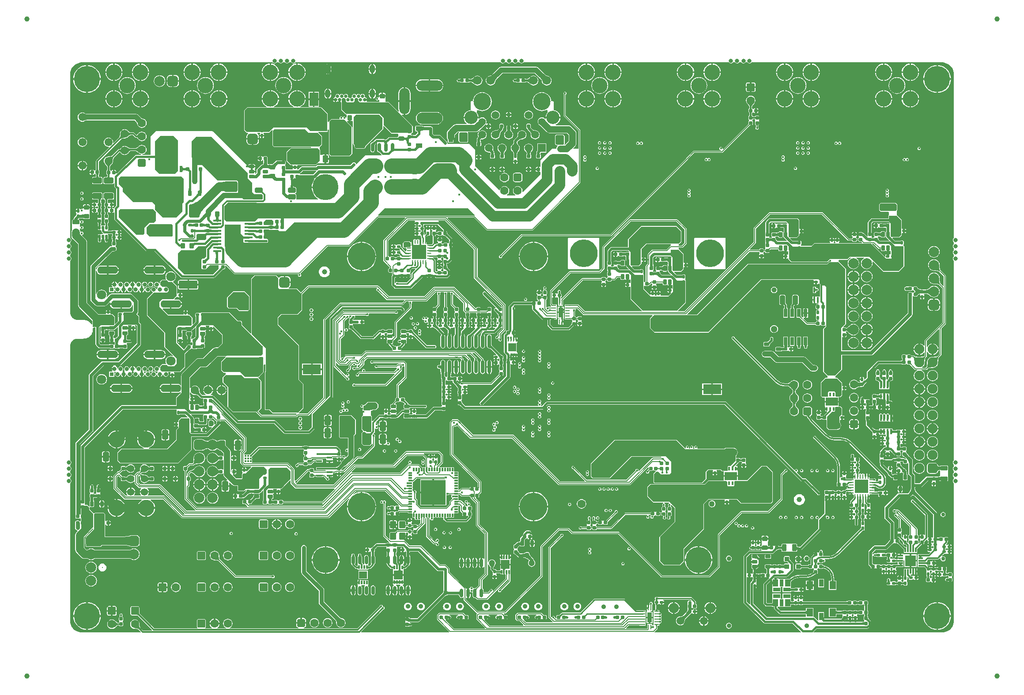
<source format=gbl>
G04*
G04 #@! TF.GenerationSoftware,Altium Limited,Altium Designer,19.1.6 (110)*
G04*
G04 Layer_Physical_Order=6*
G04 Layer_Color=16711680*
%FSLAX44Y44*%
%MOMM*%
G71*
G01*
G75*
%ADD10C,0.2500*%
%ADD11C,0.2000*%
%ADD12C,0.3000*%
%ADD13C,1.0000*%
%ADD16C,0.4000*%
%ADD18C,0.1500*%
G04:AMPARAMS|DCode=22|XSize=0.6mm|YSize=0.6mm|CornerRadius=0.06mm|HoleSize=0mm|Usage=FLASHONLY|Rotation=0.000|XOffset=0mm|YOffset=0mm|HoleType=Round|Shape=RoundedRectangle|*
%AMROUNDEDRECTD22*
21,1,0.6000,0.4800,0,0,0.0*
21,1,0.4800,0.6000,0,0,0.0*
1,1,0.1200,0.2400,-0.2400*
1,1,0.1200,-0.2400,-0.2400*
1,1,0.1200,-0.2400,0.2400*
1,1,0.1200,0.2400,0.2400*
%
%ADD22ROUNDEDRECTD22*%
G04:AMPARAMS|DCode=27|XSize=0.5mm|YSize=0.6mm|CornerRadius=0.05mm|HoleSize=0mm|Usage=FLASHONLY|Rotation=0.000|XOffset=0mm|YOffset=0mm|HoleType=Round|Shape=RoundedRectangle|*
%AMROUNDEDRECTD27*
21,1,0.5000,0.5000,0,0,0.0*
21,1,0.4000,0.6000,0,0,0.0*
1,1,0.1000,0.2000,-0.2500*
1,1,0.1000,-0.2000,-0.2500*
1,1,0.1000,-0.2000,0.2500*
1,1,0.1000,0.2000,0.2500*
%
%ADD27ROUNDEDRECTD27*%
G04:AMPARAMS|DCode=28|XSize=0.5mm|YSize=0.6mm|CornerRadius=0.05mm|HoleSize=0mm|Usage=FLASHONLY|Rotation=90.000|XOffset=0mm|YOffset=0mm|HoleType=Round|Shape=RoundedRectangle|*
%AMROUNDEDRECTD28*
21,1,0.5000,0.5000,0,0,90.0*
21,1,0.4000,0.6000,0,0,90.0*
1,1,0.1000,0.2500,0.2000*
1,1,0.1000,0.2500,-0.2000*
1,1,0.1000,-0.2500,-0.2000*
1,1,0.1000,-0.2500,0.2000*
%
%ADD28ROUNDEDRECTD28*%
G04:AMPARAMS|DCode=29|XSize=0.6mm|YSize=0.6mm|CornerRadius=0.06mm|HoleSize=0mm|Usage=FLASHONLY|Rotation=270.000|XOffset=0mm|YOffset=0mm|HoleType=Round|Shape=RoundedRectangle|*
%AMROUNDEDRECTD29*
21,1,0.6000,0.4800,0,0,270.0*
21,1,0.4800,0.6000,0,0,270.0*
1,1,0.1200,-0.2400,-0.2400*
1,1,0.1200,-0.2400,0.2400*
1,1,0.1200,0.2400,0.2400*
1,1,0.1200,0.2400,-0.2400*
%
%ADD29ROUNDEDRECTD29*%
%ADD53C,1.6000*%
%ADD56R,3.7000X1.6000*%
G04:AMPARAMS|DCode=61|XSize=1mm|YSize=0.9mm|CornerRadius=0.1125mm|HoleSize=0mm|Usage=FLASHONLY|Rotation=270.000|XOffset=0mm|YOffset=0mm|HoleType=Round|Shape=RoundedRectangle|*
%AMROUNDEDRECTD61*
21,1,1.0000,0.6750,0,0,270.0*
21,1,0.7750,0.9000,0,0,270.0*
1,1,0.2250,-0.3375,-0.3875*
1,1,0.2250,-0.3375,0.3875*
1,1,0.2250,0.3375,0.3875*
1,1,0.2250,0.3375,-0.3875*
%
%ADD61ROUNDEDRECTD61*%
G04:AMPARAMS|DCode=62|XSize=1.8mm|YSize=1.15mm|CornerRadius=0.1438mm|HoleSize=0mm|Usage=FLASHONLY|Rotation=180.000|XOffset=0mm|YOffset=0mm|HoleType=Round|Shape=RoundedRectangle|*
%AMROUNDEDRECTD62*
21,1,1.8000,0.8625,0,0,180.0*
21,1,1.5125,1.1500,0,0,180.0*
1,1,0.2875,-0.7563,0.4313*
1,1,0.2875,0.7563,0.4313*
1,1,0.2875,0.7563,-0.4313*
1,1,0.2875,-0.7563,-0.4313*
%
%ADD62ROUNDEDRECTD62*%
G04:AMPARAMS|DCode=92|XSize=2.5mm|YSize=2mm|CornerRadius=0.25mm|HoleSize=0mm|Usage=FLASHONLY|Rotation=90.000|XOffset=0mm|YOffset=0mm|HoleType=Round|Shape=RoundedRectangle|*
%AMROUNDEDRECTD92*
21,1,2.5000,1.5000,0,0,90.0*
21,1,2.0000,2.0000,0,0,90.0*
1,1,0.5000,0.7500,1.0000*
1,1,0.5000,0.7500,-1.0000*
1,1,0.5000,-0.7500,-1.0000*
1,1,0.5000,-0.7500,1.0000*
%
%ADD92ROUNDEDRECTD92*%
%ADD93R,3.5000X1.9000*%
G04:AMPARAMS|DCode=94|XSize=0.6mm|YSize=0.7mm|CornerRadius=0.075mm|HoleSize=0mm|Usage=FLASHONLY|Rotation=270.000|XOffset=0mm|YOffset=0mm|HoleType=Round|Shape=RoundedRectangle|*
%AMROUNDEDRECTD94*
21,1,0.6000,0.5500,0,0,270.0*
21,1,0.4500,0.7000,0,0,270.0*
1,1,0.1500,-0.2750,-0.2250*
1,1,0.1500,-0.2750,0.2250*
1,1,0.1500,0.2750,0.2250*
1,1,0.1500,0.2750,-0.2250*
%
%ADD94ROUNDEDRECTD94*%
G04:AMPARAMS|DCode=99|XSize=1.4mm|YSize=1mm|CornerRadius=0.125mm|HoleSize=0mm|Usage=FLASHONLY|Rotation=90.000|XOffset=0mm|YOffset=0mm|HoleType=Round|Shape=RoundedRectangle|*
%AMROUNDEDRECTD99*
21,1,1.4000,0.7500,0,0,90.0*
21,1,1.1500,1.0000,0,0,90.0*
1,1,0.2500,0.3750,0.5750*
1,1,0.2500,0.3750,-0.5750*
1,1,0.2500,-0.3750,-0.5750*
1,1,0.2500,-0.3750,0.5750*
%
%ADD99ROUNDEDRECTD99*%
%ADD184R,2.5000X2.5000*%
%ADD187C,1.1000*%
%ADD189C,1.4000*%
%ADD192C,1.5080*%
%ADD200C,0.7500*%
%ADD201C,1.3000*%
%ADD206C,1.5000*%
%ADD211C,0.9000*%
%ADD213C,1.9000*%
%ADD214C,3.1000*%
%ADD218C,1.0000*%
%ADD221C,0.3250*%
%ADD222C,0.6000*%
%ADD223C,0.7000*%
%ADD224C,0.3500*%
%ADD225C,0.5000*%
%ADD226C,0.8000*%
%ADD228C,2.0000*%
%ADD229C,5.3000*%
G04:AMPARAMS|DCode=230|XSize=1.524mm|YSize=1.524mm|CornerRadius=0.1905mm|HoleSize=0mm|Usage=FLASHONLY|Rotation=90.000|XOffset=0mm|YOffset=0mm|HoleType=Round|Shape=RoundedRectangle|*
%AMROUNDEDRECTD230*
21,1,1.5240,1.1430,0,0,90.0*
21,1,1.1430,1.5240,0,0,90.0*
1,1,0.3810,0.5715,0.5715*
1,1,0.3810,0.5715,-0.5715*
1,1,0.3810,-0.5715,-0.5715*
1,1,0.3810,-0.5715,0.5715*
%
%ADD230ROUNDEDRECTD230*%
%ADD231C,1.6800*%
%ADD232C,1.4080*%
%ADD233R,1.5080X1.5080*%
%ADD234C,2.5500*%
%ADD235C,3.3500*%
%ADD236C,1.5500*%
%ADD237O,2.0000X5.0000*%
%ADD238O,5.0000X2.2000*%
%ADD239O,5.0000X2.0000*%
%ADD240C,1.2000*%
%ADD241C,5.0000*%
%ADD242O,1.0000X1.6000*%
%ADD243C,0.6500*%
%ADD244C,1.9500*%
G04:AMPARAMS|DCode=245|XSize=2mm|YSize=2mm|CornerRadius=0.5mm|HoleSize=0mm|Usage=FLASHONLY|Rotation=270.000|XOffset=0mm|YOffset=0mm|HoleType=Round|Shape=RoundedRectangle|*
%AMROUNDEDRECTD245*
21,1,2.0000,1.0000,0,0,270.0*
21,1,1.0000,2.0000,0,0,270.0*
1,1,1.0000,-0.5000,-0.5000*
1,1,1.0000,-0.5000,0.5000*
1,1,1.0000,0.5000,0.5000*
1,1,1.0000,0.5000,-0.5000*
%
%ADD245ROUNDEDRECTD245*%
G04:AMPARAMS|DCode=246|XSize=1.6mm|YSize=1.6mm|CornerRadius=0.4mm|HoleSize=0mm|Usage=FLASHONLY|Rotation=90.000|XOffset=0mm|YOffset=0mm|HoleType=Round|Shape=RoundedRectangle|*
%AMROUNDEDRECTD246*
21,1,1.6000,0.8000,0,0,90.0*
21,1,0.8000,1.6000,0,0,90.0*
1,1,0.8000,0.4000,0.4000*
1,1,0.8000,0.4000,-0.4000*
1,1,0.8000,-0.4000,-0.4000*
1,1,0.8000,-0.4000,0.4000*
%
%ADD246ROUNDEDRECTD246*%
%ADD247O,4.0000X1.4000*%
%ADD248C,0.8000*%
%ADD249R,0.8000X0.8000*%
%ADD250C,1.8000*%
%ADD251C,3.0000*%
%ADD252C,0.2500*%
G04:AMPARAMS|DCode=253|XSize=1.9mm|YSize=1.9mm|CornerRadius=0.475mm|HoleSize=0mm|Usage=FLASHONLY|Rotation=90.000|XOffset=0mm|YOffset=0mm|HoleType=Round|Shape=RoundedRectangle|*
%AMROUNDEDRECTD253*
21,1,1.9000,0.9500,0,0,90.0*
21,1,0.9500,1.9000,0,0,90.0*
1,1,0.9500,0.4750,0.4750*
1,1,0.9500,0.4750,-0.4750*
1,1,0.9500,-0.4750,-0.4750*
1,1,0.9500,-0.4750,0.4750*
%
%ADD253ROUNDEDRECTD253*%
G04:AMPARAMS|DCode=254|XSize=1.6mm|YSize=1.6mm|CornerRadius=0.4mm|HoleSize=0mm|Usage=FLASHONLY|Rotation=180.000|XOffset=0mm|YOffset=0mm|HoleType=Round|Shape=RoundedRectangle|*
%AMROUNDEDRECTD254*
21,1,1.6000,0.8000,0,0,180.0*
21,1,0.8000,1.6000,0,0,180.0*
1,1,0.8000,-0.4000,0.4000*
1,1,0.8000,0.4000,0.4000*
1,1,0.8000,0.4000,-0.4000*
1,1,0.8000,-0.4000,-0.4000*
%
%ADD254ROUNDEDRECTD254*%
G04:AMPARAMS|DCode=255|XSize=1.524mm|YSize=1.524mm|CornerRadius=0.1905mm|HoleSize=0mm|Usage=FLASHONLY|Rotation=0.000|XOffset=0mm|YOffset=0mm|HoleType=Round|Shape=RoundedRectangle|*
%AMROUNDEDRECTD255*
21,1,1.5240,1.1430,0,0,0.0*
21,1,1.1430,1.5240,0,0,0.0*
1,1,0.3810,0.5715,-0.5715*
1,1,0.3810,-0.5715,-0.5715*
1,1,0.3810,-0.5715,0.5715*
1,1,0.3810,0.5715,0.5715*
%
%ADD255ROUNDEDRECTD255*%
G04:AMPARAMS|DCode=256|XSize=2mm|YSize=2mm|CornerRadius=0.5mm|HoleSize=0mm|Usage=FLASHONLY|Rotation=180.000|XOffset=0mm|YOffset=0mm|HoleType=Round|Shape=RoundedRectangle|*
%AMROUNDEDRECTD256*
21,1,2.0000,1.0000,0,0,180.0*
21,1,1.0000,2.0000,0,0,180.0*
1,1,1.0000,-0.5000,0.5000*
1,1,1.0000,0.5000,0.5000*
1,1,1.0000,0.5000,-0.5000*
1,1,1.0000,-0.5000,-0.5000*
%
%ADD256ROUNDEDRECTD256*%
%ADD257C,0.4000*%
%ADD258C,0.5000*%
%ADD259C,1.5000*%
%ADD261C,2.0000*%
%ADD262C,1.3000*%
%ADD263C,1.7000*%
G04:AMPARAMS|DCode=264|XSize=0.6mm|YSize=0.7mm|CornerRadius=0.075mm|HoleSize=0mm|Usage=FLASHONLY|Rotation=0.000|XOffset=0mm|YOffset=0mm|HoleType=Round|Shape=RoundedRectangle|*
%AMROUNDEDRECTD264*
21,1,0.6000,0.5500,0,0,0.0*
21,1,0.4500,0.7000,0,0,0.0*
1,1,0.1500,0.2250,-0.2750*
1,1,0.1500,-0.2250,-0.2750*
1,1,0.1500,-0.2250,0.2750*
1,1,0.1500,0.2250,0.2750*
%
%ADD264ROUNDEDRECTD264*%
G04:AMPARAMS|DCode=265|XSize=0.6mm|YSize=1mm|CornerRadius=0.075mm|HoleSize=0mm|Usage=FLASHONLY|Rotation=0.000|XOffset=0mm|YOffset=0mm|HoleType=Round|Shape=RoundedRectangle|*
%AMROUNDEDRECTD265*
21,1,0.6000,0.8500,0,0,0.0*
21,1,0.4500,1.0000,0,0,0.0*
1,1,0.1500,0.2250,-0.4250*
1,1,0.1500,-0.2250,-0.4250*
1,1,0.1500,-0.2250,0.4250*
1,1,0.1500,0.2250,0.4250*
%
%ADD265ROUNDEDRECTD265*%
G04:AMPARAMS|DCode=266|XSize=2.5mm|YSize=2mm|CornerRadius=0.25mm|HoleSize=0mm|Usage=FLASHONLY|Rotation=180.000|XOffset=0mm|YOffset=0mm|HoleType=Round|Shape=RoundedRectangle|*
%AMROUNDEDRECTD266*
21,1,2.5000,1.5000,0,0,180.0*
21,1,2.0000,2.0000,0,0,180.0*
1,1,0.5000,-1.0000,0.7500*
1,1,0.5000,1.0000,0.7500*
1,1,0.5000,1.0000,-0.7500*
1,1,0.5000,-1.0000,-0.7500*
%
%ADD266ROUNDEDRECTD266*%
G04:AMPARAMS|DCode=267|XSize=1.3mm|YSize=0.8mm|CornerRadius=0.1mm|HoleSize=0mm|Usage=FLASHONLY|Rotation=90.000|XOffset=0mm|YOffset=0mm|HoleType=Round|Shape=RoundedRectangle|*
%AMROUNDEDRECTD267*
21,1,1.3000,0.6000,0,0,90.0*
21,1,1.1000,0.8000,0,0,90.0*
1,1,0.2000,0.3000,0.5500*
1,1,0.2000,0.3000,-0.5500*
1,1,0.2000,-0.3000,-0.5500*
1,1,0.2000,-0.3000,0.5500*
%
%ADD267ROUNDEDRECTD267*%
G04:AMPARAMS|DCode=268|XSize=1.8mm|YSize=1.15mm|CornerRadius=0.1438mm|HoleSize=0mm|Usage=FLASHONLY|Rotation=90.000|XOffset=0mm|YOffset=0mm|HoleType=Round|Shape=RoundedRectangle|*
%AMROUNDEDRECTD268*
21,1,1.8000,0.8625,0,0,90.0*
21,1,1.5125,1.1500,0,0,90.0*
1,1,0.2875,0.4313,0.7563*
1,1,0.2875,0.4313,-0.7563*
1,1,0.2875,-0.4313,-0.7563*
1,1,0.2875,-0.4313,0.7563*
%
%ADD268ROUNDEDRECTD268*%
G04:AMPARAMS|DCode=269|XSize=0.6mm|YSize=1mm|CornerRadius=0.075mm|HoleSize=0mm|Usage=FLASHONLY|Rotation=90.000|XOffset=0mm|YOffset=0mm|HoleType=Round|Shape=RoundedRectangle|*
%AMROUNDEDRECTD269*
21,1,0.6000,0.8500,0,0,90.0*
21,1,0.4500,1.0000,0,0,90.0*
1,1,0.1500,0.4250,0.2250*
1,1,0.1500,0.4250,-0.2250*
1,1,0.1500,-0.4250,-0.2250*
1,1,0.1500,-0.4250,0.2250*
%
%ADD269ROUNDEDRECTD269*%
G04:AMPARAMS|DCode=270|XSize=1.4mm|YSize=1.2mm|CornerRadius=0.15mm|HoleSize=0mm|Usage=FLASHONLY|Rotation=270.000|XOffset=0mm|YOffset=0mm|HoleType=Round|Shape=RoundedRectangle|*
%AMROUNDEDRECTD270*
21,1,1.4000,0.9000,0,0,270.0*
21,1,1.1000,1.2000,0,0,270.0*
1,1,0.3000,-0.4500,-0.5500*
1,1,0.3000,-0.4500,0.5500*
1,1,0.3000,0.4500,0.5500*
1,1,0.3000,0.4500,-0.5500*
%
%ADD270ROUNDEDRECTD270*%
%ADD271O,0.6000X1.7000*%
%ADD272R,1.7000X1.7000*%
%ADD273R,0.3000X0.6500*%
G04:AMPARAMS|DCode=274|XSize=0.3mm|YSize=0.7mm|CornerRadius=0.075mm|HoleSize=0mm|Usage=FLASHONLY|Rotation=270.000|XOffset=0mm|YOffset=0mm|HoleType=Round|Shape=RoundedRectangle|*
%AMROUNDEDRECTD274*
21,1,0.3000,0.5500,0,0,270.0*
21,1,0.1500,0.7000,0,0,270.0*
1,1,0.1500,-0.2750,-0.0750*
1,1,0.1500,-0.2750,0.0750*
1,1,0.1500,0.2750,0.0750*
1,1,0.1500,0.2750,-0.0750*
%
%ADD274ROUNDEDRECTD274*%
G04:AMPARAMS|DCode=275|XSize=0.3mm|YSize=0.7mm|CornerRadius=0.075mm|HoleSize=0mm|Usage=FLASHONLY|Rotation=0.000|XOffset=0mm|YOffset=0mm|HoleType=Round|Shape=RoundedRectangle|*
%AMROUNDEDRECTD275*
21,1,0.3000,0.5500,0,0,0.0*
21,1,0.1500,0.7000,0,0,0.0*
1,1,0.1500,0.0750,-0.2750*
1,1,0.1500,-0.0750,-0.2750*
1,1,0.1500,-0.0750,0.2750*
1,1,0.1500,0.0750,0.2750*
%
%ADD275ROUNDEDRECTD275*%
%ADD276R,4.7000X4.7000*%
%ADD277R,0.3000X0.8000*%
%ADD278R,1.6000X1.4000*%
G04:AMPARAMS|DCode=279|XSize=1.6mm|YSize=3.65mm|CornerRadius=0.4mm|HoleSize=0mm|Usage=FLASHONLY|Rotation=90.000|XOffset=0mm|YOffset=0mm|HoleType=Round|Shape=RoundedRectangle|*
%AMROUNDEDRECTD279*
21,1,1.6000,2.8500,0,0,90.0*
21,1,0.8000,3.6500,0,0,90.0*
1,1,0.8000,1.4250,0.4000*
1,1,0.8000,1.4250,-0.4000*
1,1,0.8000,-1.4250,-0.4000*
1,1,0.8000,-1.4250,0.4000*
%
%ADD279ROUNDEDRECTD279*%
G04:AMPARAMS|DCode=280|XSize=1mm|YSize=1.5mm|CornerRadius=0.25mm|HoleSize=0mm|Usage=FLASHONLY|Rotation=90.000|XOffset=0mm|YOffset=0mm|HoleType=Round|Shape=RoundedRectangle|*
%AMROUNDEDRECTD280*
21,1,1.0000,1.0000,0,0,90.0*
21,1,0.5000,1.5000,0,0,90.0*
1,1,0.5000,0.5000,0.2500*
1,1,0.5000,0.5000,-0.2500*
1,1,0.5000,-0.5000,-0.2500*
1,1,0.5000,-0.5000,0.2500*
%
%ADD280ROUNDEDRECTD280*%
G04:AMPARAMS|DCode=281|XSize=3.6mm|YSize=1.5mm|CornerRadius=0.1875mm|HoleSize=0mm|Usage=FLASHONLY|Rotation=0.000|XOffset=0mm|YOffset=0mm|HoleType=Round|Shape=RoundedRectangle|*
%AMROUNDEDRECTD281*
21,1,3.6000,1.1250,0,0,0.0*
21,1,3.2250,1.5000,0,0,0.0*
1,1,0.3750,1.6125,-0.5625*
1,1,0.3750,-1.6125,-0.5625*
1,1,0.3750,-1.6125,0.5625*
1,1,0.3750,1.6125,0.5625*
%
%ADD281ROUNDEDRECTD281*%
G04:AMPARAMS|DCode=282|XSize=0.45mm|YSize=0.7mm|CornerRadius=0.0563mm|HoleSize=0mm|Usage=FLASHONLY|Rotation=180.000|XOffset=0mm|YOffset=0mm|HoleType=Round|Shape=RoundedRectangle|*
%AMROUNDEDRECTD282*
21,1,0.4500,0.5875,0,0,180.0*
21,1,0.3375,0.7000,0,0,180.0*
1,1,0.1125,-0.1688,0.2938*
1,1,0.1125,0.1688,0.2938*
1,1,0.1125,0.1688,-0.2938*
1,1,0.1125,-0.1688,-0.2938*
%
%ADD282ROUNDEDRECTD282*%
%ADD283O,0.2500X0.9000*%
%ADD284O,0.9000X0.2500*%
%ADD285R,0.4000X1.0000*%
%ADD286R,2.1000X2.1000*%
%ADD287R,0.8500X0.3000*%
%ADD288R,0.3000X0.8500*%
%ADD289R,0.4000X0.8500*%
%ADD290R,2.3500X1.6000*%
%ADD291R,0.3000X0.7000*%
G04:AMPARAMS|DCode=292|XSize=1.6mm|YSize=3.65mm|CornerRadius=0.4mm|HoleSize=0mm|Usage=FLASHONLY|Rotation=180.000|XOffset=0mm|YOffset=0mm|HoleType=Round|Shape=RoundedRectangle|*
%AMROUNDEDRECTD292*
21,1,1.6000,2.8500,0,0,180.0*
21,1,0.8000,3.6500,0,0,180.0*
1,1,0.8000,-0.4000,1.4250*
1,1,0.8000,0.4000,1.4250*
1,1,0.8000,0.4000,-1.4250*
1,1,0.8000,-0.4000,-1.4250*
%
%ADD292ROUNDEDRECTD292*%
%ADD293R,1.7000X2.5000*%
G04:AMPARAMS|DCode=294|XSize=1.7mm|YSize=2mm|CornerRadius=0.425mm|HoleSize=0mm|Usage=FLASHONLY|Rotation=90.000|XOffset=0mm|YOffset=0mm|HoleType=Round|Shape=RoundedRectangle|*
%AMROUNDEDRECTD294*
21,1,1.7000,1.1500,0,0,90.0*
21,1,0.8500,2.0000,0,0,90.0*
1,1,0.8500,0.5750,0.4250*
1,1,0.8500,0.5750,-0.4250*
1,1,0.8500,-0.5750,-0.4250*
1,1,0.8500,-0.5750,0.4250*
%
%ADD294ROUNDEDRECTD294*%
%ADD295R,1.2000X1.5000*%
%ADD296R,0.9000X1.4000*%
%ADD297R,0.7000X1.3500*%
%ADD298R,1.3500X0.7000*%
%ADD299R,1.0000X1.3500*%
G04:AMPARAMS|DCode=300|XSize=0.9mm|YSize=0.9mm|CornerRadius=0.1125mm|HoleSize=0mm|Usage=FLASHONLY|Rotation=0.000|XOffset=0mm|YOffset=0mm|HoleType=Round|Shape=RoundedRectangle|*
%AMROUNDEDRECTD300*
21,1,0.9000,0.6750,0,0,0.0*
21,1,0.6750,0.9000,0,0,0.0*
1,1,0.2250,0.3375,-0.3375*
1,1,0.2250,-0.3375,-0.3375*
1,1,0.2250,-0.3375,0.3375*
1,1,0.2250,0.3375,0.3375*
%
%ADD300ROUNDEDRECTD300*%
%ADD301R,1.6000X1.6000*%
%ADD302R,0.2500X0.6250*%
%ADD303R,0.9000X1.8400*%
G04:AMPARAMS|DCode=304|XSize=1.22mm|YSize=0.91mm|CornerRadius=0.1138mm|HoleSize=0mm|Usage=FLASHONLY|Rotation=180.000|XOffset=0mm|YOffset=0mm|HoleType=Round|Shape=RoundedRectangle|*
%AMROUNDEDRECTD304*
21,1,1.2200,0.6825,0,0,180.0*
21,1,0.9925,0.9100,0,0,180.0*
1,1,0.2275,-0.4963,0.3413*
1,1,0.2275,0.4963,0.3413*
1,1,0.2275,0.4963,-0.3413*
1,1,0.2275,-0.4963,-0.3413*
%
%ADD304ROUNDEDRECTD304*%
%ADD305R,0.2500X0.9000*%
%ADD306R,0.9000X0.2500*%
%ADD307R,0.9000X1.9000*%
%ADD308O,0.7000X2.5000*%
%ADD309R,3.1000X4.3000*%
%ADD310R,1.6000X0.3600*%
%ADD311R,0.6500X1.5250*%
%ADD312R,0.3600X1.0000*%
%ADD313R,0.2550X0.5000*%
%ADD314R,0.6100X1.2700*%
%ADD315R,0.6100X0.7700*%
%ADD316R,3.9100X3.7500*%
G04:AMPARAMS|DCode=317|XSize=1mm|YSize=1.8mm|CornerRadius=0.25mm|HoleSize=0mm|Usage=FLASHONLY|Rotation=180.000|XOffset=0mm|YOffset=0mm|HoleType=Round|Shape=RoundedRectangle|*
%AMROUNDEDRECTD317*
21,1,1.0000,1.3000,0,0,180.0*
21,1,0.5000,1.8000,0,0,180.0*
1,1,0.5000,-0.2500,0.6500*
1,1,0.5000,0.2500,0.6500*
1,1,0.5000,0.2500,-0.6500*
1,1,0.5000,-0.2500,-0.6500*
%
%ADD317ROUNDEDRECTD317*%
G04:AMPARAMS|DCode=318|XSize=0.2393mm|YSize=0.7811mm|CornerRadius=0.0598mm|HoleSize=0mm|Usage=FLASHONLY|Rotation=180.000|XOffset=0mm|YOffset=0mm|HoleType=Round|Shape=RoundedRectangle|*
%AMROUNDEDRECTD318*
21,1,0.2393,0.6614,0,0,180.0*
21,1,0.1196,0.7811,0,0,180.0*
1,1,0.1196,-0.0598,0.3307*
1,1,0.1196,0.0598,0.3307*
1,1,0.1196,0.0598,-0.3307*
1,1,0.1196,-0.0598,-0.3307*
%
%ADD318ROUNDEDRECTD318*%
G04:AMPARAMS|DCode=319|XSize=0.7811mm|YSize=0.2393mm|CornerRadius=0.0598mm|HoleSize=0mm|Usage=FLASHONLY|Rotation=180.000|XOffset=0mm|YOffset=0mm|HoleType=Round|Shape=RoundedRectangle|*
%AMROUNDEDRECTD319*
21,1,0.7811,0.1196,0,0,180.0*
21,1,0.6614,0.2393,0,0,180.0*
1,1,0.1196,-0.3307,0.0598*
1,1,0.1196,0.3307,0.0598*
1,1,0.1196,0.3307,-0.0598*
1,1,0.1196,-0.3307,-0.0598*
%
%ADD319ROUNDEDRECTD319*%
%ADD320R,0.7811X0.2393*%
%ADD321R,2.7000X2.7000*%
G04:AMPARAMS|DCode=322|XSize=1.3mm|YSize=0.8mm|CornerRadius=0.1mm|HoleSize=0mm|Usage=FLASHONLY|Rotation=180.000|XOffset=0mm|YOffset=0mm|HoleType=Round|Shape=RoundedRectangle|*
%AMROUNDEDRECTD322*
21,1,1.3000,0.6000,0,0,180.0*
21,1,1.1000,0.8000,0,0,180.0*
1,1,0.2000,-0.5500,0.3000*
1,1,0.2000,0.5500,0.3000*
1,1,0.2000,0.5500,-0.3000*
1,1,0.2000,-0.5500,-0.3000*
%
%ADD322ROUNDEDRECTD322*%
G04:AMPARAMS|DCode=323|XSize=1mm|YSize=0.9mm|CornerRadius=0.1125mm|HoleSize=0mm|Usage=FLASHONLY|Rotation=180.000|XOffset=0mm|YOffset=0mm|HoleType=Round|Shape=RoundedRectangle|*
%AMROUNDEDRECTD323*
21,1,1.0000,0.6750,0,0,180.0*
21,1,0.7750,0.9000,0,0,180.0*
1,1,0.2250,-0.3875,0.3375*
1,1,0.2250,0.3875,0.3375*
1,1,0.2250,0.3875,-0.3375*
1,1,0.2250,-0.3875,-0.3375*
%
%ADD323ROUNDEDRECTD323*%
%ADD324R,1.0000X0.3600*%
%ADD325C,1.2000*%
%ADD326C,3.0000*%
G36*
X1681117Y1096083D02*
X1685183Y1094399D01*
X1688842Y1091954D01*
X1691954Y1088842D01*
X1694399Y1085183D01*
X1696083Y1081117D01*
X1696941Y1076800D01*
Y1074600D01*
X1696941Y767500D01*
Y760220D01*
X1696395Y759855D01*
X1695290Y758201D01*
X1694902Y756250D01*
X1695290Y754299D01*
X1696395Y752645D01*
X1696941Y752280D01*
Y748470D01*
X1696395Y748105D01*
X1695290Y746451D01*
X1694902Y744500D01*
X1695290Y742549D01*
X1696395Y740895D01*
X1696941Y740530D01*
X1696941Y736470D01*
X1696395Y736105D01*
X1695290Y734451D01*
X1694902Y732500D01*
X1695290Y730549D01*
X1696395Y728895D01*
X1696941Y728530D01*
Y724470D01*
X1696395Y724105D01*
X1695290Y722451D01*
X1694902Y720500D01*
X1695290Y718549D01*
X1696395Y716895D01*
X1696941Y716530D01*
Y709250D01*
X1696942Y340750D01*
X1696942Y333470D01*
X1696395Y333105D01*
X1695290Y331451D01*
X1694902Y329500D01*
X1695290Y327549D01*
X1696395Y325895D01*
X1696942Y325530D01*
X1696941Y321470D01*
X1696395Y321105D01*
X1695290Y319451D01*
X1694902Y317500D01*
X1695290Y315549D01*
X1696395Y313895D01*
X1696941Y313530D01*
X1696941Y309470D01*
X1696395Y309105D01*
X1695290Y307451D01*
X1694902Y305500D01*
X1695290Y303549D01*
X1696395Y301895D01*
X1696941Y301530D01*
X1696941Y297720D01*
X1696395Y297355D01*
X1695290Y295701D01*
X1694902Y293750D01*
X1695290Y291799D01*
X1696395Y290145D01*
X1696941Y289780D01*
X1696941Y282500D01*
Y25400D01*
Y23200D01*
X1696083Y18883D01*
X1694399Y14817D01*
X1691954Y11158D01*
X1688842Y8046D01*
X1685183Y5601D01*
X1681117Y3917D01*
X1676800Y3059D01*
X1428181D01*
X1427654Y4329D01*
X1433767Y10441D01*
X1531141D01*
X1531141Y10441D01*
X1532312Y10674D01*
X1533304Y11337D01*
X1537163Y15196D01*
X1537826Y16188D01*
X1538059Y17359D01*
Y24050D01*
X1537826Y25221D01*
X1537163Y26213D01*
X1535049Y28327D01*
X1535028Y28381D01*
X1534510Y28924D01*
X1534067Y29438D01*
X1533683Y29940D01*
X1533355Y30429D01*
X1533084Y30902D01*
X1532868Y31361D01*
X1532704Y31804D01*
X1532589Y32232D01*
X1532522Y32646D01*
X1532497Y33109D01*
X1532365Y33385D01*
X1532307Y33674D01*
X1532293Y33695D01*
X1532296Y33706D01*
X1532120Y33964D01*
X1532001Y34251D01*
X1531900Y34293D01*
X1531875Y34325D01*
X1531830Y34390D01*
X1531807Y34435D01*
X1531741Y34625D01*
X1531670Y34920D01*
X1531610Y35284D01*
X1531540Y36268D01*
X1531554Y36531D01*
X1531606Y36994D01*
X1531670Y37380D01*
X1531741Y37675D01*
X1531807Y37866D01*
X1531830Y37910D01*
X1531875Y37975D01*
X1531900Y38007D01*
X1532001Y38049D01*
X1532120Y38336D01*
X1532296Y38594D01*
X1532293Y38605D01*
X1532307Y38626D01*
X1532431Y39250D01*
Y44050D01*
X1532307Y44674D01*
X1532293Y44695D01*
X1532296Y44706D01*
X1532120Y44964D01*
X1532001Y45251D01*
X1531900Y45293D01*
X1531875Y45325D01*
X1531830Y45390D01*
X1531807Y45435D01*
X1531741Y45625D01*
X1531670Y45919D01*
X1531610Y46284D01*
X1531490Y47979D01*
X1531482Y48679D01*
X1531459Y48734D01*
Y52909D01*
X1531482Y52963D01*
X1531509Y54348D01*
X1531587Y55410D01*
X1531640Y55799D01*
X1531700Y56104D01*
X1531757Y56302D01*
X1531787Y56372D01*
X1531851Y56399D01*
X1531978Y56705D01*
X1532006Y56749D01*
X1532157Y56976D01*
X1532281Y57600D01*
Y62400D01*
X1532157Y63024D01*
X1531803Y63554D01*
X1531274Y63907D01*
X1530650Y64031D01*
X1525850D01*
X1525226Y63907D01*
X1524696Y63554D01*
X1524661Y63500D01*
X1521839Y63500D01*
X1521804Y63554D01*
X1521274Y63907D01*
X1520650Y64031D01*
X1515850D01*
X1515226Y63907D01*
X1515205Y63893D01*
X1515194Y63896D01*
X1514936Y63720D01*
X1514649Y63601D01*
X1514607Y63500D01*
X1514575Y63474D01*
X1514510Y63430D01*
X1514465Y63407D01*
X1514275Y63341D01*
X1513981Y63270D01*
X1513616Y63210D01*
X1512524Y63133D01*
X1512119Y63154D01*
X1511656Y63206D01*
X1511269Y63270D01*
X1510975Y63341D01*
X1510784Y63407D01*
X1510740Y63430D01*
X1510675Y63474D01*
X1510643Y63500D01*
X1510601Y63601D01*
X1510314Y63720D01*
X1510056Y63896D01*
X1510045Y63893D01*
X1510024Y63907D01*
X1509400Y64031D01*
X1504600D01*
X1503976Y63907D01*
X1503446Y63554D01*
X1503411Y63500D01*
X1500589D01*
X1500553Y63554D01*
X1500024Y63907D01*
X1499400Y64031D01*
X1494600D01*
X1493976Y63907D01*
X1493955Y63893D01*
X1493944Y63896D01*
X1493686Y63720D01*
X1493399Y63601D01*
X1493357Y63500D01*
X1493325Y63475D01*
X1493260Y63430D01*
X1493215Y63407D01*
X1493025Y63341D01*
X1492731Y63271D01*
X1492366Y63210D01*
X1490671Y63090D01*
X1489971Y63082D01*
X1489916Y63059D01*
X1410326D01*
X1410271Y63082D01*
X1409570Y63091D01*
X1408384Y63156D01*
X1407928Y63209D01*
X1407547Y63275D01*
X1407258Y63347D01*
X1407250Y63350D01*
Y66145D01*
X1407634Y66720D01*
X1407789Y67500D01*
Y67904D01*
X1407501Y67863D01*
X1407135Y67785D01*
X1406823Y67691D01*
X1406564Y67579D01*
X1406359Y67450D01*
X1406207Y67304D01*
X1406109Y67141D01*
Y68500D01*
X1403750D01*
X1399711D01*
Y67500D01*
X1399866Y66720D01*
X1400250Y66145D01*
Y63350D01*
X1400242Y63347D01*
X1399953Y63275D01*
X1399595Y63213D01*
X1398631Y63143D01*
X1398384Y63156D01*
X1397928Y63209D01*
X1397547Y63275D01*
X1397258Y63347D01*
X1397250Y63349D01*
X1397250Y66145D01*
X1397634Y66720D01*
X1397789Y67500D01*
Y68500D01*
X1393750D01*
X1389711D01*
Y67500D01*
X1389866Y66720D01*
X1390250Y66145D01*
Y63349D01*
X1390242Y63347D01*
X1389953Y63275D01*
X1389594Y63213D01*
X1387920Y63091D01*
X1387234Y63082D01*
X1386516Y63101D01*
X1385904Y63155D01*
X1385392Y63239D01*
X1384985Y63348D01*
X1384684Y63470D01*
X1384488Y63589D01*
X1384379Y63689D01*
X1384325Y63771D01*
X1384292Y63862D01*
X1384265Y64114D01*
X1384250Y64142D01*
Y67480D01*
X1384250Y67750D01*
Y68750D01*
X1384250Y69020D01*
Y77750D01*
X1368750D01*
Y69020D01*
X1368750Y68750D01*
X1368098Y67750D01*
X1365402D01*
X1364750Y68750D01*
X1364750Y69020D01*
Y77750D01*
X1349250D01*
Y69020D01*
X1349250Y68750D01*
X1349250Y67750D01*
X1349250Y67480D01*
Y60698D01*
X1349204Y60613D01*
X1349177Y60360D01*
X1349145Y60268D01*
X1349091Y60186D01*
X1348983Y60087D01*
X1348790Y59969D01*
X1348493Y59847D01*
X1348090Y59739D01*
X1347584Y59654D01*
X1346978Y59601D01*
X1346252Y59582D01*
X1346200Y59559D01*
X1339017D01*
X1337809Y60767D01*
Y94233D01*
X1347577Y104001D01*
X1348750Y103515D01*
Y100524D01*
X1349916Y100601D01*
X1350075Y100637D01*
X1350189Y100680D01*
X1350258Y100727D01*
X1350280Y100780D01*
Y100000D01*
X1353750D01*
Y106750D01*
X1351985D01*
X1351499Y107923D01*
X1353267Y109691D01*
X1376250D01*
X1376250Y109691D01*
X1377421Y109924D01*
X1378413Y110587D01*
X1388663Y120837D01*
X1389326Y121829D01*
X1389559Y123000D01*
X1389559Y123000D01*
Y134500D01*
X1389559Y134500D01*
X1389326Y135670D01*
X1388663Y136663D01*
X1388663Y136663D01*
X1384881Y140444D01*
X1384862Y140496D01*
X1383412Y142056D01*
X1382890Y142706D01*
X1382482Y143289D01*
X1382292Y143620D01*
Y145413D01*
X1382293Y145416D01*
X1382292Y145419D01*
Y147625D01*
X1382127Y148454D01*
X1381657Y149157D01*
X1380954Y149627D01*
X1380125Y149792D01*
X1373375D01*
X1372546Y149627D01*
X1371843Y149157D01*
X1371373Y148454D01*
X1371208Y147625D01*
Y140875D01*
X1371373Y140046D01*
X1371843Y139343D01*
X1372546Y138873D01*
X1373375Y138708D01*
X1375581D01*
X1375584Y138707D01*
X1375587Y138708D01*
X1377380D01*
X1377711Y138518D01*
X1378282Y138118D01*
X1379691Y136923D01*
X1380065Y136562D01*
X1379552Y135292D01*
X1373375D01*
X1372546Y135127D01*
X1371843Y134657D01*
X1371737Y134499D01*
X1371736Y134498D01*
X1371735Y134495D01*
X1371373Y133954D01*
X1371266Y133414D01*
X1371194Y133351D01*
X1370977Y133227D01*
X1370648Y133101D01*
X1370207Y132990D01*
X1369658Y132905D01*
X1369007Y132851D01*
X1368746Y132845D01*
X1367634Y132906D01*
X1367178Y132959D01*
X1366797Y133025D01*
X1366508Y133097D01*
X1366321Y133164D01*
X1366274Y133189D01*
X1366268Y133197D01*
X1366216Y133233D01*
X1366148Y133398D01*
X1365721Y133575D01*
X1365587Y133668D01*
X1365525Y133656D01*
X1365000Y133874D01*
X1361000D01*
X1360475Y133656D01*
X1360414Y133668D01*
X1360279Y133575D01*
X1359852Y133398D01*
X1359784Y133233D01*
X1359732Y133197D01*
X1359726Y133189D01*
X1359680Y133164D01*
X1359492Y133097D01*
X1359203Y133025D01*
X1358845Y132963D01*
X1357881Y132893D01*
X1357634Y132906D01*
X1357178Y132959D01*
X1356797Y133025D01*
X1356508Y133097D01*
X1356321Y133164D01*
X1356274Y133189D01*
X1356268Y133197D01*
X1356216Y133233D01*
X1356148Y133398D01*
X1355721Y133575D01*
X1355587Y133668D01*
X1355525Y133656D01*
X1355000Y133874D01*
X1351000D01*
X1350475Y133656D01*
X1350414Y133668D01*
X1350279Y133575D01*
X1349852Y133398D01*
X1349784Y133233D01*
X1349732Y133197D01*
X1349726Y133189D01*
X1349679Y133164D01*
X1349492Y133097D01*
X1349203Y133025D01*
X1348845Y132963D01*
X1348204Y132916D01*
X1347705Y132970D01*
X1347310Y133042D01*
X1346943Y133129D01*
X1346617Y133229D01*
X1346333Y133338D01*
X1346089Y133455D01*
X1345837Y133606D01*
X1345720Y133624D01*
X1345683Y133648D01*
X1345428Y133699D01*
X1345281Y133760D01*
X1345229Y133739D01*
X1345000Y133784D01*
X1336500D01*
X1335817Y133648D01*
X1335238Y133262D01*
X1334852Y132683D01*
X1334716Y132000D01*
Y127500D01*
X1334852Y126817D01*
X1335238Y126238D01*
X1335817Y125851D01*
X1336500Y125716D01*
X1336681D01*
X1336888Y125694D01*
X1336979Y125661D01*
X1337061Y125607D01*
X1337161Y125498D01*
X1337280Y125302D01*
X1337402Y125001D01*
X1337511Y124593D01*
X1337595Y124081D01*
X1337649Y123471D01*
X1337668Y122738D01*
X1337691Y122686D01*
Y120084D01*
X1337668Y120029D01*
X1337660Y119320D01*
X1337596Y118119D01*
X1337544Y117656D01*
X1337480Y117269D01*
X1337409Y116975D01*
X1337343Y116784D01*
X1337320Y116740D01*
X1337276Y116675D01*
X1337250Y116643D01*
X1337149Y116601D01*
X1337107Y116500D01*
X1334339Y116500D01*
X1334304Y116553D01*
X1333774Y116907D01*
X1333150Y117031D01*
X1328350D01*
X1327726Y116907D01*
X1327705Y116893D01*
X1327694Y116896D01*
X1327436Y116720D01*
X1327149Y116601D01*
X1327107Y116500D01*
X1327075Y116475D01*
X1327010Y116430D01*
X1326965Y116407D01*
X1326775Y116341D01*
X1326481Y116270D01*
X1326116Y116210D01*
X1324421Y116090D01*
X1323721Y116082D01*
X1323666Y116059D01*
X1321820D01*
X1321763Y116082D01*
X1321015Y116086D01*
X1319237Y116138D01*
X1318475Y116205D01*
X1318257Y116239D01*
X1318210Y116250D01*
X1318197Y116268D01*
X1318189Y116274D01*
X1318164Y116320D01*
X1318097Y116508D01*
X1318025Y116797D01*
X1317963Y117155D01*
X1317841Y118830D01*
X1317832Y119521D01*
X1317809Y119576D01*
X1317809Y122686D01*
X1317832Y122738D01*
X1317851Y123470D01*
X1317905Y124082D01*
X1317989Y124593D01*
X1318098Y125001D01*
X1318220Y125302D01*
X1318339Y125498D01*
X1318440Y125607D01*
X1318521Y125661D01*
X1318612Y125694D01*
X1318819Y125716D01*
X1319000D01*
X1319683Y125851D01*
X1320262Y126238D01*
X1320648Y126817D01*
X1320784Y127500D01*
Y127797D01*
X1321420Y127924D01*
X1322413Y128587D01*
X1326413Y132587D01*
X1326413Y132587D01*
X1327076Y133579D01*
X1327309Y134750D01*
X1327309Y134750D01*
X1327309Y143000D01*
X1327309Y143000D01*
X1327076Y144171D01*
X1326413Y145163D01*
X1326413Y145163D01*
X1324769Y146807D01*
X1324746Y146863D01*
X1323979Y147639D01*
X1322143Y149605D01*
X1321324Y150591D01*
X1321049Y150966D01*
X1320858Y151264D01*
X1320761Y151452D01*
X1320706Y151620D01*
X1320638Y151698D01*
X1320262Y152262D01*
X1319683Y152648D01*
X1319000Y152784D01*
X1310500D01*
X1309817Y152648D01*
X1309238Y152262D01*
X1308852Y151683D01*
X1308716Y151000D01*
Y146500D01*
X1308852Y145817D01*
X1309238Y145238D01*
X1309700Y144930D01*
X1309743Y144433D01*
X1309595Y143601D01*
X1308878Y143122D01*
X1308381Y142378D01*
X1308206Y141500D01*
Y140750D01*
X1314750D01*
Y137750D01*
X1308206D01*
Y137000D01*
X1308381Y136122D01*
X1308878Y135378D01*
X1309595Y134899D01*
X1309743Y134066D01*
X1309700Y133570D01*
X1309238Y133262D01*
X1308852Y132683D01*
X1308716Y132000D01*
Y127500D01*
X1308852Y126817D01*
X1309238Y126238D01*
X1309817Y125851D01*
X1310500Y125716D01*
X1310681D01*
X1310888Y125694D01*
X1310979Y125661D01*
X1311060Y125607D01*
X1311161Y125498D01*
X1311280Y125302D01*
X1311402Y125001D01*
X1311511Y124593D01*
X1311595Y124082D01*
X1311649Y123470D01*
X1311668Y122738D01*
X1311691Y122686D01*
X1311691Y119576D01*
X1311668Y119521D01*
X1311659Y118820D01*
X1311594Y117634D01*
X1311541Y117178D01*
X1311475Y116797D01*
X1311403Y116508D01*
X1311401Y116500D01*
X1308605Y116500D01*
X1308031Y116884D01*
X1307250Y117039D01*
X1306846D01*
X1306888Y116751D01*
X1306965Y116385D01*
X1307059Y116073D01*
X1307171Y115814D01*
X1307300Y115609D01*
X1307446Y115457D01*
X1307609Y115359D01*
X1306250D01*
Y113000D01*
Y108961D01*
X1307250D01*
X1308031Y109116D01*
X1308605Y109500D01*
X1311400D01*
X1311403Y109492D01*
X1311475Y109203D01*
X1311537Y108844D01*
X1311629Y107584D01*
X1311612Y106987D01*
X1311546Y106225D01*
X1311511Y106006D01*
X1311489Y105912D01*
X1311461Y105847D01*
X1311461Y105808D01*
X1311127Y105000D01*
Y103702D01*
X1309337Y101913D01*
X1308674Y100920D01*
X1308619Y100645D01*
X1307087Y99113D01*
X1306424Y98120D01*
X1306191Y96950D01*
X1306191Y96950D01*
Y57930D01*
X1305763Y57609D01*
X1304976Y57350D01*
X1299809Y62517D01*
Y108815D01*
X1300126Y109051D01*
X1301079Y109377D01*
X1301470Y109116D01*
X1302250Y108961D01*
X1303250D01*
Y113000D01*
Y115359D01*
X1301891D01*
X1302054Y115457D01*
X1302200Y115609D01*
X1302329Y115814D01*
X1302441Y116073D01*
X1302535Y116385D01*
X1302613Y116751D01*
X1302654Y117039D01*
X1302250D01*
X1301470Y116884D01*
X1301079Y116623D01*
X1300126Y116949D01*
X1299809Y117185D01*
Y147733D01*
X1306267Y154191D01*
X1348750D01*
X1348750Y154191D01*
X1349921Y154424D01*
X1350913Y155087D01*
X1354927Y159101D01*
X1354981Y159122D01*
X1355524Y159640D01*
X1356038Y160083D01*
X1356540Y160467D01*
X1357028Y160795D01*
X1357502Y161066D01*
X1357961Y161282D01*
X1358404Y161446D01*
X1358832Y161561D01*
X1359246Y161628D01*
X1359709Y161653D01*
X1359985Y161785D01*
X1360274Y161843D01*
X1360295Y161857D01*
X1360306Y161854D01*
X1360564Y162030D01*
X1360851Y162149D01*
X1360893Y162250D01*
X1360925Y162275D01*
X1360990Y162320D01*
X1361035Y162343D01*
X1361225Y162409D01*
X1361519Y162480D01*
X1361884Y162540D01*
X1363579Y162660D01*
X1363733Y162661D01*
X1364216Y162649D01*
X1364827Y162595D01*
X1365339Y162511D01*
X1365746Y162402D01*
X1366047Y162280D01*
X1366243Y162161D01*
X1366352Y162061D01*
X1366407Y161979D01*
X1366439Y161888D01*
X1366461Y161681D01*
Y160250D01*
X1366616Y159470D01*
X1367058Y158808D01*
X1367720Y158366D01*
X1368500Y158211D01*
X1374246D01*
X1374500Y158211D01*
X1375500Y158250D01*
X1375500Y158250D01*
X1387500D01*
X1387500Y158250D01*
X1388500Y158211D01*
X1394500D01*
X1395280Y158366D01*
X1395942Y158808D01*
X1396384Y159470D01*
X1396539Y160250D01*
Y160681D01*
X1396561Y160888D01*
X1396593Y160979D01*
X1396648Y161061D01*
X1396757Y161161D01*
X1396953Y161280D01*
X1397254Y161402D01*
X1397661Y161511D01*
X1398174Y161595D01*
X1398784Y161649D01*
X1399517Y161668D01*
X1399569Y161691D01*
X1403250D01*
X1403250Y161691D01*
X1404420Y161924D01*
X1405413Y162587D01*
X1442163Y199337D01*
X1442163Y199337D01*
X1442826Y200329D01*
X1443059Y201500D01*
Y217233D01*
X1450850Y225024D01*
X1452021Y224399D01*
X1451941Y224000D01*
X1452174Y222829D01*
X1452837Y221837D01*
X1453829Y221174D01*
X1455000Y220941D01*
X1456171Y221174D01*
X1457163Y221837D01*
X1457826Y222829D01*
X1458059Y224000D01*
X1457826Y225170D01*
X1457163Y226163D01*
X1456171Y226826D01*
X1455000Y227059D01*
X1454601Y226979D01*
X1453976Y228150D01*
X1454156Y228330D01*
X1454156Y228331D01*
X1454819Y229323D01*
X1455052Y230493D01*
Y255804D01*
X1455082Y255872D01*
X1455095Y256504D01*
X1455131Y257035D01*
X1455188Y257480D01*
X1455261Y257835D01*
X1455342Y258092D01*
X1455415Y258246D01*
X1455426Y258262D01*
X1455461Y258266D01*
X1455500Y258288D01*
X1455774Y258343D01*
X1456304Y258696D01*
X1456657Y259226D01*
X1456781Y259850D01*
Y264650D01*
X1456657Y265274D01*
X1456304Y265804D01*
X1456250Y265839D01*
X1456250Y267274D01*
X1457148Y268172D01*
X1461000D01*
Y266105D01*
X1460616Y265530D01*
X1460461Y264750D01*
Y263750D01*
X1468539D01*
Y264750D01*
X1468384Y265530D01*
X1468000Y266105D01*
Y269250D01*
X1469075Y269720D01*
X1471229Y269852D01*
X1472250Y268910D01*
Y266105D01*
X1471866Y265530D01*
X1471711Y264750D01*
Y263750D01*
X1479789D01*
Y264750D01*
X1479634Y265530D01*
X1479250Y266105D01*
Y269250D01*
X1480251Y269899D01*
X1480339Y269906D01*
X1480786Y269918D01*
X1480871Y269956D01*
X1481878D01*
X1481964Y269918D01*
X1482412Y269906D01*
X1482499Y269899D01*
X1483500Y269250D01*
X1483500Y266105D01*
X1483116Y265530D01*
X1482961Y264750D01*
Y263750D01*
X1491039D01*
Y264750D01*
X1490884Y265530D01*
X1490500Y266105D01*
X1490500Y268284D01*
X1490523Y269344D01*
X1490624Y269750D01*
X1490624Y270469D01*
X1490624Y270469D01*
X1490624Y270771D01*
Y272368D01*
X1490727Y272514D01*
X1491784Y273706D01*
X1494488D01*
X1495119Y272500D01*
X1500750D01*
Y271000D01*
X1502250D01*
Y268196D01*
X1504000D01*
X1504052Y268206D01*
X1504536Y267910D01*
X1505206Y267141D01*
Y262428D01*
X1505156Y262314D01*
X1504997Y262037D01*
X1504783Y261726D01*
X1504128Y260942D01*
X1503709Y260507D01*
X1503674Y260418D01*
X1499128Y255872D01*
X1498631Y255128D01*
X1498456Y254250D01*
Y253129D01*
X1498418Y253044D01*
X1498406Y252588D01*
X1498375Y252223D01*
X1498328Y251928D01*
X1498271Y251707D01*
X1498215Y251565D01*
X1498193Y251528D01*
X1498144Y251523D01*
X1498051Y251472D01*
X1497726Y251407D01*
X1497197Y251053D01*
X1496843Y250524D01*
X1496719Y249900D01*
Y245100D01*
X1496843Y244476D01*
X1497197Y243946D01*
X1497726Y243593D01*
X1498350Y243469D01*
X1503150D01*
X1503774Y243593D01*
X1504303Y243946D01*
X1504339Y244000D01*
X1507161D01*
X1507197Y243946D01*
X1507726Y243593D01*
X1508051Y243528D01*
X1508144Y243477D01*
X1508193Y243472D01*
X1508215Y243435D01*
X1508271Y243292D01*
X1508328Y243072D01*
X1508375Y242777D01*
X1508406Y242412D01*
X1508418Y241956D01*
X1508456Y241871D01*
X1508456Y240872D01*
X1508418Y240786D01*
X1508406Y240338D01*
X1508399Y240251D01*
X1507750Y239250D01*
X1504605D01*
X1504030Y239634D01*
X1503250Y239789D01*
X1502250D01*
Y235750D01*
Y231711D01*
X1503250D01*
X1504030Y231866D01*
X1504605Y232250D01*
X1507750D01*
X1508399Y231249D01*
X1508406Y231161D01*
X1508418Y230714D01*
X1508456Y230628D01*
X1508456Y229622D01*
X1508418Y229536D01*
X1508406Y229088D01*
X1508399Y229001D01*
X1507750Y228000D01*
X1504605D01*
X1504030Y228384D01*
X1503250Y228539D01*
X1502250D01*
Y224500D01*
Y220461D01*
X1503250D01*
X1504030Y220616D01*
X1504605Y221000D01*
X1506839D01*
X1506918Y218066D01*
X1506941Y218014D01*
Y211250D01*
X1507174Y210079D01*
X1507837Y209087D01*
X1508829Y208424D01*
X1510000Y208191D01*
X1511171Y208424D01*
X1512163Y209087D01*
X1512826Y210079D01*
X1513059Y211250D01*
Y217911D01*
X1513082Y217964D01*
X1513082Y217965D01*
X1513082Y217966D01*
X1513098Y218605D01*
X1513141Y219152D01*
X1513210Y219631D01*
X1513302Y220039D01*
X1513412Y220375D01*
X1513533Y220640D01*
X1513657Y220836D01*
X1513779Y220974D01*
X1513898Y221069D01*
X1514115Y221183D01*
X1514179Y221261D01*
X1514398Y221352D01*
X1514541Y221698D01*
X1514644Y221821D01*
X1514634Y221922D01*
X1514874Y222500D01*
Y226500D01*
X1514398Y227648D01*
X1513275Y228113D01*
X1513228Y228230D01*
X1513171Y228444D01*
X1513124Y228732D01*
X1513094Y229088D01*
X1513082Y229536D01*
X1513044Y229621D01*
X1513044Y230629D01*
X1513082Y230714D01*
X1513094Y231161D01*
X1513124Y231518D01*
X1513171Y231805D01*
X1513228Y232019D01*
X1513275Y232137D01*
X1514398Y232602D01*
X1514874Y233750D01*
Y237750D01*
X1514398Y238898D01*
X1513275Y239363D01*
X1513228Y239480D01*
X1513171Y239694D01*
X1513124Y239982D01*
X1513094Y240338D01*
X1513082Y240786D01*
X1513044Y240871D01*
X1513044Y241870D01*
X1513082Y241956D01*
X1513094Y242412D01*
X1513125Y242777D01*
X1513172Y243072D01*
X1513229Y243292D01*
X1513285Y243435D01*
X1513307Y243472D01*
X1513356Y243477D01*
X1513449Y243528D01*
X1513774Y243593D01*
X1514303Y243946D01*
X1514657Y244476D01*
X1514781Y245100D01*
Y249186D01*
X1514794Y249250D01*
Y249665D01*
X1514836Y249734D01*
X1514814Y249822D01*
X1514849Y249907D01*
X1514832Y252447D01*
X1514794Y252537D01*
Y257988D01*
X1516000Y258619D01*
Y264250D01*
X1519000D01*
Y258619D01*
X1520206Y257988D01*
Y253122D01*
X1520168Y253037D01*
X1520158Y252648D01*
X1520130Y252333D01*
X1520088Y252064D01*
X1520034Y251844D01*
X1519973Y251672D01*
X1519913Y251549D01*
X1519857Y251467D01*
X1519811Y251418D01*
X1519770Y251386D01*
X1519643Y251320D01*
X1519576Y251241D01*
X1519352Y251148D01*
X1519211Y250808D01*
X1519109Y250687D01*
X1519118Y250583D01*
X1518876Y250000D01*
Y245000D01*
X1519052Y244577D01*
X1519000Y244500D01*
X1519000D01*
Y240500D01*
X1519000D01*
X1519052Y240423D01*
X1518876Y240000D01*
Y235000D01*
X1519095Y234471D01*
X1519084Y234406D01*
X1519178Y234271D01*
X1519352Y233852D01*
X1519512Y233786D01*
X1519529Y233755D01*
X1519577Y233625D01*
X1519633Y233407D01*
X1519682Y233134D01*
X1519786Y231785D01*
X1519790Y231421D01*
X1519781Y231005D01*
X1519749Y230550D01*
X1519698Y230156D01*
X1519630Y229824D01*
X1519551Y229558D01*
X1519468Y229359D01*
X1519390Y229225D01*
X1519326Y229147D01*
X1519282Y229110D01*
X1519149Y229038D01*
X1519047Y228913D01*
X1518899Y228851D01*
X1518796Y228603D01*
X1518627Y228395D01*
X1518633Y228334D01*
X1518593Y228274D01*
X1518469Y227650D01*
Y222850D01*
X1518593Y222226D01*
X1518633Y222166D01*
X1518627Y222106D01*
X1518796Y221897D01*
X1518899Y221649D01*
X1519047Y221587D01*
X1519149Y221462D01*
X1519282Y221390D01*
X1519326Y221353D01*
X1519390Y221276D01*
X1519468Y221141D01*
X1519551Y220942D01*
X1519630Y220676D01*
X1519694Y220361D01*
X1519782Y219480D01*
X1519790Y219079D01*
X1519786Y218705D01*
X1519730Y217749D01*
X1519687Y217390D01*
X1519633Y217093D01*
X1519577Y216875D01*
X1519529Y216745D01*
X1519512Y216714D01*
X1519352Y216648D01*
X1519178Y216229D01*
X1519084Y216094D01*
X1519095Y216029D01*
X1518876Y215500D01*
Y210500D01*
X1519052Y210077D01*
X1519000Y210000D01*
X1519000D01*
Y206000D01*
X1519000D01*
X1519052Y205923D01*
X1518876Y205500D01*
Y203853D01*
X1518729Y203581D01*
X1518389Y203068D01*
X1516587Y200938D01*
X1515772Y200100D01*
X1515743Y200028D01*
X1472047Y156332D01*
X1471982Y156235D01*
X1468622Y153478D01*
X1464688Y151375D01*
X1460419Y150080D01*
X1456093Y149654D01*
X1455979Y149676D01*
X1447368D01*
X1446281Y150600D01*
Y155400D01*
X1446157Y156024D01*
X1445804Y156553D01*
X1445752Y156588D01*
X1445744Y156598D01*
X1445737Y156615D01*
X1445242Y157337D01*
X1445184Y158123D01*
X1445309Y158750D01*
X1445076Y159921D01*
X1444413Y160913D01*
X1443421Y161576D01*
X1442250Y161809D01*
X1441080Y161576D01*
X1440087Y160913D01*
X1439424Y159921D01*
X1439191Y158750D01*
X1439316Y158123D01*
X1439258Y157337D01*
X1438763Y156615D01*
X1438757Y156601D01*
X1438746Y156587D01*
X1438696Y156553D01*
X1438661Y156500D01*
X1435839D01*
X1435804Y156553D01*
X1435274Y156907D01*
X1434650Y157031D01*
X1429850D01*
X1429226Y156907D01*
X1428696Y156553D01*
X1428343Y156024D01*
X1428219Y155400D01*
Y154789D01*
X1428195Y154752D01*
X1428216Y154663D01*
X1428182Y154580D01*
X1428219Y154490D01*
Y153244D01*
X1428056Y152963D01*
X1427742Y152514D01*
X1426779Y151379D01*
X1426157Y150736D01*
X1426129Y150664D01*
X1423607Y148142D01*
X1423027Y147274D01*
X1422823Y146250D01*
X1422824Y146250D01*
Y134359D01*
X1422246Y133781D01*
X1419600D01*
X1418976Y133657D01*
X1418916Y133617D01*
X1418856Y133623D01*
X1418647Y133454D01*
X1418399Y133351D01*
X1418337Y133203D01*
X1418212Y133101D01*
X1418140Y132968D01*
X1418103Y132924D01*
X1418026Y132860D01*
X1417891Y132782D01*
X1417692Y132699D01*
X1417426Y132620D01*
X1417110Y132556D01*
X1416230Y132468D01*
X1415710Y132457D01*
X1415640Y132426D01*
X1406588D01*
X1406519Y132457D01*
X1405929Y132472D01*
X1405446Y132515D01*
X1405046Y132581D01*
X1404736Y132663D01*
X1404517Y132752D01*
X1404389Y132830D01*
X1404332Y132881D01*
X1404316Y132906D01*
X1404306Y132933D01*
X1404292Y133069D01*
Y133125D01*
X1404127Y133954D01*
X1403657Y134657D01*
X1402954Y135127D01*
X1402125Y135292D01*
X1395375D01*
X1394546Y135127D01*
X1393843Y134657D01*
X1393373Y133954D01*
X1393208Y133125D01*
Y126375D01*
X1393373Y125546D01*
X1393843Y124843D01*
X1394546Y124373D01*
X1395375Y124208D01*
X1402125D01*
X1402954Y124373D01*
X1403657Y124843D01*
X1404127Y125546D01*
X1404292Y126375D01*
Y126431D01*
X1404306Y126566D01*
X1404316Y126594D01*
X1404332Y126618D01*
X1404389Y126670D01*
X1404517Y126748D01*
X1404736Y126837D01*
X1405046Y126919D01*
X1405446Y126985D01*
X1405929Y127028D01*
X1406519Y127043D01*
X1406588Y127074D01*
X1415640D01*
X1415710Y127043D01*
X1416245Y127031D01*
X1416700Y126999D01*
X1417094Y126948D01*
X1417426Y126880D01*
X1417692Y126801D01*
X1417891Y126718D01*
X1418026Y126640D01*
X1418103Y126576D01*
X1418140Y126532D01*
X1418212Y126399D01*
X1418337Y126297D01*
X1418399Y126149D01*
X1418647Y126046D01*
X1418856Y125877D01*
X1418916Y125883D01*
X1418976Y125843D01*
X1419600Y125719D01*
X1424400D01*
X1425024Y125843D01*
X1425554Y126196D01*
X1425589Y126250D01*
X1428411Y126250D01*
X1428447Y126196D01*
X1428500Y126161D01*
X1428500Y123339D01*
X1428447Y123303D01*
X1428093Y122774D01*
X1427969Y122150D01*
Y121067D01*
X1427933Y120990D01*
X1427962Y120911D01*
X1427938Y120829D01*
X1427969Y120772D01*
Y119768D01*
X1427898Y119671D01*
X1427566Y119299D01*
X1426833Y118632D01*
X1425122Y117228D01*
X1421188Y115125D01*
X1416919Y113830D01*
X1413713Y113514D01*
X1412479Y113426D01*
Y113426D01*
X1401021D01*
Y113462D01*
X1396623Y113116D01*
X1392334Y112086D01*
X1388259Y110398D01*
X1384751Y108248D01*
X1384748Y108248D01*
X1384744Y108244D01*
X1384497Y108093D01*
X1384271Y107900D01*
X1383028Y106896D01*
X1382420Y106470D01*
X1382058Y106250D01*
X1380467D01*
X1380456Y106257D01*
X1380426Y106250D01*
X1372520D01*
X1372250Y106250D01*
X1371250D01*
X1370980Y106250D01*
X1362813D01*
X1361750Y106750D01*
X1361187Y106750D01*
X1356750D01*
Y98500D01*
X1355250D01*
Y97000D01*
X1350280D01*
Y96220D01*
X1350258Y96273D01*
X1350189Y96320D01*
X1350075Y96362D01*
X1349916Y96399D01*
X1349710Y96430D01*
X1349163Y96475D01*
X1348750Y96484D01*
Y90813D01*
X1348750Y90250D01*
X1349250Y89187D01*
Y80750D01*
X1364750D01*
Y89480D01*
X1364750Y89750D01*
X1365402Y90750D01*
X1368098D01*
X1368750Y89750D01*
X1368750Y89480D01*
Y80750D01*
X1382980D01*
X1382997Y80750D01*
X1383066Y80709D01*
X1383183Y80713D01*
X1383219Y80698D01*
X1384250Y80750D01*
Y81327D01*
X1384250D01*
Y81327D01*
X1385248Y82028D01*
X1385335Y82045D01*
X1386519Y82154D01*
X1387236Y82168D01*
X1387237Y82168D01*
X1387986Y82164D01*
X1389763Y82112D01*
X1390525Y82045D01*
X1390744Y82011D01*
X1390838Y81988D01*
X1390903Y81961D01*
X1390943Y81961D01*
X1391750Y81626D01*
X1396750D01*
X1397173Y81802D01*
X1397250Y81750D01*
Y81750D01*
X1400395D01*
X1400970Y81366D01*
X1401750Y81211D01*
X1402750D01*
Y85250D01*
Y89289D01*
X1401750D01*
X1400970Y89134D01*
X1400395Y88750D01*
X1397250Y88750D01*
Y88750D01*
X1397173Y88698D01*
X1396750Y88874D01*
X1391750D01*
X1390943Y88539D01*
X1390903Y88539D01*
X1390838Y88511D01*
X1390794Y88501D01*
X1387970Y88336D01*
X1387237Y88332D01*
X1387236Y88332D01*
X1386505Y88346D01*
X1385880Y88387D01*
X1385351Y88452D01*
X1385248Y88472D01*
X1384250Y89173D01*
X1384250Y90750D01*
X1384250Y91020D01*
Y99969D01*
X1384358Y100211D01*
X1384594Y100600D01*
X1384937Y101062D01*
X1385379Y101577D01*
X1386611Y102805D01*
X1386867Y103033D01*
X1388378Y104272D01*
X1392312Y106375D01*
X1396581Y107670D01*
X1400907Y108096D01*
X1401021Y108074D01*
X1412479D01*
X1412479Y108038D01*
X1416877Y108384D01*
X1421166Y109414D01*
X1425241Y111102D01*
X1429003Y113407D01*
X1429370Y113721D01*
X1429439Y113737D01*
X1430947Y114810D01*
X1431572Y115197D01*
X1432134Y115503D01*
X1432611Y115719D01*
X1434185D01*
X1434290Y115688D01*
X1434347Y115719D01*
X1434400D01*
X1434425Y115724D01*
X1434459Y115719D01*
X1434479Y115734D01*
X1435024Y115843D01*
X1435554Y116196D01*
X1435907Y116726D01*
X1436031Y117350D01*
Y122150D01*
X1435907Y122774D01*
X1435554Y123303D01*
X1435500Y123339D01*
X1435500Y125017D01*
X1436733Y126250D01*
X1438411D01*
X1438447Y126196D01*
X1438976Y125843D01*
X1439600Y125719D01*
X1444400D01*
X1445024Y125843D01*
X1445060Y125867D01*
X1445090Y125862D01*
X1445329Y126036D01*
X1445601Y126149D01*
X1445650Y126266D01*
X1445652Y126267D01*
X1445684Y126295D01*
X1445703Y126309D01*
X1445776Y126330D01*
X1445954Y126355D01*
X1446217Y126364D01*
X1446541Y126350D01*
X1447444Y126234D01*
X1447511Y126221D01*
X1449648Y125573D01*
X1453103Y123726D01*
X1456131Y121241D01*
X1458616Y118213D01*
X1460463Y114758D01*
X1461600Y111009D01*
X1461977Y107179D01*
X1461964Y107110D01*
Y104466D01*
X1461933Y104398D01*
X1461918Y103807D01*
X1461875Y103324D01*
X1461809Y102925D01*
X1461727Y102614D01*
X1461638Y102396D01*
X1461560Y102267D01*
X1461509Y102211D01*
X1461484Y102194D01*
X1461457Y102184D01*
X1461276Y102165D01*
X1461247Y102150D01*
X1457640D01*
Y85150D01*
X1471640D01*
Y102150D01*
X1468033D01*
X1468004Y102165D01*
X1467823Y102184D01*
X1467796Y102194D01*
X1467771Y102211D01*
X1467720Y102267D01*
X1467642Y102396D01*
X1467554Y102614D01*
X1467471Y102925D01*
X1467405Y103324D01*
X1467362Y103807D01*
X1467347Y104398D01*
X1467316Y104466D01*
Y107110D01*
X1467387D01*
X1466900Y112063D01*
X1465455Y116825D01*
X1463109Y121214D01*
X1459951Y125062D01*
X1456104Y128219D01*
X1451715Y130565D01*
X1448613Y131506D01*
X1448450Y131622D01*
X1447945Y131740D01*
X1447515Y131865D01*
X1447136Y131999D01*
X1446809Y132142D01*
X1446535Y132290D01*
X1446311Y132439D01*
X1446136Y132586D01*
X1446004Y132728D01*
X1445907Y132865D01*
X1445802Y133074D01*
X1445669Y133188D01*
X1445601Y133351D01*
X1445367Y133448D01*
X1445174Y133614D01*
X1445097Y133608D01*
X1445024Y133657D01*
X1444400Y133781D01*
X1439600D01*
X1438976Y133657D01*
X1438447Y133303D01*
X1438411Y133250D01*
X1435643D01*
X1435601Y133351D01*
X1435453Y133413D01*
X1435351Y133538D01*
X1435218Y133610D01*
X1435174Y133647D01*
X1435110Y133724D01*
X1435032Y133859D01*
X1434949Y134058D01*
X1434870Y134324D01*
X1434806Y134640D01*
X1434740Y135299D01*
X1434751Y135450D01*
X1434802Y135844D01*
X1434870Y136176D01*
X1434949Y136442D01*
X1435032Y136641D01*
X1435110Y136775D01*
X1435174Y136853D01*
X1435218Y136890D01*
X1435351Y136962D01*
X1435453Y137087D01*
X1435601Y137149D01*
X1435643Y137250D01*
X1438411D01*
X1438447Y137196D01*
X1438976Y136843D01*
X1439600Y136719D01*
X1444400D01*
X1445024Y136843D01*
X1445553Y137196D01*
X1446124Y137731D01*
X1447161Y137759D01*
X1447500Y137691D01*
X1448671Y137924D01*
X1449663Y138587D01*
X1450326Y139579D01*
X1450559Y140750D01*
X1450326Y141920D01*
X1449663Y142913D01*
X1449452Y143054D01*
X1449838Y144324D01*
X1455979D01*
Y144288D01*
X1460377Y144634D01*
X1464666Y145664D01*
X1468741Y147352D01*
X1472502Y149657D01*
X1475857Y152522D01*
X1475832Y152547D01*
X1520161Y196876D01*
X1520230Y196902D01*
X1521533Y198117D01*
X1522064Y198545D01*
X1522533Y198875D01*
X1522535Y198876D01*
X1524500D01*
X1525648Y199352D01*
X1526124Y200500D01*
Y205500D01*
X1525948Y205923D01*
X1526000Y206000D01*
X1526000D01*
Y210000D01*
X1526000D01*
X1525948Y210077D01*
X1526124Y210500D01*
Y215500D01*
X1525905Y216029D01*
X1525916Y216094D01*
X1525822Y216229D01*
X1525648Y216648D01*
X1525488Y216714D01*
X1525471Y216745D01*
X1525423Y216875D01*
X1525367Y217093D01*
X1525318Y217366D01*
X1525214Y218715D01*
X1525210Y219079D01*
X1525219Y219495D01*
X1525251Y219950D01*
X1525302Y220344D01*
X1525370Y220676D01*
X1525449Y220942D01*
X1525532Y221141D01*
X1525610Y221276D01*
X1525674Y221353D01*
X1525718Y221390D01*
X1525851Y221462D01*
X1525953Y221587D01*
X1526101Y221649D01*
X1526143Y221750D01*
X1528309D01*
X1528586Y221336D01*
X1529281Y220872D01*
X1530100Y220709D01*
X1531000D01*
Y225250D01*
Y229791D01*
X1530100D01*
X1529281Y229628D01*
X1528586Y229164D01*
X1528309Y228750D01*
X1526143Y228750D01*
X1526101Y228851D01*
X1525953Y228913D01*
X1525851Y229038D01*
X1525718Y229110D01*
X1525674Y229147D01*
X1525610Y229225D01*
X1525532Y229359D01*
X1525449Y229558D01*
X1525370Y229824D01*
X1525306Y230140D01*
X1525218Y231020D01*
X1525210Y231421D01*
X1525214Y231795D01*
X1525270Y232751D01*
X1525313Y233110D01*
X1525367Y233407D01*
X1525423Y233625D01*
X1525471Y233755D01*
X1525488Y233786D01*
X1525648Y233852D01*
X1525822Y234271D01*
X1525916Y234406D01*
X1525905Y234471D01*
X1526124Y235000D01*
Y239281D01*
X1526124Y240000D01*
X1526000Y240500D01*
X1526000D01*
Y243534D01*
X1526023Y244594D01*
X1526124Y245000D01*
X1526124Y245719D01*
X1526124Y245719D01*
X1526124Y246021D01*
Y249836D01*
X1526555Y250168D01*
X1527297Y250459D01*
X1528399Y249357D01*
X1528430Y249272D01*
X1529289Y248347D01*
X1529586Y247974D01*
X1529818Y247642D01*
X1529876Y247540D01*
Y245000D01*
X1530052Y244577D01*
X1530000Y244500D01*
X1530000D01*
Y241355D01*
X1529616Y240780D01*
X1529461Y240000D01*
Y239000D01*
X1535859D01*
Y240359D01*
X1535963Y240196D01*
X1536133Y240050D01*
X1536369Y239921D01*
X1536670Y239809D01*
X1537037Y239715D01*
X1537469Y239638D01*
X1537539Y239629D01*
Y240000D01*
X1537384Y240780D01*
X1537000Y241355D01*
X1537000Y244500D01*
X1537000D01*
X1536948Y244577D01*
X1537124Y245000D01*
Y250000D01*
X1536648Y251148D01*
X1535500Y251624D01*
X1532893D01*
X1532648Y251797D01*
X1531758Y252557D01*
X1531245Y253054D01*
X1531155Y253089D01*
X1529794Y254450D01*
Y257988D01*
X1531000Y258619D01*
Y264250D01*
X1532500D01*
Y265750D01*
X1535304D01*
Y267500D01*
X1535294Y267552D01*
X1535590Y268036D01*
X1536359Y268706D01*
X1549588Y268706D01*
X1549678Y268668D01*
X1550879Y268655D01*
X1551167Y268631D01*
X1551436Y268588D01*
X1551656Y268534D01*
X1551827Y268474D01*
X1551951Y268413D01*
X1552033Y268357D01*
X1552072Y268321D01*
X1552169Y266207D01*
X1552223Y266092D01*
X1552424Y265079D01*
X1553087Y264087D01*
X1554079Y263424D01*
X1555250Y263191D01*
X1556420Y263424D01*
X1557413Y264087D01*
X1558076Y265079D01*
X1558284Y266126D01*
X1558332Y266237D01*
X1558337Y266504D01*
X1559000Y267500D01*
X1562145Y267500D01*
X1562720Y267116D01*
X1563500Y266961D01*
X1564500D01*
Y271000D01*
Y275039D01*
X1563500D01*
X1562720Y274884D01*
X1562145Y274500D01*
X1559000D01*
Y274500D01*
X1558923Y274448D01*
X1558500Y274624D01*
X1553500D01*
X1552917Y274382D01*
X1552813Y274391D01*
X1552692Y274289D01*
X1552352Y274148D01*
X1552259Y273924D01*
X1552180Y273857D01*
X1552114Y273730D01*
X1552082Y273689D01*
X1552033Y273643D01*
X1551951Y273587D01*
X1551827Y273526D01*
X1551657Y273466D01*
X1551436Y273412D01*
X1551359Y273400D01*
X1549646Y273332D01*
X1549565Y273294D01*
X1544786Y273294D01*
X1544458Y273830D01*
X1544247Y274564D01*
X1544619Y275122D01*
X1544794Y276000D01*
X1544619Y276878D01*
X1544122Y277622D01*
X1544401Y278963D01*
X1544483Y279017D01*
X1544805Y279500D01*
X1539250D01*
Y282500D01*
X1545826D01*
X1546022Y282791D01*
X1546921Y282949D01*
X1547576Y282576D01*
X1547576Y282576D01*
X1549907Y280787D01*
X1552622Y279662D01*
X1555535Y279279D01*
Y279282D01*
X1558365Y279654D01*
X1561002Y280746D01*
X1563266Y282484D01*
X1565004Y284748D01*
X1566096Y287385D01*
X1566469Y290215D01*
X1566426D01*
Y299068D01*
X1566464D01*
X1566110Y301759D01*
X1565071Y304266D01*
X1563419Y306419D01*
X1563419Y306419D01*
X1562495Y307290D01*
X1500582Y369203D01*
X1500607Y369228D01*
X1497253Y372093D01*
X1493491Y374398D01*
X1489416Y376086D01*
X1485127Y377116D01*
X1480729Y377462D01*
Y377426D01*
X1469271D01*
X1469157Y377404D01*
X1464831Y377830D01*
X1460562Y379125D01*
X1456628Y381228D01*
X1454137Y383271D01*
X1453203Y384082D01*
X1452322Y384963D01*
X1425413Y411872D01*
X1425319Y411935D01*
X1422612Y415233D01*
X1421440Y417427D01*
X1421425Y417466D01*
X1421427Y417670D01*
X1421981Y418726D01*
X1422165Y418897D01*
X1423819Y420002D01*
X1424924Y421656D01*
X1425312Y423607D01*
Y431607D01*
X1424924Y433558D01*
X1423819Y435212D01*
X1422165Y436317D01*
X1420214Y436705D01*
X1412214D01*
X1410263Y436317D01*
X1408609Y435212D01*
X1407504Y433558D01*
X1407116Y431607D01*
Y423607D01*
X1407504Y421656D01*
X1408609Y420002D01*
X1410263Y418897D01*
X1412214Y418509D01*
X1414271D01*
X1414305Y418499D01*
X1414458Y418427D01*
X1414634Y418306D01*
X1414834Y418124D01*
X1415052Y417873D01*
X1415281Y417551D01*
X1415517Y417158D01*
X1415755Y416692D01*
X1416002Y416134D01*
X1416118Y416023D01*
X1416515Y415065D01*
X1418780Y411368D01*
X1420794Y409010D01*
X1421595Y408072D01*
X1421606Y408063D01*
X1422518Y407197D01*
X1448520Y381195D01*
X1449393Y380272D01*
X1449393Y380272D01*
X1452747Y377407D01*
X1456509Y375102D01*
X1460584Y373414D01*
X1464873Y372384D01*
X1469271Y372038D01*
Y372074D01*
X1480729D01*
X1480843Y372096D01*
X1485169Y371670D01*
X1489438Y370375D01*
X1493372Y368272D01*
X1496732Y365515D01*
X1496797Y365418D01*
X1555502Y306712D01*
X1555016Y305539D01*
X1553750D01*
X1552970Y305384D01*
X1552308Y304942D01*
X1551866Y304280D01*
X1551711Y303500D01*
Y303132D01*
X1551781Y303137D01*
X1552213Y303215D01*
X1552580Y303309D01*
X1552881Y303421D01*
X1553117Y303550D01*
X1553287Y303696D01*
X1553391Y303859D01*
Y302500D01*
X1555750D01*
Y299500D01*
X1553391D01*
Y298141D01*
X1553287Y298304D01*
X1553117Y298450D01*
X1552881Y298579D01*
X1552580Y298691D01*
X1552213Y298785D01*
X1551781Y298862D01*
X1551711Y298871D01*
Y298500D01*
X1551866Y297720D01*
X1552250Y297145D01*
X1552250Y295261D01*
X1551750Y294065D01*
X1550580Y293832D01*
X1549911Y293386D01*
X1549886Y293379D01*
X1549857Y293373D01*
X1549794Y293365D01*
X1549547Y293345D01*
X1548960Y293332D01*
X1548873Y293294D01*
X1547930D01*
X1547251Y294564D01*
X1547432Y294836D01*
X1547665Y296007D01*
X1547432Y297177D01*
X1546769Y298169D01*
X1545777Y298832D01*
X1544606Y299065D01*
X1543436Y298832D01*
X1542600Y298274D01*
X1542500Y298294D01*
X1536359D01*
X1535590Y298964D01*
X1535294Y299448D01*
X1535304Y299500D01*
Y301250D01*
X1532500D01*
Y302750D01*
X1531000D01*
Y308305D01*
X1530858Y308210D01*
X1530000Y308068D01*
X1529142Y308210D01*
X1529000Y308305D01*
Y302750D01*
X1526000D01*
Y308305D01*
X1525517Y307983D01*
X1525463Y307901D01*
X1524122Y307622D01*
X1523378Y308119D01*
X1522500Y308294D01*
X1521622Y308119D01*
X1520878Y307622D01*
X1520716Y307380D01*
X1519284D01*
X1519122Y307622D01*
X1518378Y308119D01*
X1517500Y308294D01*
X1516622Y308119D01*
X1516064Y307747D01*
X1515729Y307843D01*
X1514823Y308655D01*
X1514794Y308763D01*
Y309892D01*
X1514832Y309979D01*
X1514839Y310339D01*
X1514858Y310627D01*
X1514886Y310861D01*
X1514890Y310876D01*
X1515000D01*
X1516148Y311352D01*
X1516624Y312500D01*
Y316500D01*
X1516148Y317648D01*
X1515025Y318113D01*
X1514978Y318230D01*
X1514921Y318444D01*
X1514874Y318732D01*
X1514844Y319088D01*
X1514833Y319500D01*
X1514844Y319911D01*
X1514874Y320268D01*
X1514921Y320555D01*
X1514978Y320769D01*
X1515025Y320887D01*
X1516148Y321352D01*
X1516624Y322500D01*
Y326500D01*
X1516148Y327648D01*
X1515025Y328113D01*
X1514978Y328231D01*
X1514921Y328444D01*
X1514874Y328732D01*
X1514844Y329088D01*
X1514833Y329496D01*
X1514844Y329912D01*
X1514875Y330277D01*
X1514922Y330572D01*
X1514979Y330793D01*
X1515035Y330935D01*
X1515057Y330972D01*
X1515106Y330977D01*
X1515199Y331028D01*
X1515524Y331093D01*
X1516053Y331446D01*
X1516407Y331976D01*
X1516531Y332600D01*
Y337400D01*
X1516407Y338024D01*
X1516053Y338554D01*
X1515524Y338907D01*
X1514900Y339031D01*
X1510100D01*
X1509476Y338907D01*
X1508946Y338554D01*
X1508911Y338500D01*
X1506143D01*
X1506101Y338601D01*
X1506000Y338643D01*
X1505975Y338675D01*
X1505930Y338740D01*
X1505907Y338785D01*
X1505841Y338975D01*
X1505770Y339269D01*
X1505710Y339634D01*
X1505590Y341329D01*
X1505582Y342029D01*
X1505559Y342084D01*
Y342967D01*
X1505565Y343000D01*
X1505332Y344170D01*
X1504669Y345163D01*
X1503677Y345826D01*
X1502507Y346059D01*
X1502503Y346058D01*
X1502500Y346059D01*
X1501329Y345826D01*
X1500337Y345163D01*
X1499674Y344170D01*
X1499441Y343000D01*
Y342084D01*
X1499418Y342029D01*
X1499410Y341320D01*
X1499346Y340119D01*
X1499294Y339656D01*
X1499230Y339269D01*
X1499159Y338975D01*
X1499093Y338784D01*
X1499070Y338740D01*
X1499026Y338675D01*
X1499000Y338643D01*
X1498899Y338601D01*
X1498780Y338314D01*
X1498604Y338056D01*
X1498607Y338045D01*
X1498593Y338024D01*
X1498469Y337400D01*
Y332600D01*
X1498593Y331976D01*
X1498947Y331446D01*
X1499476Y331093D01*
X1500100Y330969D01*
X1504900D01*
X1505524Y331093D01*
X1506053Y331446D01*
X1506089Y331500D01*
X1508911Y331500D01*
X1508946Y331446D01*
X1509476Y331093D01*
X1509801Y331028D01*
X1509894Y330977D01*
X1509943Y330972D01*
X1509965Y330935D01*
X1510021Y330793D01*
X1510078Y330572D01*
X1510125Y330277D01*
X1510156Y329912D01*
X1510167Y329497D01*
X1510156Y329088D01*
X1510149Y329001D01*
X1509500Y328000D01*
X1506355Y328000D01*
X1505780Y328384D01*
X1505000Y328539D01*
X1504000D01*
Y324500D01*
Y320461D01*
X1505000D01*
X1505780Y320616D01*
X1506355Y321000D01*
X1509500D01*
X1510149Y319999D01*
X1510156Y319911D01*
X1510167Y319500D01*
X1510156Y319088D01*
X1510149Y319001D01*
X1509500Y318000D01*
X1506355D01*
X1505780Y318384D01*
X1505000Y318539D01*
X1504000D01*
Y314500D01*
Y310461D01*
X1505000D01*
X1505780Y310616D01*
X1506355Y311000D01*
X1507889Y311000D01*
X1508695Y310018D01*
X1508691Y310000D01*
X1508720Y309856D01*
X1507640Y308776D01*
X1507500Y308804D01*
X1506427Y308590D01*
X1505517Y307983D01*
X1504910Y307073D01*
X1504696Y306000D01*
Y304250D01*
X1505500D01*
X1505654Y304312D01*
X1505882Y304450D01*
X1506059Y304613D01*
X1506186Y304800D01*
X1506262Y305012D01*
X1506287Y305250D01*
Y304250D01*
X1507500D01*
Y301250D01*
X1506287D01*
Y300250D01*
X1506262Y300487D01*
X1506186Y300700D01*
X1506059Y300888D01*
X1505882Y301050D01*
X1505654Y301187D01*
X1505500Y301250D01*
X1504696D01*
Y299500D01*
X1504706Y299448D01*
X1504410Y298964D01*
X1503641Y298294D01*
X1490665D01*
X1490624Y298335D01*
Y301000D01*
X1490448Y301423D01*
X1490500Y301500D01*
X1490500D01*
X1490500Y304645D01*
X1490884Y305220D01*
X1491039Y306000D01*
Y307000D01*
X1487000D01*
X1482961D01*
Y306000D01*
X1483116Y305220D01*
X1483500Y304645D01*
X1483500Y301796D01*
X1483388Y301759D01*
X1483135Y301701D01*
X1482829Y301653D01*
X1481983Y301590D01*
X1481483Y301582D01*
X1481368Y301532D01*
X1480329Y301326D01*
X1479696Y300903D01*
X1478538Y301367D01*
X1478426Y301465D01*
Y321374D01*
X1478462D01*
X1478113Y325811D01*
X1477074Y330140D01*
X1475371Y334252D01*
X1473045Y338047D01*
X1470154Y341432D01*
X1470129Y341407D01*
X1433129Y378407D01*
X1433076Y378671D01*
X1432413Y379663D01*
X1431421Y380326D01*
X1430250Y380559D01*
X1429079Y380326D01*
X1428087Y379663D01*
X1427424Y378671D01*
X1427191Y377500D01*
X1427424Y376329D01*
X1428087Y375337D01*
X1429079Y374674D01*
X1429343Y374622D01*
X1466344Y337621D01*
X1466444Y337554D01*
X1469230Y334159D01*
X1471357Y330181D01*
X1472667Y325863D01*
X1473097Y321492D01*
X1473074Y321374D01*
Y293848D01*
X1473043Y293775D01*
X1473038Y293172D01*
X1473003Y292165D01*
X1472935Y291425D01*
X1472897Y291189D01*
X1472861Y291036D01*
X1472849Y291003D01*
X1472825Y290965D01*
X1472819Y290920D01*
X1472764Y290781D01*
X1472593Y290524D01*
X1472469Y289900D01*
Y285100D01*
X1472593Y284476D01*
X1472946Y283946D01*
X1473476Y283593D01*
X1474100Y283469D01*
X1478900D01*
X1479524Y283593D01*
X1480054Y283946D01*
X1480089Y284000D01*
X1482911D01*
X1482946Y283946D01*
X1483476Y283593D01*
X1484100Y283469D01*
X1488900D01*
X1489524Y283593D01*
X1490054Y283946D01*
X1490407Y284476D01*
X1490521Y285046D01*
X1490625Y285084D01*
X1490818Y285130D01*
X1491079Y285169D01*
X1491403Y285194D01*
X1491811Y285203D01*
X1491988Y285282D01*
X1492663Y285416D01*
X1493408Y285913D01*
X1493530Y286036D01*
X1494927Y285657D01*
X1495141Y285112D01*
X1494480Y284005D01*
X1493580Y283826D01*
X1492587Y283163D01*
X1491924Y282171D01*
X1491691Y281000D01*
X1491924Y279830D01*
X1492101Y279564D01*
X1491423Y278294D01*
X1490750D01*
X1489872Y278119D01*
X1489296Y277734D01*
X1489115Y277663D01*
X1488379Y276954D01*
X1487816Y276467D01*
X1487692Y276374D01*
X1485000D01*
X1483852Y275898D01*
X1483387Y274775D01*
X1483270Y274728D01*
X1483056Y274671D01*
X1482768Y274624D01*
X1482412Y274594D01*
X1481964Y274582D01*
X1481879Y274544D01*
X1480871D01*
X1480786Y274582D01*
X1480339Y274594D01*
X1479982Y274624D01*
X1479695Y274671D01*
X1479481Y274728D01*
X1479363Y274775D01*
X1478898Y275898D01*
X1477750Y276374D01*
X1473750D01*
X1472602Y275898D01*
X1472137Y274775D01*
X1472020Y274728D01*
X1471806Y274671D01*
X1471518Y274624D01*
X1471436Y274617D01*
X1470294Y274659D01*
X1468842Y274793D01*
X1468297Y274878D01*
X1468048Y274933D01*
X1467648Y275898D01*
X1466500Y276374D01*
X1462500D01*
X1462391Y276328D01*
X1452750D01*
X1452514Y276281D01*
X1450350D01*
X1449726Y276157D01*
X1449196Y275804D01*
X1448843Y275274D01*
X1448719Y274650D01*
Y272486D01*
X1448672Y272250D01*
X1448719Y272014D01*
Y269850D01*
X1448843Y269226D01*
X1449196Y268696D01*
X1449250Y268661D01*
X1449250Y265839D01*
X1449196Y265804D01*
X1448843Y265274D01*
X1448719Y264650D01*
Y259850D01*
X1448835Y259265D01*
X1448918Y255867D01*
X1448935Y255829D01*
Y231760D01*
X1437837Y220663D01*
X1437174Y219671D01*
X1436941Y218500D01*
X1436941Y218500D01*
Y202767D01*
X1401983Y167809D01*
X1399569D01*
X1399517Y167832D01*
X1398784Y167851D01*
X1398174Y167905D01*
X1397661Y167989D01*
X1397254Y168098D01*
X1396953Y168220D01*
X1396757Y168339D01*
X1396648Y168439D01*
X1396593Y168521D01*
X1396561Y168612D01*
X1396539Y168819D01*
Y171250D01*
X1396384Y172030D01*
X1395942Y172692D01*
X1395280Y173134D01*
X1394500Y173289D01*
X1388754D01*
X1388500Y173289D01*
X1387500Y173250D01*
X1387500Y173250D01*
X1375500D01*
X1375500Y173250D01*
X1374500Y173289D01*
X1368500D01*
X1367720Y173134D01*
X1367058Y172692D01*
X1366616Y172030D01*
X1366461Y171250D01*
Y169819D01*
X1366439Y169612D01*
X1366407Y169521D01*
X1366352Y169440D01*
X1366243Y169339D01*
X1366047Y169220D01*
X1365746Y169098D01*
X1365339Y168989D01*
X1364827Y168905D01*
X1364216Y168851D01*
X1363733Y168839D01*
X1363570Y168840D01*
X1362369Y168904D01*
X1361906Y168956D01*
X1361519Y169020D01*
X1361225Y169091D01*
X1361035Y169157D01*
X1360990Y169180D01*
X1360925Y169224D01*
X1360893Y169250D01*
X1360851Y169351D01*
X1360564Y169470D01*
X1360306Y169646D01*
X1360295Y169643D01*
X1360274Y169657D01*
X1359650Y169781D01*
X1354850D01*
X1354226Y169657D01*
X1353696Y169303D01*
X1353661Y169250D01*
X1350839D01*
X1350804Y169303D01*
X1350274Y169657D01*
X1349650Y169781D01*
X1344850D01*
X1344226Y169657D01*
X1344205Y169643D01*
X1344194Y169646D01*
X1343936Y169470D01*
X1343649Y169351D01*
X1343607Y169250D01*
X1343575Y169225D01*
X1343510Y169180D01*
X1343465Y169157D01*
X1343275Y169091D01*
X1342981Y169020D01*
X1342616Y168960D01*
X1342184Y168929D01*
X1341793Y168990D01*
X1341352Y169101D01*
X1341233Y169147D01*
X1340750Y170250D01*
X1340750Y170250D01*
X1340750Y170250D01*
X1340750Y177830D01*
X1341098Y178351D01*
X1341301Y179375D01*
Y181250D01*
X1334750D01*
X1328199D01*
Y179375D01*
X1328402Y178351D01*
X1328750Y177830D01*
X1328750Y170250D01*
X1328750Y170250D01*
X1328309Y169163D01*
X1328148Y169101D01*
X1327707Y168990D01*
X1327158Y168905D01*
X1326958Y168888D01*
X1326634Y168906D01*
X1326178Y168959D01*
X1325797Y169025D01*
X1325508Y169097D01*
X1325500Y169100D01*
X1325500Y171895D01*
X1325884Y172470D01*
X1326039Y173250D01*
Y174250D01*
X1322000D01*
X1317961D01*
Y173250D01*
X1318116Y172470D01*
X1318500Y171895D01*
X1318500Y169100D01*
X1318492Y169097D01*
X1318203Y169025D01*
X1317845Y168963D01*
X1316881Y168893D01*
X1316634Y168906D01*
X1316178Y168959D01*
X1315797Y169025D01*
X1315508Y169097D01*
X1315500Y169100D01*
Y171895D01*
X1315884Y172470D01*
X1316039Y173250D01*
Y174250D01*
X1307961D01*
Y173250D01*
X1308116Y172470D01*
X1308500Y171895D01*
X1308500Y169559D01*
X1307750Y168809D01*
X1306579Y168576D01*
X1305587Y167913D01*
X1304924Y166921D01*
X1304691Y165750D01*
X1304924Y164580D01*
X1305587Y163587D01*
X1306579Y162924D01*
X1307750Y162691D01*
X1308608D01*
X1308852Y162102D01*
X1310000Y161626D01*
X1314000D01*
X1314525Y161844D01*
X1314586Y161832D01*
X1314721Y161925D01*
X1315148Y162102D01*
X1315216Y162267D01*
X1315268Y162303D01*
X1315274Y162311D01*
X1315320Y162336D01*
X1315508Y162403D01*
X1315797Y162475D01*
X1316155Y162537D01*
X1317119Y162607D01*
X1317366Y162594D01*
X1317822Y162541D01*
X1318203Y162475D01*
X1318492Y162403D01*
X1318679Y162336D01*
X1318726Y162311D01*
X1318732Y162303D01*
X1318784Y162267D01*
X1318852Y162102D01*
X1319279Y161925D01*
X1319413Y161832D01*
X1319475Y161844D01*
X1320000Y161626D01*
X1324000D01*
X1324525Y161844D01*
X1324586Y161832D01*
X1324721Y161925D01*
X1325148Y162102D01*
X1325217Y162267D01*
X1325268Y162303D01*
X1325274Y162311D01*
X1325321Y162336D01*
X1325508Y162403D01*
X1325797Y162475D01*
X1326156Y162537D01*
X1327061Y162603D01*
X1327159Y162595D01*
X1327707Y162510D01*
X1328081Y162415D01*
X1328243Y162139D01*
X1328498Y161444D01*
X1327759Y160309D01*
X1305000D01*
X1303829Y160076D01*
X1302837Y159413D01*
X1302837Y159413D01*
X1294587Y151163D01*
X1293924Y150170D01*
X1293691Y149000D01*
X1293691Y149000D01*
Y61250D01*
X1293691Y61250D01*
X1293924Y60079D01*
X1294587Y59087D01*
X1332087Y21587D01*
X1332087Y21587D01*
X1333080Y20924D01*
X1334250Y20691D01*
X1334250Y20691D01*
X1387733D01*
X1404096Y4329D01*
X1403569Y3059D01*
X1123435D01*
X1123284Y3262D01*
X1122962Y4329D01*
X1128192Y9558D01*
X1128192Y9558D01*
X1128634Y10220D01*
X1128789Y11000D01*
X1128789Y11000D01*
Y15496D01*
X1128832Y15592D01*
X1128841Y15946D01*
X1128865Y16217D01*
X1128900Y16429D01*
X1128939Y16578D01*
X1128944Y16590D01*
X1132250D01*
Y19767D01*
X1133520Y20809D01*
X1133660Y20781D01*
X1134830Y21014D01*
X1135823Y21677D01*
X1136486Y22669D01*
X1136719Y23840D01*
X1136486Y25010D01*
X1136217Y25413D01*
X1135928Y26340D01*
X1136217Y27267D01*
X1136486Y27669D01*
X1136719Y28840D01*
X1136486Y30011D01*
X1135823Y31003D01*
Y31677D01*
X1136486Y32669D01*
X1136719Y33840D01*
X1136486Y35010D01*
X1136217Y35413D01*
X1135823Y36677D01*
X1136486Y37669D01*
X1136719Y38840D01*
X1136486Y40011D01*
X1135823Y41003D01*
X1134830Y41666D01*
X1133660Y41899D01*
X1133520Y41871D01*
X1132250Y42913D01*
Y46090D01*
X1129393D01*
X1129365Y46105D01*
X1129305Y46112D01*
X1129284Y46147D01*
X1129229Y46283D01*
X1129172Y46497D01*
X1129125Y46784D01*
X1129094Y47140D01*
X1129082Y47588D01*
X1129044Y47673D01*
Y56128D01*
X1129082Y56214D01*
X1129094Y56662D01*
X1129101Y56749D01*
X1129750Y57750D01*
X1132895Y57750D01*
X1133470Y57366D01*
X1134250Y57211D01*
X1135250D01*
Y61250D01*
X1136750D01*
Y62750D01*
X1141289D01*
Y63250D01*
X1141134Y64030D01*
X1140692Y64692D01*
X1140030Y65134D01*
X1139769Y65186D01*
X1139894Y66456D01*
X1192050D01*
X1193768Y64737D01*
X1192959Y63751D01*
X1191811Y64518D01*
X1190250Y64828D01*
X1188689Y64518D01*
X1187366Y63634D01*
X1186482Y62311D01*
X1186172Y60750D01*
Y53550D01*
Y45416D01*
X1185809Y44834D01*
X1185513Y44431D01*
X1182919Y41501D01*
X1182229Y40802D01*
X1182225Y40793D01*
X1177687Y36255D01*
X1177679Y36252D01*
X1177161Y35764D01*
X1176664Y35353D01*
X1176165Y34995D01*
X1175665Y34690D01*
X1175163Y34436D01*
X1174659Y34232D01*
X1174151Y34075D01*
X1173638Y33965D01*
X1173116Y33901D01*
X1172539Y33882D01*
X1172516Y33871D01*
X1172500Y33874D01*
X1170281Y33581D01*
X1168213Y32725D01*
X1166438Y31362D01*
X1165075Y29587D01*
X1164219Y27519D01*
X1163927Y25300D01*
X1164219Y23081D01*
X1165075Y21014D01*
X1166438Y19238D01*
X1168213Y17875D01*
X1170281Y17019D01*
X1172500Y16727D01*
X1174719Y17019D01*
X1176787Y17875D01*
X1178562Y19238D01*
X1179925Y21014D01*
X1180781Y23081D01*
X1181073Y25300D01*
X1181071Y25316D01*
X1181081Y25339D01*
X1181101Y25917D01*
X1181165Y26438D01*
X1181275Y26951D01*
X1181431Y27459D01*
X1181636Y27963D01*
X1181890Y28465D01*
X1182195Y28965D01*
X1182552Y29464D01*
X1182964Y29961D01*
X1183452Y30479D01*
X1183455Y30487D01*
X1188481Y35514D01*
X1188490Y35517D01*
X1190508Y37448D01*
X1191618Y38408D01*
X1192252Y38893D01*
X1193250Y39550D01*
X1196395D01*
X1196970Y39166D01*
X1197750Y39011D01*
X1198750D01*
Y43050D01*
Y47089D01*
X1197750D01*
X1196970Y46934D01*
X1196395Y46550D01*
X1194328D01*
Y50050D01*
X1196661D01*
X1196696Y49997D01*
X1197226Y49643D01*
X1197850Y49519D01*
X1202650D01*
X1203274Y49643D01*
X1203803Y49997D01*
X1204157Y50526D01*
X1204281Y51150D01*
Y55950D01*
X1204157Y56574D01*
X1203803Y57104D01*
X1203274Y57457D01*
X1202949Y57522D01*
X1202856Y57573D01*
X1202807Y57578D01*
X1202785Y57616D01*
X1202729Y57758D01*
X1202672Y57978D01*
X1202625Y58273D01*
X1202594Y58638D01*
X1202582Y59094D01*
X1202544Y59180D01*
Y61500D01*
X1202369Y62378D01*
X1201872Y63122D01*
X1194622Y70372D01*
X1193878Y70869D01*
X1193000Y71044D01*
X1129621D01*
X1129535Y71082D01*
X1128947Y71095D01*
X1128699Y71114D01*
X1128635Y71123D01*
X1128606Y71128D01*
X1128579Y71136D01*
X1127921Y71576D01*
X1126750Y71809D01*
X1125579Y71576D01*
X1124587Y70913D01*
X1123924Y69921D01*
X1123691Y68750D01*
X1123924Y67579D01*
X1124364Y66921D01*
X1124370Y66898D01*
X1124416Y66191D01*
X1124406Y65839D01*
X1124376Y65482D01*
X1124329Y65195D01*
X1124272Y64981D01*
X1124225Y64863D01*
X1123102Y64398D01*
X1122626Y63250D01*
Y59250D01*
X1123102Y58102D01*
X1124225Y57637D01*
X1124272Y57519D01*
X1124329Y57306D01*
X1124376Y57018D01*
X1124406Y56662D01*
X1124418Y56214D01*
X1124456Y56129D01*
Y47673D01*
X1124418Y47588D01*
X1124406Y47140D01*
X1124375Y46784D01*
X1124328Y46497D01*
X1124271Y46283D01*
X1124216Y46147D01*
X1124195Y46112D01*
X1124135Y46105D01*
X1124107Y46090D01*
X1121250D01*
Y42360D01*
X1121250Y41090D01*
X1121250Y40320D01*
Y36590D01*
X1121250D01*
X1121250Y36090D01*
X1121250D01*
Y31590D01*
X1121250D01*
Y31090D01*
X1121250D01*
Y26590D01*
X1121250D01*
Y26090D01*
X1121250D01*
Y22360D01*
X1121250Y21090D01*
X1121250Y20320D01*
Y17701D01*
X1120268Y16895D01*
X1120250Y16899D01*
X1119770Y16803D01*
X1118549Y17656D01*
X1118500Y17747D01*
Y19340D01*
X1114770D01*
X1114000Y19340D01*
Y19340D01*
X1113500Y19340D01*
Y19340D01*
X1109000D01*
Y10539D01*
X1068832D01*
X1068346Y11712D01*
X1073435Y16801D01*
X1094006D01*
X1095250Y16590D01*
X1096281Y16538D01*
X1096406Y16590D01*
X1096520Y16590D01*
X1106250D01*
Y21090D01*
X1106250D01*
Y21590D01*
X1106250D01*
Y26090D01*
X1106250D01*
Y26590D01*
X1106250D01*
Y31090D01*
X1106250D01*
Y31590D01*
X1106250D01*
Y36090D01*
X1106250D01*
X1106250Y36590D01*
X1106250D01*
X1106250Y37360D01*
Y41090D01*
X1106250D01*
Y41590D01*
X1106250D01*
Y46090D01*
X1100972D01*
X1100750Y46134D01*
X1095327Y46134D01*
X1088360D01*
X1067122Y67372D01*
X1066378Y67869D01*
X1065500Y68044D01*
X1007913D01*
X1007035Y67869D01*
X1006290Y67372D01*
X1006290Y67372D01*
X980237Y41319D01*
X945626D01*
X944748Y41144D01*
X944004Y40647D01*
X941465Y38108D01*
X941380Y38077D01*
X940414Y37178D01*
X940029Y36868D01*
X939689Y36630D01*
X939519Y36531D01*
X938671D01*
X938582Y36568D01*
X938498Y36534D01*
X938409Y36555D01*
X938372Y36531D01*
X936701D01*
X936077Y36407D01*
X935547Y36054D01*
X935194Y35524D01*
X935070Y34900D01*
Y30860D01*
X933800Y30334D01*
X932860Y31274D01*
X932825Y31369D01*
X932567Y31647D01*
X932491Y31741D01*
X932427Y31831D01*
X932380Y31906D01*
X932350Y31962D01*
X932335Y31997D01*
X932333Y32005D01*
X932330Y32044D01*
X932321Y32064D01*
X932320Y32068D01*
X932315Y32075D01*
X932279Y32150D01*
X932076Y33170D01*
X931413Y34163D01*
X930421Y34826D01*
X929250Y35059D01*
X928080Y34826D01*
X927087Y34163D01*
X926424Y33170D01*
X926342Y32758D01*
X924964Y32340D01*
X923702Y33602D01*
Y165068D01*
X944774Y186140D01*
X944869Y186175D01*
X945147Y186433D01*
X945241Y186509D01*
X945331Y186573D01*
X945406Y186620D01*
X945462Y186650D01*
X945497Y186665D01*
X945505Y186667D01*
X945544Y186670D01*
X945564Y186679D01*
X945568Y186680D01*
X945575Y186685D01*
X945650Y186721D01*
X946671Y186924D01*
X947663Y187587D01*
X948326Y188580D01*
X948559Y189750D01*
X948326Y190921D01*
X947663Y191913D01*
X946671Y192576D01*
X945500Y192809D01*
X944330Y192576D01*
X943337Y191913D01*
X942674Y190921D01*
X942471Y189900D01*
X942435Y189825D01*
X942430Y189818D01*
X942429Y189814D01*
X942420Y189794D01*
X942417Y189755D01*
X942415Y189747D01*
X942400Y189711D01*
X942370Y189655D01*
X942323Y189581D01*
X942267Y189502D01*
X942065Y189265D01*
X941940Y189135D01*
X941901Y189035D01*
X920221Y167355D01*
X919779Y166693D01*
X919623Y165913D01*
Y32757D01*
X919779Y31977D01*
X920221Y31316D01*
X927727Y23809D01*
X927201Y22539D01*
X876971D01*
X872286Y27224D01*
X872812Y28494D01*
X876501D01*
X877125Y28618D01*
X877168Y28646D01*
X877206Y28641D01*
X877436Y28814D01*
X877702Y28924D01*
X877756Y29054D01*
X877787Y29076D01*
X877793Y29079D01*
X877801Y29088D01*
X877868Y29138D01*
X877880Y29158D01*
X877887Y29162D01*
X877995Y29211D01*
X878181Y29269D01*
X878439Y29326D01*
X878752Y29373D01*
X879609Y29435D01*
X880118Y29443D01*
X880233Y29492D01*
X881272Y29699D01*
X882264Y30362D01*
X882927Y31354D01*
X883160Y32525D01*
X882927Y33695D01*
X882264Y34688D01*
X881272Y35351D01*
X880255Y35553D01*
X880136Y35607D01*
X879707Y35621D01*
X879605Y35716D01*
X880104Y36986D01*
X896070D01*
X896675Y35716D01*
X896617Y35645D01*
X896496Y35614D01*
X896084Y35607D01*
X895969Y35558D01*
X894931Y35351D01*
X893938Y34688D01*
X893275Y33696D01*
X893042Y32525D01*
X893275Y31354D01*
X893938Y30362D01*
X894931Y29699D01*
X895948Y29497D01*
X896066Y29443D01*
X897061Y29411D01*
X897438Y29375D01*
X897763Y29326D01*
X898021Y29269D01*
X898207Y29211D01*
X898315Y29162D01*
X898322Y29158D01*
X898334Y29138D01*
X898401Y29088D01*
X898410Y29079D01*
X898416Y29077D01*
X898446Y29054D01*
X898500Y28924D01*
X898766Y28814D01*
X898996Y28641D01*
X899035Y28646D01*
X899077Y28618D01*
X899701Y28494D01*
X904501D01*
X905125Y28618D01*
X905655Y28972D01*
X905690Y29025D01*
X908512D01*
X908548Y28972D01*
X909077Y28618D01*
X909701Y28494D01*
X914501D01*
X915125Y28618D01*
X915655Y28972D01*
X916008Y29501D01*
X916132Y30125D01*
Y34925D01*
X916008Y35549D01*
X915655Y36079D01*
X915125Y36432D01*
X914501Y36556D01*
X912170D01*
X912082Y36611D01*
X911995Y36590D01*
X911913Y36624D01*
X911750Y36556D01*
X911258D01*
X911134Y36627D01*
X910890Y36797D01*
X910221Y37363D01*
X909837Y37734D01*
X909736Y37774D01*
X907043Y40467D01*
X906382Y40909D01*
X905601Y41064D01*
X861018D01*
X860237Y40909D01*
X859576Y40467D01*
X856826Y37717D01*
X856384Y37055D01*
X856228Y36275D01*
Y29732D01*
X856384Y28952D01*
X856826Y28291D01*
X859308Y25808D01*
X859970Y25366D01*
X860750Y25211D01*
X864289D01*
X871787Y17713D01*
X871301Y16539D01*
X807971D01*
X797286Y27224D01*
X797812Y28494D01*
X801501D01*
X802125Y28618D01*
X802168Y28646D01*
X802206Y28641D01*
X802436Y28814D01*
X802702Y28924D01*
X802756Y29054D01*
X802787Y29076D01*
X802793Y29079D01*
X802801Y29088D01*
X802868Y29138D01*
X802880Y29158D01*
X802887Y29162D01*
X802995Y29211D01*
X803181Y29269D01*
X803439Y29326D01*
X803752Y29373D01*
X804609Y29435D01*
X805118Y29443D01*
X805233Y29492D01*
X806272Y29699D01*
X807264Y30362D01*
X807927Y31354D01*
X808160Y32525D01*
X807927Y33695D01*
X807264Y34688D01*
X806272Y35351D01*
X805255Y35553D01*
X805136Y35607D01*
X804707Y35621D01*
X804605Y35716D01*
X805104Y36986D01*
X821070D01*
X821675Y35716D01*
X821617Y35645D01*
X821496Y35614D01*
X821084Y35607D01*
X820969Y35558D01*
X819931Y35351D01*
X818938Y34688D01*
X818275Y33696D01*
X818042Y32525D01*
X818275Y31354D01*
X818938Y30362D01*
X819931Y29699D01*
X820948Y29497D01*
X821066Y29443D01*
X822061Y29411D01*
X822438Y29375D01*
X822763Y29326D01*
X823021Y29269D01*
X823207Y29211D01*
X823315Y29162D01*
X823322Y29158D01*
X823334Y29138D01*
X823401Y29088D01*
X823410Y29079D01*
X823416Y29077D01*
X823446Y29054D01*
X823500Y28924D01*
X823766Y28814D01*
X823996Y28641D01*
X824035Y28646D01*
X824077Y28618D01*
X824701Y28494D01*
X829501D01*
X830125Y28618D01*
X830655Y28972D01*
X830690Y29025D01*
X833512D01*
X833548Y28972D01*
X834077Y28618D01*
X834701Y28494D01*
X839501D01*
X840125Y28618D01*
X840655Y28972D01*
X841008Y29501D01*
X841132Y30125D01*
Y34925D01*
X841008Y35549D01*
X840655Y36079D01*
X840125Y36432D01*
X839501Y36556D01*
X837170D01*
X837082Y36611D01*
X836995Y36590D01*
X836913Y36624D01*
X836750Y36556D01*
X836258D01*
X836134Y36627D01*
X835890Y36797D01*
X835221Y37363D01*
X834837Y37734D01*
X834736Y37774D01*
X833698Y38812D01*
X834184Y39986D01*
X836775D01*
X837555Y40141D01*
X838217Y40583D01*
X908192Y110558D01*
X908634Y111220D01*
X908789Y112000D01*
Y167405D01*
X940845Y199461D01*
X957155D01*
X963808Y192808D01*
X963808Y192808D01*
X964470Y192366D01*
X965250Y192211D01*
X1053155D01*
X1135808Y109558D01*
X1135808Y109558D01*
X1136470Y109116D01*
X1137250Y108961D01*
X1227500D01*
X1228280Y109116D01*
X1228942Y109558D01*
X1247942Y128558D01*
X1247942Y128558D01*
X1248384Y129220D01*
X1248539Y130000D01*
X1248539Y130000D01*
Y189655D01*
X1290845Y231961D01*
X1341500D01*
X1342280Y232116D01*
X1342942Y232558D01*
X1368192Y257808D01*
X1368192Y257808D01*
X1368634Y258470D01*
X1368789Y259250D01*
X1368789Y259250D01*
Y304905D01*
X1374274Y310390D01*
X1374369Y310425D01*
X1374647Y310683D01*
X1374741Y310759D01*
X1374831Y310823D01*
X1374906Y310870D01*
X1374962Y310900D01*
X1374997Y310915D01*
X1375005Y310917D01*
X1375044Y310920D01*
X1375064Y310929D01*
X1375068Y310930D01*
X1375075Y310935D01*
X1375150Y310971D01*
X1376171Y311174D01*
X1377163Y311837D01*
X1377826Y312829D01*
X1378059Y314000D01*
X1377826Y315171D01*
X1377163Y316163D01*
X1376171Y316826D01*
X1375000Y317059D01*
X1373829Y316826D01*
X1372837Y316163D01*
X1372174Y315171D01*
X1371971Y314151D01*
X1371935Y314075D01*
X1371930Y314068D01*
X1371929Y314064D01*
X1371920Y314044D01*
X1371917Y314005D01*
X1371915Y313997D01*
X1371900Y313962D01*
X1371870Y313905D01*
X1371823Y313831D01*
X1371767Y313752D01*
X1371565Y313515D01*
X1371440Y313385D01*
X1371401Y313285D01*
X1365308Y307192D01*
X1364866Y306530D01*
X1364711Y305750D01*
Y260095D01*
X1340655Y236039D01*
X1290000D01*
X1289220Y235884D01*
X1288558Y235442D01*
X1288558Y235442D01*
X1245058Y191942D01*
X1244616Y191280D01*
X1244461Y190500D01*
Y130845D01*
X1226655Y113039D01*
X1138095D01*
X1055442Y195692D01*
X1054780Y196134D01*
X1054000Y196289D01*
X966095D01*
X959442Y202942D01*
X958780Y203384D01*
X958000Y203539D01*
X940000D01*
X939220Y203384D01*
X938558Y202942D01*
X938558Y202942D01*
X905308Y169692D01*
X904866Y169030D01*
X904711Y168250D01*
Y112845D01*
X835930Y44064D01*
X784070D01*
X761289Y66845D01*
Y69391D01*
X761901Y69728D01*
X762559Y69903D01*
X763894Y69011D01*
X764150Y68960D01*
Y78750D01*
Y88540D01*
X763894Y88489D01*
X762559Y87597D01*
X762043Y87659D01*
X761234Y88027D01*
X761134Y88530D01*
X760692Y89192D01*
X730039Y119845D01*
Y125250D01*
X729884Y126030D01*
X729442Y126692D01*
X729442Y126692D01*
X722942Y133192D01*
X722280Y133634D01*
X721500Y133789D01*
X712345D01*
X676692Y169442D01*
X676030Y169884D01*
X675250Y170039D01*
X654095D01*
X645541Y178593D01*
X645529Y178955D01*
X645384Y178745D01*
X644749Y179359D01*
X643619Y180322D01*
X643124Y180670D01*
X642677Y180929D01*
X642276Y181100D01*
X641922Y181182D01*
X641615Y181176D01*
X641354Y181081D01*
X641141Y180897D01*
X644968Y185494D01*
X644818Y185247D01*
X644750Y184960D01*
X644763Y184633D01*
X644856Y184268D01*
X645031Y183863D01*
X645287Y183419D01*
X645623Y182936D01*
X646041Y182414D01*
X646476Y181946D01*
X646559Y182365D01*
Y186365D01*
X639000D01*
Y189365D01*
X646559D01*
Y193365D01*
X646444Y193941D01*
X647286Y195211D01*
X649118D01*
X649214Y195168D01*
X649572Y195159D01*
X649847Y195135D01*
X650062Y195100D01*
X650126Y195083D01*
Y194000D01*
X650302Y193577D01*
X650250Y193500D01*
X650250D01*
Y190355D01*
X649866Y189780D01*
X649711Y189000D01*
Y188000D01*
X657789D01*
Y189000D01*
X657634Y189780D01*
X657250Y190355D01*
Y193500D01*
X658111Y194413D01*
X658286Y194418D01*
X658383Y194461D01*
X659109D01*
X659205Y194418D01*
X659559Y194409D01*
X659830Y194385D01*
X660042Y194350D01*
X660191Y194311D01*
X660219Y194300D01*
Y194100D01*
X660343Y193476D01*
X660696Y192946D01*
X661226Y192593D01*
X661850Y192469D01*
X666650D01*
X667274Y192593D01*
X667803Y192946D01*
X668157Y193476D01*
X668281Y194100D01*
Y196477D01*
X668304Y196514D01*
X668283Y196604D01*
X668318Y196688D01*
X668281Y196777D01*
Y197360D01*
X668336Y197454D01*
X668510Y197701D01*
X669084Y198376D01*
X669459Y198764D01*
X669499Y198865D01*
X682692Y212058D01*
X682692Y212058D01*
X683134Y212720D01*
X683289Y213500D01*
Y222279D01*
X684013Y223025D01*
X684614Y223235D01*
X684866Y223166D01*
X685211Y222650D01*
Y188000D01*
X685366Y187220D01*
X685808Y186558D01*
X699308Y173058D01*
X699308Y173058D01*
X699970Y172616D01*
X700750Y172461D01*
X703547D01*
X703582Y172412D01*
X703629Y172339D01*
X703658Y172285D01*
X703669Y172262D01*
X703670Y172243D01*
X703677Y172227D01*
X703682Y172202D01*
X703708Y172164D01*
X703709Y172161D01*
X703924Y171079D01*
X704587Y170087D01*
X705579Y169424D01*
X706750Y169191D01*
X707921Y169424D01*
X708913Y170087D01*
X709576Y171079D01*
X709809Y172250D01*
X709576Y173421D01*
X708913Y174413D01*
X707921Y175076D01*
X707769Y175106D01*
X707313Y175931D01*
X707765Y176893D01*
X707921Y176924D01*
X708913Y177587D01*
X709576Y178580D01*
X709809Y179750D01*
X709576Y180921D01*
X708913Y181913D01*
X707921Y182576D01*
X706750Y182809D01*
X705580Y182576D01*
X704587Y181913D01*
X703924Y180921D01*
X703798Y180286D01*
X702630Y179910D01*
X702482Y179926D01*
X702437Y179940D01*
X692289Y190087D01*
Y219916D01*
X692663Y220052D01*
X693559Y220127D01*
X694087Y219337D01*
X695079Y218674D01*
X696250Y218441D01*
X697421Y218674D01*
X698413Y219337D01*
X699076Y220329D01*
X699309Y221500D01*
X699076Y222670D01*
X698896Y222939D01*
X699812Y223855D01*
X699817Y223852D01*
X700500Y223716D01*
X702000D01*
X702683Y223852D01*
X703262Y224238D01*
X704238D01*
X704817Y223852D01*
X705500Y223716D01*
X707000D01*
X707683Y223852D01*
X708262Y224238D01*
X709238D01*
X709817Y223852D01*
X710500Y223716D01*
X712000D01*
X712683Y223852D01*
X713262Y224238D01*
X714238D01*
X714817Y223852D01*
X715500Y223716D01*
X717000D01*
X717683Y223852D01*
X717688Y223855D01*
X718604Y222939D01*
X718424Y222670D01*
X718191Y221500D01*
X718424Y220329D01*
X719087Y219337D01*
X720079Y218674D01*
X720568Y218577D01*
X722948Y216198D01*
X723774Y215645D01*
X724750Y215451D01*
X762000D01*
X762975Y215645D01*
X763802Y216198D01*
X770552Y222948D01*
X771105Y223775D01*
X771262Y224564D01*
X771332Y224721D01*
X771345Y225190D01*
X771378Y225579D01*
X771432Y225916D01*
X771501Y226197D01*
X771582Y226422D01*
X771667Y226594D01*
X771751Y226718D01*
X771832Y226803D01*
X771912Y226864D01*
X772083Y226953D01*
X772193Y227083D01*
X772351Y227149D01*
X772450Y227388D01*
X772617Y227586D01*
X772611Y227657D01*
X772657Y227726D01*
X772781Y228350D01*
Y233150D01*
X772657Y233774D01*
X772611Y233843D01*
X772617Y233914D01*
X772450Y234112D01*
X772351Y234351D01*
X772194Y234417D01*
X772084Y234547D01*
X771913Y234635D01*
X771833Y234696D01*
X771753Y234782D01*
X771668Y234907D01*
X771583Y235080D01*
X771502Y235308D01*
X771432Y235591D01*
X771378Y235930D01*
X771351Y236250D01*
X771378Y236570D01*
X771432Y236909D01*
X771502Y237192D01*
X771583Y237420D01*
X771668Y237593D01*
X771753Y237718D01*
X771833Y237804D01*
X771913Y237865D01*
X772084Y237953D01*
X772194Y238083D01*
X772351Y238149D01*
X772450Y238388D01*
X772617Y238586D01*
X772611Y238657D01*
X772657Y238726D01*
X772781Y239350D01*
Y244150D01*
X772657Y244774D01*
X772303Y245303D01*
X771774Y245657D01*
X771150Y245781D01*
X769612D01*
X769241Y246794D01*
X769191Y247051D01*
X769826Y248001D01*
X770059Y249172D01*
X769826Y250342D01*
X769163Y251334D01*
X768170Y251998D01*
X767000Y252230D01*
X765829Y251998D01*
X765716Y251922D01*
X764800Y252837D01*
X764876Y252951D01*
X765109Y254121D01*
X764876Y255292D01*
X764213Y256284D01*
X763221Y256947D01*
X762050Y257180D01*
X760880Y256947D01*
X759887Y256284D01*
X759224Y255292D01*
X758991Y254121D01*
X759224Y252951D01*
X759887Y251958D01*
X760880Y251295D01*
X762050Y251063D01*
X763221Y251295D01*
X763334Y251371D01*
X764250Y250456D01*
X764174Y250342D01*
X763941Y249172D01*
X764174Y248001D01*
X764837Y247009D01*
X765220Y246753D01*
X765197Y245306D01*
X765180Y245279D01*
X765180Y245279D01*
X763978Y245250D01*
X762339D01*
X762304Y245303D01*
X761774Y245657D01*
X761150Y245781D01*
X760950D01*
X760939Y245809D01*
X760900Y245958D01*
X760865Y246170D01*
X760841Y246441D01*
X760832Y246794D01*
X760789Y246891D01*
Y247250D01*
X760789Y247250D01*
X760634Y248030D01*
X760192Y248692D01*
X760192Y248692D01*
X752942Y255942D01*
X752280Y256384D01*
X751500Y256539D01*
X748058D01*
X747962Y256582D01*
X747328Y256598D01*
X747244Y256690D01*
X746969Y257172D01*
X746809Y257930D01*
X746810Y257935D01*
X746898Y258067D01*
X747034Y258750D01*
Y260250D01*
X746898Y260933D01*
X746512Y261512D01*
Y262488D01*
X746898Y263067D01*
X747034Y263750D01*
Y265250D01*
X746898Y265933D01*
X746813Y266061D01*
X746797Y266187D01*
X746798Y266227D01*
X747288Y267342D01*
X747335Y267392D01*
X747638Y267414D01*
X747947Y267418D01*
X748048Y267461D01*
X749655D01*
X752308Y264808D01*
X752308Y264808D01*
X752970Y264366D01*
X753750Y264211D01*
X767609D01*
X767706Y264168D01*
X768059Y264159D01*
X768330Y264135D01*
X768542Y264100D01*
X768691Y264061D01*
X768719Y264050D01*
Y263850D01*
X768843Y263226D01*
X769196Y262696D01*
X769726Y262343D01*
X770350Y262219D01*
X770800D01*
X770811Y262191D01*
X770850Y262042D01*
X770885Y261830D01*
X770909Y261558D01*
X770918Y261206D01*
X770961Y261109D01*
Y261000D01*
X771116Y260220D01*
X771558Y259558D01*
X780461Y250655D01*
Y208750D01*
X780616Y207970D01*
X781058Y207308D01*
X796461Y191905D01*
Y145106D01*
X796214Y144907D01*
X794514Y145166D01*
X794294Y145494D01*
X792806Y146489D01*
X792550Y146540D01*
Y136750D01*
Y126960D01*
X792806Y127011D01*
X794294Y128006D01*
X794514Y128334D01*
X796214Y128593D01*
X796461Y128394D01*
Y116845D01*
X786308Y106692D01*
X785866Y106030D01*
X785711Y105250D01*
Y94345D01*
X780506Y89140D01*
X780412Y89106D01*
X780406Y89093D01*
X780393Y89088D01*
X780052Y88760D01*
X779761Y88505D01*
X779507Y88308D01*
X779299Y88170D01*
X779257Y88148D01*
X778350Y88328D01*
X776789Y88018D01*
X776522Y87839D01*
X776048Y88000D01*
X775255Y88520D01*
X775076Y89420D01*
X774413Y90413D01*
X773420Y91076D01*
X772250Y91309D01*
X771079Y91076D01*
X770087Y90413D01*
X769424Y89420D01*
X769292Y88756D01*
X768144Y88133D01*
X767968Y88113D01*
X767406Y88489D01*
X767150Y88540D01*
Y80250D01*
X771360D01*
X771508Y80339D01*
X772250Y80191D01*
X773002Y80341D01*
X774272Y79582D01*
Y73250D01*
X774582Y71689D01*
X775466Y70366D01*
X776789Y69482D01*
X778350Y69172D01*
X779257Y69352D01*
X779299Y69330D01*
X779493Y69201D01*
X780063Y68729D01*
X780393Y68412D01*
X780406Y68407D01*
X780412Y68394D01*
X780506Y68360D01*
X782558Y66308D01*
X783220Y65866D01*
X784000Y65711D01*
X801500D01*
X802280Y65866D01*
X802942Y66308D01*
X840942Y104308D01*
X840942Y104308D01*
X841191Y104681D01*
X842461Y104369D01*
Y102595D01*
X826976Y87110D01*
X826881Y87075D01*
X826603Y86817D01*
X826509Y86741D01*
X826419Y86677D01*
X826345Y86630D01*
X826289Y86600D01*
X826253Y86585D01*
X826245Y86583D01*
X826206Y86580D01*
X826186Y86571D01*
X826182Y86570D01*
X826175Y86565D01*
X826099Y86529D01*
X825079Y86326D01*
X824087Y85663D01*
X823424Y84670D01*
X823191Y83500D01*
X823424Y82330D01*
X824087Y81337D01*
X825079Y80674D01*
X826250Y80441D01*
X827421Y80674D01*
X828413Y81337D01*
X829076Y82330D01*
X829279Y83350D01*
X829315Y83425D01*
X829320Y83432D01*
X829321Y83436D01*
X829330Y83456D01*
X829333Y83495D01*
X829335Y83503D01*
X829350Y83539D01*
X829380Y83595D01*
X829427Y83669D01*
X829483Y83748D01*
X829685Y83985D01*
X829810Y84115D01*
X829849Y84215D01*
X845942Y100308D01*
X845942Y100308D01*
X846384Y100970D01*
X846539Y101750D01*
Y114016D01*
X846990Y115250D01*
X847000D01*
X847052Y116280D01*
X847004Y116395D01*
X847026Y116517D01*
X847000Y116554D01*
Y123500D01*
Y132000D01*
X837000D01*
X827000D01*
Y123750D01*
X827000D01*
Y122698D01*
X826954Y122613D01*
X826937Y122455D01*
X826935Y122448D01*
X826931Y122442D01*
X826893Y122407D01*
X826790Y122344D01*
X826604Y122268D01*
X826330Y122194D01*
X825974Y122135D01*
X825539Y122096D01*
X825002Y122082D01*
X824928Y122049D01*
X822111D01*
X822036Y122082D01*
X821487Y122096D01*
X821041Y122135D01*
X820675Y122195D01*
X820395Y122269D01*
X820205Y122346D01*
X820124Y122395D01*
Y122750D01*
X819648Y123898D01*
X818500Y124374D01*
X815797D01*
X815487Y124593D01*
X814384Y125538D01*
X814049Y125863D01*
Y126715D01*
X814081Y126782D01*
X814105Y127222D01*
X814168Y127612D01*
X814275Y128013D01*
X814430Y128428D01*
X814634Y128857D01*
X814890Y129300D01*
X815190Y129742D01*
X815993Y130714D01*
X816476Y131211D01*
X816497Y131264D01*
X817615Y132720D01*
X818320Y134423D01*
X818560Y136250D01*
X818320Y138077D01*
X817615Y139780D01*
X816492Y141242D01*
X815030Y142365D01*
X813327Y143070D01*
X811500Y143310D01*
X809673Y143070D01*
X807970Y142365D01*
X806508Y141242D01*
X805386Y139780D01*
X804809Y138389D01*
X803539Y138641D01*
Y194250D01*
X803539Y194250D01*
X803384Y195030D01*
X802942Y195692D01*
X787721Y210913D01*
Y253068D01*
X787721Y253068D01*
X787566Y253848D01*
X787124Y254510D01*
X780685Y260949D01*
X781211Y262219D01*
X785150D01*
X785774Y262343D01*
X786303Y262696D01*
X786657Y263226D01*
X786781Y263850D01*
Y266227D01*
X786804Y266264D01*
X786783Y266353D01*
X786818Y266438D01*
X786781Y266527D01*
Y267110D01*
X786836Y267204D01*
X787010Y267451D01*
X787584Y268126D01*
X787959Y268514D01*
X787999Y268615D01*
X790442Y271058D01*
X790442Y271058D01*
X790884Y271720D01*
X791039Y272500D01*
X791039Y272500D01*
Y292243D01*
X790884Y293023D01*
X790442Y293685D01*
X790442Y293685D01*
X737789Y346337D01*
Y396905D01*
X738845Y397961D01*
X741250D01*
X742030Y398116D01*
X742692Y398558D01*
X743524Y399390D01*
X743619Y399425D01*
X743897Y399683D01*
X743991Y399759D01*
X744081Y399823D01*
X744156Y399870D01*
X744212Y399900D01*
X744247Y399915D01*
X744250Y399916D01*
X744253Y399915D01*
X744288Y399900D01*
X744345Y399870D01*
X744419Y399823D01*
X744498Y399767D01*
X744735Y399565D01*
X744865Y399440D01*
X744965Y399401D01*
X748308Y396058D01*
X748308Y396058D01*
X768308Y376058D01*
X768970Y375616D01*
X769750Y375461D01*
X849663D01*
X938316Y286808D01*
X938977Y286366D01*
X939757Y286211D01*
X939758Y286211D01*
X1075993D01*
X1076773Y286366D01*
X1077434Y286808D01*
X1110449Y319822D01*
X1111719Y319296D01*
Y317773D01*
X1111696Y317736D01*
X1111717Y317647D01*
X1111682Y317562D01*
X1111719Y317473D01*
Y316891D01*
X1111664Y316796D01*
X1111490Y316549D01*
X1110916Y315874D01*
X1110541Y315486D01*
X1110501Y315385D01*
X1110226Y315110D01*
X1110131Y315075D01*
X1109853Y314817D01*
X1109758Y314741D01*
X1109669Y314677D01*
X1109594Y314630D01*
X1109538Y314600D01*
X1109503Y314585D01*
X1109495Y314583D01*
X1109456Y314580D01*
X1109436Y314571D01*
X1109432Y314570D01*
X1109425Y314565D01*
X1109350Y314529D01*
X1108329Y314326D01*
X1107337Y313663D01*
X1106674Y312670D01*
X1106441Y311500D01*
X1106674Y310329D01*
X1107337Y309337D01*
X1108329Y308674D01*
X1109500Y308441D01*
X1110670Y308674D01*
X1111663Y309337D01*
X1112326Y310329D01*
X1112529Y311350D01*
X1112565Y311425D01*
X1112570Y311432D01*
X1112571Y311436D01*
X1112580Y311456D01*
X1112583Y311495D01*
X1112585Y311503D01*
X1112600Y311538D01*
X1112630Y311595D01*
X1112677Y311669D01*
X1112733Y311748D01*
X1112934Y311985D01*
X1113060Y312115D01*
X1113099Y312215D01*
X1113375Y312491D01*
X1113471Y312527D01*
X1114239Y313242D01*
X1114537Y313482D01*
X1114796Y313664D01*
X1114891Y313719D01*
X1115473D01*
X1115562Y313682D01*
X1115647Y313717D01*
X1115736Y313696D01*
X1115773Y313719D01*
X1118150D01*
X1118774Y313843D01*
X1119304Y314196D01*
X1119339Y314250D01*
X1122161D01*
X1122197Y314196D01*
X1122726Y313843D01*
X1123350Y313719D01*
X1125424D01*
X1125677Y312449D01*
X1125235Y312265D01*
Y312265D01*
X1121485Y308515D01*
X1121168Y307750D01*
Y292250D01*
X1121485Y291485D01*
X1121485Y291485D01*
X1123235Y289735D01*
X1124000Y289418D01*
X1214000D01*
X1214000Y289417D01*
X1214765Y289735D01*
X1214765Y289735D01*
X1222015Y296985D01*
X1222332Y297750D01*
Y311052D01*
X1226198Y314917D01*
X1234352Y314917D01*
X1235250Y314019D01*
Y312855D01*
X1234866Y312280D01*
X1234711Y311500D01*
Y310500D01*
X1242789D01*
Y311500D01*
X1242634Y312280D01*
X1242250Y312855D01*
Y314917D01*
X1249802Y314918D01*
X1252235Y312485D01*
X1253000Y312167D01*
X1256000D01*
Y305000D01*
X1269250D01*
X1282500D01*
Y313000D01*
X1282000D01*
Y315627D01*
X1281924Y315615D01*
X1281530Y315510D01*
X1281197Y315375D01*
X1280924Y315210D01*
X1280712Y315015D01*
X1280560Y314790D01*
X1280469Y314535D01*
X1280439Y314250D01*
Y315750D01*
X1279000D01*
Y318750D01*
X1280439D01*
Y320250D01*
X1280469Y319965D01*
X1280560Y319710D01*
X1280712Y319485D01*
X1280924Y319290D01*
X1281197Y319125D01*
X1281530Y318990D01*
X1281924Y318885D01*
X1282000Y318872D01*
Y322250D01*
X1278764D01*
X1278278Y323423D01*
X1283552Y328698D01*
X1284105Y329524D01*
X1284193Y329969D01*
X1285650D01*
X1286274Y330093D01*
X1286343Y330139D01*
X1286414Y330132D01*
X1286612Y330299D01*
X1286851Y330399D01*
X1286917Y330556D01*
X1287047Y330666D01*
X1287135Y330837D01*
X1287196Y330917D01*
X1287282Y330997D01*
X1287407Y331082D01*
X1287580Y331167D01*
X1287808Y331248D01*
X1288091Y331318D01*
X1288430Y331371D01*
X1288750Y331399D01*
X1289070Y331371D01*
X1289409Y331318D01*
X1289692Y331248D01*
X1289920Y331167D01*
X1290093Y331082D01*
X1290218Y330997D01*
X1290304Y330917D01*
X1290365Y330837D01*
X1290453Y330667D01*
X1290583Y330556D01*
X1290649Y330399D01*
X1290750Y330357D01*
Y328191D01*
X1290336Y327914D01*
X1289872Y327219D01*
X1289709Y326400D01*
Y325500D01*
X1294250D01*
X1298791D01*
Y326400D01*
X1298628Y327219D01*
X1298164Y327914D01*
X1297750Y328191D01*
Y330411D01*
X1297803Y330446D01*
X1298157Y330976D01*
X1298281Y331600D01*
Y336400D01*
X1298157Y337024D01*
X1297803Y337553D01*
X1297274Y337907D01*
X1296650Y338031D01*
X1291850D01*
X1291226Y337907D01*
X1291157Y337861D01*
X1291086Y337867D01*
X1290888Y337700D01*
X1290649Y337601D01*
X1290583Y337444D01*
X1290453Y337333D01*
X1290365Y337163D01*
X1290304Y337083D01*
X1290218Y337003D01*
X1290093Y336918D01*
X1289920Y336833D01*
X1289692Y336752D01*
X1289409Y336682D01*
X1289070Y336628D01*
X1288750Y336601D01*
X1288430Y336628D01*
X1288091Y336682D01*
X1287808Y336752D01*
X1287580Y336833D01*
X1287407Y336918D01*
X1287282Y337003D01*
X1287196Y337083D01*
X1287135Y337163D01*
X1287047Y337333D01*
X1286917Y337443D01*
X1286851Y337601D01*
X1286612Y337700D01*
X1286414Y337867D01*
X1286343Y337861D01*
X1286274Y337907D01*
X1285650Y338031D01*
X1280850D01*
X1280602Y337982D01*
X1279585Y338574D01*
X1279332Y338838D01*
Y342128D01*
X1280062Y342688D01*
X1281425Y344463D01*
X1282281Y346531D01*
X1282573Y348750D01*
X1282281Y350969D01*
X1281425Y353037D01*
X1280062Y354812D01*
X1278287Y356175D01*
X1276219Y357031D01*
X1274399Y357271D01*
X1274250Y357332D01*
X1259000Y357332D01*
X1259000Y357332D01*
X1258235Y357015D01*
X1258234Y357015D01*
X1257302Y356082D01*
X1205603D01*
X1204924Y357352D01*
X1205076Y357579D01*
X1205309Y358750D01*
X1205076Y359921D01*
X1204413Y360913D01*
X1203420Y361576D01*
X1202250Y361809D01*
X1201079Y361576D01*
X1200087Y360913D01*
X1199424Y359921D01*
X1199191Y358750D01*
X1199424Y357579D01*
X1199576Y357352D01*
X1198897Y356082D01*
X1197603D01*
X1196924Y357352D01*
X1197076Y357579D01*
X1197309Y358750D01*
X1197076Y359921D01*
X1196413Y360913D01*
X1195421Y361576D01*
X1194250Y361809D01*
X1193079Y361576D01*
X1192087Y360913D01*
X1191424Y359921D01*
X1191191Y358750D01*
X1191424Y357579D01*
X1191576Y357352D01*
X1190897Y356082D01*
X1189603D01*
X1188924Y357352D01*
X1189076Y357579D01*
X1189309Y358750D01*
X1189076Y359921D01*
X1188413Y360913D01*
X1187421Y361576D01*
X1186250Y361809D01*
X1185079Y361576D01*
X1184087Y360913D01*
X1183424Y359921D01*
X1183191Y358750D01*
X1183368Y357863D01*
X1182791Y356860D01*
X1182572Y356612D01*
X1181761Y356520D01*
X1166015Y372265D01*
X1165250Y372582D01*
X1046500D01*
X1046500Y372582D01*
X1045735Y372265D01*
X1001235Y327765D01*
X1000918Y327000D01*
Y303250D01*
X1000918Y303250D01*
X1001235Y302485D01*
X1001235Y302484D01*
X1004484Y299235D01*
X1005250Y298918D01*
X1037000Y298918D01*
X1037766Y299235D01*
X1037766Y299235D01*
X1078699Y340168D01*
X1135713Y340168D01*
X1135731Y340160D01*
X1136215Y339531D01*
X1136357Y338898D01*
X1136048Y338582D01*
X1135949Y338539D01*
X1120000D01*
X1119220Y338384D01*
X1118558Y337942D01*
X1118558Y337942D01*
X1093602Y312986D01*
X1092432Y313612D01*
X1092559Y314250D01*
X1092326Y315420D01*
X1091663Y316413D01*
X1090670Y317076D01*
X1089500Y317309D01*
X1088329Y317076D01*
X1087337Y316413D01*
X1086674Y315420D01*
X1086471Y314401D01*
X1086435Y314325D01*
X1086430Y314318D01*
X1086429Y314314D01*
X1086420Y314294D01*
X1086417Y314255D01*
X1086415Y314247D01*
X1086400Y314212D01*
X1086370Y314155D01*
X1086323Y314081D01*
X1086267Y314002D01*
X1086065Y313765D01*
X1085940Y313635D01*
X1085901Y313535D01*
X1068655Y296289D01*
X993345D01*
X970610Y319024D01*
X970575Y319119D01*
X970317Y319397D01*
X970241Y319492D01*
X970177Y319581D01*
X970130Y319655D01*
X970100Y319712D01*
X970085Y319747D01*
X970083Y319755D01*
X970080Y319794D01*
X970071Y319814D01*
X970070Y319818D01*
X970065Y319825D01*
X970029Y319900D01*
X969826Y320920D01*
X969163Y321913D01*
X968170Y322576D01*
X967000Y322809D01*
X965829Y322576D01*
X964837Y321913D01*
X964174Y320920D01*
X963941Y319750D01*
X964174Y318580D01*
X964837Y317587D01*
X965829Y316924D01*
X966850Y316721D01*
X966925Y316685D01*
X966932Y316680D01*
X966936Y316679D01*
X966956Y316670D01*
X966995Y316667D01*
X967003Y316665D01*
X967038Y316650D01*
X967095Y316620D01*
X967169Y316573D01*
X967248Y316517D01*
X967485Y316315D01*
X967615Y316190D01*
X967715Y316151D01*
X989404Y294463D01*
X988918Y293289D01*
X941845D01*
X853192Y381942D01*
X852530Y382384D01*
X851750Y382539D01*
X775845D01*
X756192Y402192D01*
X756192Y402192D01*
X752860Y405524D01*
X752825Y405619D01*
X752567Y405897D01*
X752491Y405991D01*
X752427Y406081D01*
X752380Y406156D01*
X752350Y406212D01*
X752335Y406247D01*
X752333Y406255D01*
X752330Y406294D01*
X752321Y406314D01*
X752320Y406318D01*
X752315Y406325D01*
X752279Y406400D01*
X752076Y407421D01*
X751413Y408413D01*
X750421Y409076D01*
X749400Y409279D01*
X749325Y409315D01*
X749318Y409320D01*
X749314Y409321D01*
X749294Y409330D01*
X749255Y409333D01*
X749247Y409335D01*
X749212Y409350D01*
X749155Y409380D01*
X749081Y409427D01*
X749002Y409483D01*
X748765Y409685D01*
X748635Y409810D01*
X748535Y409849D01*
X746692Y411692D01*
X746030Y412134D01*
X745250Y412289D01*
X736250D01*
X736250Y412289D01*
X735470Y412134D01*
X734808Y411692D01*
X731308Y408192D01*
X730866Y407530D01*
X730711Y406750D01*
Y344250D01*
X730866Y343470D01*
X731308Y342808D01*
X783961Y290155D01*
Y282345D01*
X783897Y282281D01*
X780350D01*
X779726Y282157D01*
X779196Y281803D01*
X779161Y281750D01*
X776339D01*
X776304Y281803D01*
X775774Y282157D01*
X775150Y282281D01*
X770350D01*
X769726Y282157D01*
X769196Y281803D01*
X768843Y281274D01*
X768719Y280650D01*
Y280450D01*
X768691Y280439D01*
X768542Y280400D01*
X768330Y280365D01*
X768059Y280341D01*
X767706Y280332D01*
X767609Y280289D01*
X753250D01*
X753250Y280289D01*
X752470Y280134D01*
X751808Y279692D01*
X748655Y276539D01*
X748058D01*
X747962Y276582D01*
X747328Y276598D01*
X747244Y276690D01*
X746969Y277172D01*
X746809Y277929D01*
X746810Y277935D01*
X746898Y278067D01*
X747034Y278750D01*
Y280250D01*
X746898Y280933D01*
X746512Y281512D01*
Y282488D01*
X746898Y283067D01*
X747034Y283750D01*
Y285250D01*
X746898Y285933D01*
X746512Y286512D01*
Y287488D01*
X746898Y288067D01*
X747034Y288750D01*
Y290250D01*
X746898Y290933D01*
X746512Y291512D01*
Y292488D01*
X746898Y293067D01*
X747034Y293750D01*
Y295250D01*
X746898Y295933D01*
X746512Y296512D01*
Y297488D01*
X746898Y298067D01*
X747034Y298750D01*
Y300250D01*
X746898Y300933D01*
X746512Y301512D01*
Y302488D01*
X746898Y303067D01*
X747034Y303750D01*
Y305250D01*
X746898Y305933D01*
X746512Y306512D01*
Y307488D01*
X746898Y308067D01*
X747034Y308750D01*
Y310250D01*
X746898Y310933D01*
X746512Y311512D01*
X745933Y311898D01*
X745250Y312034D01*
X739871D01*
X739654Y312130D01*
X738880Y312904D01*
X738784Y313121D01*
Y318500D01*
X738649Y319183D01*
X738262Y319762D01*
X737683Y320148D01*
X737000Y320284D01*
X735500D01*
X734817Y320148D01*
X734238Y319762D01*
X733262D01*
X732683Y320148D01*
X732000Y320284D01*
X730500D01*
X729817Y320148D01*
X729238Y319762D01*
X728262D01*
X727683Y320148D01*
X727000Y320284D01*
X725500D01*
X724817Y320148D01*
X724238Y319762D01*
X723262D01*
X722683Y320148D01*
X722000Y320284D01*
X720500D01*
X719817Y320148D01*
X719238Y319762D01*
X718262D01*
X717683Y320148D01*
X717000Y320284D01*
X715500D01*
X714817Y320148D01*
X714238Y319762D01*
X713262D01*
X712683Y320148D01*
X712000Y320284D01*
X710714D01*
X710350Y320796D01*
X710142Y321508D01*
X716942Y328308D01*
X716942Y328308D01*
X717384Y328970D01*
X717539Y329750D01*
Y343000D01*
X717384Y343780D01*
X716942Y344442D01*
X710942Y350442D01*
X710280Y350884D01*
X709500Y351039D01*
X647000D01*
X647000Y351039D01*
X646220Y350884D01*
X645558Y350442D01*
X645558Y350442D01*
X621155Y326039D01*
X547750D01*
X547750Y326039D01*
X546970Y325884D01*
X546308Y325442D01*
X507655Y286789D01*
X437095D01*
X435907Y287976D01*
X435921Y288160D01*
X436408Y289272D01*
X437170Y289424D01*
X438163Y290087D01*
X438826Y291080D01*
X439029Y292099D01*
X439065Y292175D01*
X439070Y292182D01*
X439071Y292186D01*
X439080Y292206D01*
X439083Y292245D01*
X439085Y292253D01*
X439100Y292288D01*
X439130Y292345D01*
X439177Y292419D01*
X439233Y292498D01*
X439435Y292735D01*
X439560Y292865D01*
X439599Y292965D01*
X459095Y312461D01*
X460609D01*
X460705Y312418D01*
X461059Y312409D01*
X461330Y312385D01*
X461542Y312350D01*
X461691Y312311D01*
X461719Y312300D01*
Y312100D01*
X461843Y311476D01*
X462197Y310947D01*
X462250Y310911D01*
Y308089D01*
X462197Y308054D01*
X461843Y307524D01*
X461719Y306900D01*
Y302100D01*
X461843Y301476D01*
X462197Y300947D01*
X462726Y300593D01*
X463350Y300469D01*
X468150D01*
X468774Y300593D01*
X469304Y300947D01*
X469657Y301476D01*
X469781Y302100D01*
Y302196D01*
X469809Y302207D01*
X469958Y302246D01*
X470170Y302281D01*
X470442Y302305D01*
X470794Y302314D01*
X470891Y302357D01*
X473435D01*
X473546Y302339D01*
X473604Y302314D01*
X474596Y302173D01*
Y301596D01*
X475626Y301544D01*
X475660Y301558D01*
X475773Y301554D01*
X475845Y301596D01*
X485326D01*
X485347Y301596D01*
X485419Y301554D01*
X485532Y301558D01*
X485565Y301544D01*
X486596Y301596D01*
Y301921D01*
X487790Y302357D01*
X488509D01*
X492640Y298226D01*
X492675Y298131D01*
X492933Y297853D01*
X493009Y297759D01*
X493073Y297669D01*
X493120Y297595D01*
X493150Y297538D01*
X493165Y297503D01*
X493167Y297495D01*
X493170Y297456D01*
X493179Y297436D01*
X493180Y297432D01*
X493185Y297425D01*
X493221Y297349D01*
X493424Y296329D01*
X494087Y295337D01*
X495079Y294674D01*
X496250Y294441D01*
X497421Y294674D01*
X498413Y295337D01*
X499076Y296329D01*
X499309Y297500D01*
X499076Y298671D01*
X498413Y299663D01*
X498169Y299826D01*
X498400Y300588D01*
Y304396D01*
X499900D01*
Y305896D01*
X506400D01*
Y307696D01*
X506400D01*
X506536Y308909D01*
X506552Y308911D01*
X506891Y308918D01*
X506989Y308961D01*
X510000D01*
X510780Y309116D01*
X511442Y309558D01*
X512376Y310492D01*
X513668Y310453D01*
X513961Y310097D01*
Y309097D01*
X518000D01*
X522039D01*
Y310097D01*
X522417Y310558D01*
X526847D01*
X527627Y310713D01*
X528289Y311155D01*
X554345Y337211D01*
X562500D01*
X563280Y337366D01*
X563942Y337808D01*
X585942Y359808D01*
X585942Y359808D01*
X586384Y360470D01*
X586539Y361250D01*
X586539Y361250D01*
Y377684D01*
X586582Y377776D01*
X586596Y378155D01*
X586609Y378276D01*
X586627Y378384D01*
X586646Y378470D01*
X586665Y378531D01*
X586679Y378567D01*
X586683Y378573D01*
X586709Y378603D01*
X586717Y378624D01*
X586719Y378628D01*
X586721Y378636D01*
X586748Y378714D01*
X587326Y379580D01*
X587559Y380750D01*
X587326Y381921D01*
X586663Y382913D01*
X585671Y383576D01*
X584883Y383733D01*
X584406Y384790D01*
X584383Y385028D01*
X585246Y385891D01*
X585913Y386337D01*
X586576Y387329D01*
X586809Y388500D01*
X586576Y389670D01*
X586554Y389704D01*
Y394472D01*
X587824Y394857D01*
X587837Y394837D01*
X588829Y394174D01*
X590000Y393941D01*
X591171Y394174D01*
X592163Y394837D01*
X592826Y395830D01*
X593059Y397000D01*
X592826Y398171D01*
X592163Y399163D01*
Y400587D01*
X592826Y401580D01*
X593059Y402750D01*
X592826Y403921D01*
X592163Y404913D01*
X591171Y405576D01*
X590000Y405809D01*
X589151Y405640D01*
X588446Y406731D01*
X596911Y415196D01*
X602270D01*
X602331Y415168D01*
X603458Y415126D01*
X603888Y415078D01*
X604260Y415013D01*
X604561Y414937D01*
X604785Y414856D01*
X604931Y414781D01*
X605004Y414728D01*
X605021Y414710D01*
X605079Y414608D01*
X605149Y414553D01*
X605232Y414352D01*
X605602Y414199D01*
X605731Y414098D01*
X605820Y414109D01*
X606380Y413876D01*
X610380D01*
X610940Y414109D01*
X611029Y414098D01*
X611158Y414199D01*
X611528Y414352D01*
X611611Y414553D01*
X611682Y414608D01*
X611739Y414710D01*
X611756Y414728D01*
X611829Y414781D01*
X611975Y414856D01*
X612200Y414937D01*
X612500Y415013D01*
X612858Y415075D01*
X613833Y415157D01*
X613964Y415160D01*
X614810Y415129D01*
X615233Y415085D01*
X615608Y415024D01*
X615924Y414951D01*
X616175Y414870D01*
X616362Y414788D01*
X616484Y414714D01*
X616550Y414659D01*
X616646Y414543D01*
X616695Y414517D01*
X616716Y414466D01*
X616863Y414405D01*
X617317Y414101D01*
X618000Y413966D01*
X626500D01*
X627183Y414101D01*
X627637Y414405D01*
X627784Y414466D01*
X627809Y414526D01*
X627867Y414558D01*
X627967Y414685D01*
X628036Y414748D01*
X628139Y414818D01*
X628284Y414893D01*
X628476Y414966D01*
X628716Y415033D01*
X628986Y415086D01*
X629726Y415159D01*
X630154Y415168D01*
X630290Y415228D01*
X631203Y415410D01*
X632113Y416017D01*
X640727Y424632D01*
X640810Y424629D01*
X641233Y424585D01*
X641608Y424524D01*
X641924Y424451D01*
X642175Y424370D01*
X642362Y424288D01*
X642485Y424214D01*
X642550Y424159D01*
X642646Y424043D01*
X642695Y424017D01*
X642716Y423966D01*
X642863Y423905D01*
X643317Y423601D01*
X644000Y423466D01*
X652500D01*
X653183Y423601D01*
X653762Y423988D01*
X654148Y424567D01*
X654284Y425250D01*
Y429750D01*
X654148Y430433D01*
X653762Y431012D01*
X653183Y431399D01*
X652500Y431534D01*
X644000D01*
X643317Y431399D01*
X642863Y431095D01*
X642716Y431034D01*
X642695Y430983D01*
X642646Y430957D01*
X642550Y430841D01*
X642485Y430786D01*
X642362Y430712D01*
X642175Y430630D01*
X641924Y430549D01*
X641608Y430476D01*
X641246Y430417D01*
X640297Y430342D01*
X639748Y430332D01*
X639682Y430304D01*
X639630D01*
X638557Y430090D01*
X637647Y429483D01*
X629067Y420902D01*
X629002Y420911D01*
X628716Y420967D01*
X628476Y421034D01*
X628284Y421107D01*
X628139Y421181D01*
X628036Y421252D01*
X627967Y421315D01*
X627867Y421442D01*
X627809Y421474D01*
X627784Y421534D01*
X627637Y421595D01*
X627300Y421820D01*
X627257Y422316D01*
X627406Y423149D01*
X628122Y423628D01*
X628619Y424372D01*
X628794Y425250D01*
Y426000D01*
X622250D01*
X615706D01*
Y425250D01*
X615881Y424372D01*
X616378Y423628D01*
X617094Y423149D01*
X617243Y422316D01*
X617200Y421820D01*
X616863Y421595D01*
X616716Y421534D01*
X616695Y421483D01*
X616646Y421457D01*
X616550Y421341D01*
X616484Y421286D01*
X616362Y421212D01*
X616175Y421130D01*
X615924Y421049D01*
X615608Y420976D01*
X615246Y420917D01*
X614297Y420842D01*
X614204Y420840D01*
X613302Y420874D01*
X612872Y420922D01*
X612500Y420987D01*
X612200Y421063D01*
X611975Y421144D01*
X611880Y421193D01*
X611880Y424145D01*
X612264Y424720D01*
X612419Y425500D01*
Y426500D01*
X604341D01*
Y425500D01*
X604496Y424720D01*
X604880Y424145D01*
Y421193D01*
X604785Y421144D01*
X604561Y421063D01*
X604260Y420987D01*
X603902Y420924D01*
X602927Y420843D01*
X602352Y420832D01*
X602287Y420804D01*
X595750D01*
X594677Y420590D01*
X593767Y419983D01*
X582602Y408818D01*
X581332Y409344D01*
Y417000D01*
X581015Y417766D01*
X580015Y418765D01*
X579250Y419082D01*
Y428918D01*
X581000D01*
X581000Y428918D01*
X581766Y429235D01*
X581766Y429235D01*
X582448Y429917D01*
X588250Y429918D01*
X589015Y430235D01*
X589015Y430235D01*
X593015Y434235D01*
X593332Y435000D01*
Y441250D01*
X593332Y441250D01*
X593015Y442015D01*
X593015Y442015D01*
X589515Y445515D01*
X588750Y445832D01*
X573250Y445832D01*
X573250Y445832D01*
X572485Y445515D01*
X572485Y445515D01*
X567052Y440082D01*
X566750Y440082D01*
X566750Y440082D01*
X566750Y440082D01*
X566424Y439947D01*
X565985Y439766D01*
X565985Y439765D01*
X565985Y439765D01*
X565709Y439490D01*
X564112Y439689D01*
X563963Y439913D01*
X562971Y440576D01*
X561800Y440809D01*
X560629Y440576D01*
X559637Y439913D01*
X558974Y438921D01*
X558741Y437750D01*
X558974Y436580D01*
X559637Y435587D01*
X560629Y434924D01*
X561800Y434691D01*
X562898Y434910D01*
X562992Y434911D01*
X564168Y434197D01*
Y431448D01*
X563485Y430765D01*
X563168Y430000D01*
X563485Y429235D01*
X564250Y428918D01*
Y419082D01*
X563485Y418765D01*
X563485Y418765D01*
X561985Y417265D01*
X561668Y416500D01*
Y405250D01*
Y392750D01*
X561668Y392750D01*
X561985Y391985D01*
X561985Y391984D01*
X563978Y389991D01*
X563736Y388526D01*
X563696Y388477D01*
X561985Y386765D01*
X561668Y386000D01*
X561668Y365500D01*
X561667Y365500D01*
X561984Y364734D01*
X561985Y364734D01*
X564734Y361985D01*
X564735Y361984D01*
X565500Y361668D01*
X565500Y361668D01*
X577500Y361668D01*
X578265Y361985D01*
X581015Y364735D01*
X581191Y365158D01*
X582461Y364906D01*
Y362095D01*
X561655Y341289D01*
X553500D01*
X552720Y341134D01*
X552058Y340692D01*
X552058Y340692D01*
X526002Y314636D01*
X523020D01*
X522549Y315285D01*
X522405Y315906D01*
X524328Y318077D01*
X524615Y318358D01*
X527137Y320639D01*
X527702Y321096D01*
X528124Y321401D01*
X528337Y321526D01*
X528463Y321564D01*
X528476Y321574D01*
X530341Y321945D01*
X532326Y323271D01*
X545326Y336272D01*
X546652Y338256D01*
X547118Y340597D01*
Y381337D01*
X549765Y383985D01*
X550082Y384750D01*
Y411250D01*
X549765Y412015D01*
X541765Y420015D01*
X541000Y420332D01*
X520750D01*
X520750Y420332D01*
X519985Y420015D01*
Y420015D01*
X518735Y418765D01*
X518418Y418000D01*
Y378250D01*
X518418Y378250D01*
X518735Y377485D01*
X518735Y377485D01*
X519735Y376485D01*
X520500Y376168D01*
X534883D01*
Y356261D01*
X533612Y355437D01*
X533000Y355559D01*
X531829Y355326D01*
X530837Y354663D01*
X530174Y353671D01*
X529941Y352500D01*
X530174Y351329D01*
X530837Y350337D01*
X531829Y349674D01*
X533000Y349441D01*
X533612Y349563D01*
X534883Y348739D01*
Y343131D01*
X531443Y339692D01*
X530272Y340317D01*
X530309Y340500D01*
X530076Y341670D01*
X529413Y342663D01*
X528421Y343326D01*
X527250Y343559D01*
X526079Y343326D01*
X525183Y342727D01*
X525079Y342687D01*
X524980Y342594D01*
X524911Y342539D01*
X524842Y342492D01*
X524770Y342452D01*
X524694Y342418D01*
X524613Y342390D01*
X524524Y342366D01*
X524425Y342348D01*
X524316Y342337D01*
X524160Y342332D01*
X524055Y342284D01*
X522702D01*
X521624Y343000D01*
Y348000D01*
X521417Y348500D01*
X521426Y348542D01*
X521347Y348668D01*
X521148Y349148D01*
X521062Y349184D01*
X521021Y349324D01*
X520977Y349545D01*
X520838Y351406D01*
X520832Y352018D01*
X520804Y352085D01*
Y353000D01*
X520590Y354073D01*
X519983Y354983D01*
X515233Y359733D01*
X514323Y360340D01*
X513250Y360554D01*
X460617D01*
X460556Y360582D01*
X459413Y360624D01*
X458976Y360671D01*
X458597Y360734D01*
X458291Y360810D01*
X458062Y360890D01*
X457914Y360964D01*
X457842Y361015D01*
X457830Y361027D01*
X457776Y361122D01*
X457658Y361214D01*
X457601Y361351D01*
X457342Y361458D01*
X457121Y361630D01*
X457074Y361624D01*
X457024Y361657D01*
X456400Y361781D01*
X451600D01*
X450976Y361657D01*
X450926Y361624D01*
X450879Y361630D01*
X450658Y361458D01*
X450399Y361351D01*
X450342Y361214D01*
X450224Y361122D01*
X450170Y361027D01*
X450158Y361015D01*
X450086Y360964D01*
X449938Y360890D01*
X449709Y360810D01*
X449403Y360734D01*
X449038Y360673D01*
X448049Y360592D01*
X447465Y360582D01*
X447399Y360554D01*
X364250D01*
X363177Y360340D01*
X362267Y359733D01*
X347618Y345084D01*
X347579Y345076D01*
X346587Y344413D01*
X345913D01*
X344921Y345076D01*
X343750Y345309D01*
X342579Y345076D01*
X341587Y344413D01*
X340913D01*
X339921Y345076D01*
X338750Y345309D01*
X337579Y345076D01*
X337309Y344895D01*
X336238Y345468D01*
X336128Y346744D01*
X339942Y350558D01*
X339942Y350558D01*
X340384Y351220D01*
X340539Y352000D01*
X340539Y352000D01*
Y376743D01*
X340384Y377523D01*
X339942Y378185D01*
X295789Y422337D01*
Y425380D01*
X295789Y425380D01*
X295634Y426160D01*
X295192Y426822D01*
X276839Y445174D01*
X276804Y445270D01*
X276096Y446033D01*
X275860Y446327D01*
X275682Y446583D01*
X275611Y446707D01*
Y447199D01*
X275679Y447362D01*
X275645Y447444D01*
X275666Y447531D01*
X275611Y447619D01*
Y449017D01*
X276881Y449543D01*
X321337Y405087D01*
X321337Y405087D01*
X322329Y404424D01*
X323500Y404191D01*
X323500Y404191D01*
X393483D01*
X412087Y385587D01*
X412087Y385587D01*
X413079Y384924D01*
X414250Y384691D01*
X414250Y384691D01*
X460500D01*
X460500Y384691D01*
X461670Y384924D01*
X462663Y385587D01*
X471163Y394087D01*
X471826Y395079D01*
X472059Y396250D01*
X472059Y396250D01*
Y420483D01*
X505413Y453837D01*
X506076Y454829D01*
X506309Y456000D01*
X506309Y456000D01*
Y602983D01*
X526017Y622691D01*
X636233D01*
X638407Y620517D01*
X638407Y620517D01*
X639399Y619854D01*
X640570Y619621D01*
X641740Y619854D01*
X642733Y620517D01*
X643396Y621510D01*
X643629Y622680D01*
X643396Y623851D01*
X642733Y624843D01*
X642733Y624843D01*
X639663Y627913D01*
X638671Y628576D01*
X637500Y628809D01*
X637500Y628809D01*
X524750D01*
X524750Y628809D01*
X523579Y628576D01*
X522587Y627913D01*
X501087Y606413D01*
X500424Y605420D01*
X500191Y604250D01*
X500191Y604250D01*
Y457267D01*
X466837Y423913D01*
X466174Y422920D01*
X465941Y421750D01*
X465941Y421750D01*
Y397517D01*
X459233Y390809D01*
X415517D01*
X396913Y409413D01*
X395920Y410076D01*
X394750Y410309D01*
X394750Y410309D01*
X324767D01*
X277413Y457663D01*
X276420Y458326D01*
X275250Y458559D01*
X275250Y458559D01*
X272593D01*
X272290Y459229D01*
X272242Y459829D01*
X274061Y461225D01*
X275584Y463209D01*
X276541Y465520D01*
X276670Y466500D01*
X267286D01*
X257901D01*
X258030Y465520D01*
X258988Y463209D01*
X260510Y461225D01*
X262329Y459829D01*
X262281Y459229D01*
X261978Y458559D01*
X255624D01*
X252965Y461218D01*
X252948Y461266D01*
X252544Y461717D01*
X252213Y462175D01*
X251919Y462685D01*
X251660Y463252D01*
X251437Y463877D01*
X251254Y464562D01*
X251114Y465293D01*
X250952Y466997D01*
X250939Y467935D01*
X250929Y467958D01*
X250935Y468000D01*
X250625Y470350D01*
X249719Y472539D01*
X248276Y474419D01*
X246396Y475862D01*
X244207Y476768D01*
X241857Y477078D01*
X239508Y476768D01*
X237318Y475862D01*
X235438Y474419D01*
X233996Y472539D01*
X233845Y472174D01*
X232575Y472426D01*
Y491700D01*
X253051Y512177D01*
X261000D01*
X263219Y512469D01*
X265287Y513325D01*
X267062Y514688D01*
X285301Y532927D01*
X295978D01*
X296000Y532918D01*
X300597D01*
X301117Y531647D01*
X292485Y523015D01*
X292168Y522250D01*
Y506500D01*
X292168Y506500D01*
X292485Y505735D01*
X296235Y501985D01*
X297000Y501668D01*
X300750D01*
Y498332D01*
X299985Y498015D01*
X299985Y498015D01*
X295485Y493515D01*
X295168Y492750D01*
Y483500D01*
X295485Y482735D01*
X295485Y482735D01*
X304418Y473802D01*
Y436500D01*
X304735Y435734D01*
X304735Y435734D01*
X308985Y431484D01*
X308985Y431484D01*
X314485Y425985D01*
X315250Y425668D01*
X359199Y425667D01*
X367808Y417058D01*
X367808Y417058D01*
X368470Y416616D01*
X369250Y416461D01*
X436000D01*
X436780Y416616D01*
X437442Y417058D01*
X439345Y418961D01*
X458500D01*
X459280Y419116D01*
X459942Y419558D01*
X491692Y451308D01*
X492134Y451970D01*
X492289Y452750D01*
X492289Y452750D01*
Y602655D01*
X521345Y631711D01*
X640000D01*
X640780Y631866D01*
X641442Y632308D01*
X647345Y638211D01*
X651342D01*
X651684Y637784D01*
X652128Y636941D01*
X651941Y636000D01*
X652174Y634829D01*
X652752Y633964D01*
X652779Y633886D01*
X652781Y633877D01*
X652783Y633874D01*
X652791Y633853D01*
X652817Y633824D01*
X652821Y633817D01*
X652835Y633781D01*
X652854Y633720D01*
X652873Y633634D01*
X652889Y633538D01*
X652914Y633228D01*
X652918Y633048D01*
X652961Y632949D01*
Y627595D01*
X625558Y600192D01*
X625116Y599530D01*
X624961Y598750D01*
Y571645D01*
X623717Y570401D01*
X622544Y570887D01*
Y573403D01*
X622519Y573377D01*
X621595Y572285D01*
X621256Y571800D01*
X620999Y571355D01*
X620825Y570951D01*
X620734Y570588D01*
X620724Y570265D01*
X620798Y569983D01*
X620953Y569741D01*
X616991Y574203D01*
X617210Y574025D01*
X617475Y573935D01*
X617786Y573932D01*
X618142Y574016D01*
X618543Y574187D01*
X618990Y574446D01*
X619483Y574792D01*
X620021Y575226D01*
X621051Y576185D01*
X621007Y576434D01*
X621050Y576930D01*
X621512Y577238D01*
X621898Y577817D01*
X622034Y578500D01*
Y583000D01*
X621898Y583683D01*
X621512Y584262D01*
X620933Y584649D01*
X620250Y584784D01*
X611750D01*
X611067Y584649D01*
X610613Y584345D01*
X610466Y584284D01*
X610445Y584233D01*
X610396Y584207D01*
X610300Y584091D01*
X610234Y584036D01*
X610112Y583962D01*
X609925Y583880D01*
X609674Y583799D01*
X609358Y583726D01*
X608996Y583667D01*
X608047Y583592D01*
X607954Y583590D01*
X607052Y583624D01*
X606622Y583672D01*
X606250Y583737D01*
X605950Y583813D01*
X605725Y583894D01*
X605579Y583969D01*
X605506Y584022D01*
X605489Y584040D01*
X605432Y584142D01*
X605361Y584197D01*
X605278Y584398D01*
X604908Y584551D01*
X604779Y584652D01*
X604690Y584641D01*
X604130Y584874D01*
X600130D01*
X599570Y584641D01*
X599481Y584652D01*
X599352Y584551D01*
X598982Y584398D01*
X598899Y584197D01*
X598829Y584142D01*
X598771Y584040D01*
X598754Y584022D01*
X598681Y583969D01*
X598535Y583894D01*
X598311Y583813D01*
X598010Y583737D01*
X597652Y583674D01*
X596677Y583593D01*
X596102Y583582D01*
X596037Y583554D01*
X595500D01*
X594427Y583340D01*
X593517Y582733D01*
X586118Y575334D01*
X586079Y575326D01*
X585087Y574663D01*
X584424Y573671D01*
X584416Y573632D01*
X582618Y571834D01*
X582579Y571826D01*
X582546Y571804D01*
X562161D01*
X547307Y586658D01*
X547284Y586721D01*
X546018Y588083D01*
X545567Y588644D01*
X545215Y589146D01*
X545031Y589465D01*
Y590844D01*
X545068Y590933D01*
X545034Y591017D01*
X545055Y591105D01*
X545031Y591143D01*
Y591400D01*
X544907Y592024D01*
X544553Y592553D01*
X544500Y592589D01*
Y595182D01*
X548061Y595414D01*
X548979Y595418D01*
X549012Y595431D01*
X549367D01*
X549500Y595376D01*
X553479D01*
X553781Y595376D01*
X553781Y595376D01*
X554500Y595376D01*
X554906Y595477D01*
X555966Y595500D01*
X558145D01*
X558720Y595116D01*
X559500Y594961D01*
X560500D01*
Y599000D01*
Y603039D01*
X559500D01*
X558720Y602884D01*
X558145Y602500D01*
X555000Y602500D01*
Y602500D01*
X554923Y602448D01*
X554500Y602623D01*
X549500D01*
X549367Y602569D01*
X549025D01*
X548993Y602582D01*
X545797Y602635D01*
X545290Y602669D01*
X544809Y603738D01*
X544806Y603980D01*
X547913Y607087D01*
X548576Y608079D01*
X548809Y609250D01*
X548622Y610191D01*
X549067Y611034D01*
X549408Y611461D01*
X569184D01*
X569276Y611418D01*
X569655Y611404D01*
X569776Y611391D01*
X569884Y611373D01*
X569970Y611354D01*
X570031Y611335D01*
X570067Y611320D01*
X570074Y611317D01*
X570103Y611291D01*
X570124Y611283D01*
X570127Y611281D01*
X570136Y611279D01*
X570215Y611252D01*
X571079Y610674D01*
X572250Y610441D01*
X573420Y610674D01*
X574413Y611337D01*
X575076Y612329D01*
X575309Y613500D01*
X575076Y614670D01*
X575062Y614691D01*
X575741Y615961D01*
X625184D01*
X625276Y615918D01*
X625655Y615904D01*
X625776Y615891D01*
X625884Y615873D01*
X625970Y615854D01*
X626031Y615835D01*
X626067Y615821D01*
X626073Y615817D01*
X626103Y615790D01*
X626124Y615783D01*
X626127Y615781D01*
X626136Y615779D01*
X626214Y615752D01*
X627079Y615174D01*
X628250Y614941D01*
X629421Y615174D01*
X630413Y615837D01*
X631076Y616829D01*
X631309Y618000D01*
X631076Y619170D01*
X630413Y620163D01*
X629421Y620826D01*
X628250Y621059D01*
X627079Y620826D01*
X626214Y620248D01*
X626137Y620221D01*
X626128Y620219D01*
X626124Y620217D01*
X626103Y620209D01*
X626073Y620183D01*
X626067Y620179D01*
X626031Y620165D01*
X625970Y620146D01*
X625884Y620127D01*
X625788Y620111D01*
X625479Y620086D01*
X625298Y620082D01*
X625199Y620039D01*
X527000D01*
X527000Y620039D01*
X526220Y619884D01*
X525558Y619442D01*
X508558Y602442D01*
X508116Y601780D01*
X507961Y601000D01*
Y514500D01*
X508116Y513719D01*
X508558Y513058D01*
X531140Y490476D01*
X531175Y490381D01*
X531433Y490103D01*
X531509Y490009D01*
X531573Y489919D01*
X531620Y489845D01*
X531650Y489789D01*
X531665Y489753D01*
X531667Y489745D01*
X531670Y489706D01*
X531679Y489686D01*
X531680Y489682D01*
X531685Y489675D01*
X531721Y489599D01*
X531924Y488579D01*
X532587Y487587D01*
X533579Y486924D01*
X534750Y486691D01*
X535920Y486924D01*
X536913Y487587D01*
X537576Y488579D01*
X537809Y489750D01*
X537576Y490920D01*
X536913Y491913D01*
X535920Y492576D01*
X534900Y492779D01*
X534825Y492815D01*
X534818Y492820D01*
X534814Y492821D01*
X534794Y492830D01*
X534284Y493760D01*
X534750Y494691D01*
X535920Y494924D01*
X536913Y495587D01*
X537576Y496580D01*
X537809Y497750D01*
X537576Y498921D01*
X536913Y499913D01*
X535920Y500576D01*
X534750Y500809D01*
X533579Y500576D01*
X532587Y499913D01*
X531924Y498921D01*
X531691Y497750D01*
X531756Y497424D01*
X530586Y496798D01*
X512039Y515345D01*
Y520675D01*
X513213Y521161D01*
X518315Y516058D01*
X518977Y515616D01*
X519757Y515461D01*
X519757Y515461D01*
X532843D01*
X533623Y515616D01*
X534285Y516058D01*
X541166Y522939D01*
X541712Y522849D01*
X542149Y521490D01*
X537308Y516649D01*
X536866Y515987D01*
X536711Y515207D01*
Y510595D01*
X535476Y509360D01*
X535381Y509325D01*
X535103Y509067D01*
X535009Y508991D01*
X534919Y508927D01*
X534844Y508880D01*
X534788Y508850D01*
X534753Y508835D01*
X534745Y508833D01*
X534706Y508830D01*
X534686Y508821D01*
X534682Y508820D01*
X534674Y508815D01*
X534599Y508779D01*
X533579Y508576D01*
X532587Y507913D01*
X531924Y506921D01*
X531691Y505750D01*
X531924Y504580D01*
X532587Y503587D01*
X533579Y502924D01*
X534750Y502691D01*
X535920Y502924D01*
X536913Y503587D01*
X537576Y504580D01*
X537779Y505600D01*
X537815Y505675D01*
X537820Y505682D01*
X537821Y505686D01*
X537830Y505706D01*
X537833Y505745D01*
X537835Y505753D01*
X537850Y505788D01*
X537880Y505845D01*
X537927Y505919D01*
X537983Y505998D01*
X538185Y506235D01*
X538310Y506365D01*
X538349Y506465D01*
X540192Y508308D01*
X540634Y508970D01*
X540789Y509750D01*
Y514362D01*
X542941Y516514D01*
X544396Y516173D01*
X544787Y515587D01*
X545780Y514924D01*
X546950Y514691D01*
X548121Y514924D01*
X549113Y515587D01*
X549610Y516330D01*
X550720Y517116D01*
X551500Y516961D01*
X551926D01*
X552605Y515691D01*
X552424Y515420D01*
X552191Y514250D01*
X552424Y513079D01*
X552438Y513059D01*
X551759Y511789D01*
X550016D01*
X549924Y511832D01*
X549545Y511846D01*
X549425Y511859D01*
X549316Y511877D01*
X549230Y511896D01*
X549169Y511915D01*
X549133Y511930D01*
X549127Y511933D01*
X549097Y511959D01*
X549076Y511967D01*
X549073Y511969D01*
X549064Y511971D01*
X548986Y511998D01*
X548121Y512576D01*
X546950Y512809D01*
X545779Y512576D01*
X544787Y511913D01*
X544124Y510920D01*
X543891Y509750D01*
X544124Y508579D01*
X544787Y507587D01*
X545779Y506924D01*
X546950Y506691D01*
X548121Y506924D01*
X548986Y507502D01*
X549064Y507529D01*
X549073Y507531D01*
X549076Y507533D01*
X549097Y507541D01*
X549127Y507567D01*
X549133Y507570D01*
X549169Y507585D01*
X549230Y507604D01*
X549316Y507623D01*
X549412Y507639D01*
X549721Y507664D01*
X549902Y507668D01*
X550001Y507711D01*
X556500D01*
X557280Y507866D01*
X557942Y508308D01*
X565817Y516183D01*
X565817Y516183D01*
X566259Y516845D01*
X566414Y517625D01*
X566414Y517625D01*
Y523045D01*
X572580Y529211D01*
X740434D01*
X740526Y529168D01*
X740905Y529154D01*
X741026Y529141D01*
X741134Y529123D01*
X741220Y529104D01*
X741281Y529085D01*
X741317Y529071D01*
X741323Y529067D01*
X741353Y529041D01*
X741374Y529033D01*
X741377Y529031D01*
X741386Y529029D01*
X741464Y529002D01*
X742329Y528424D01*
X743500Y528191D01*
X744670Y528424D01*
X745536Y529002D01*
X745614Y529029D01*
X745622Y529031D01*
X745626Y529033D01*
X745647Y529041D01*
X745676Y529067D01*
X745683Y529070D01*
X745719Y529085D01*
X745780Y529104D01*
X745866Y529123D01*
X745962Y529139D01*
X746271Y529164D01*
X746452Y529168D01*
X746551Y529211D01*
X750405D01*
X752762Y526854D01*
X752601Y525427D01*
X752561Y525401D01*
X752527Y525387D01*
X752522Y525375D01*
X751984Y525015D01*
X750990Y523527D01*
X750641Y521771D01*
Y503771D01*
X750990Y502015D01*
X751984Y500527D01*
X753473Y499532D01*
X755229Y499183D01*
X756985Y499532D01*
X758473Y500527D01*
X759468Y502015D01*
X759817Y503771D01*
Y521771D01*
X759468Y523527D01*
X758473Y525015D01*
X757986Y525341D01*
X757985Y525342D01*
X757983Y525343D01*
X757481Y525679D01*
X757453Y525766D01*
X757409Y525983D01*
X757341Y526689D01*
X757332Y527125D01*
X757289Y527224D01*
Y527250D01*
X757134Y528030D01*
X756692Y528692D01*
X756692Y528692D01*
X753193Y532191D01*
X753719Y533461D01*
X759155D01*
X765713Y526903D01*
X765569Y525607D01*
X765237Y525384D01*
X765210Y525373D01*
X765205Y525364D01*
X764685Y525015D01*
X763690Y523527D01*
X763341Y521771D01*
Y503771D01*
X763690Y502015D01*
X764685Y500527D01*
X766173Y499532D01*
X767929Y499183D01*
X769685Y499532D01*
X771173Y500527D01*
X772168Y502015D01*
X772517Y503771D01*
Y521771D01*
X772168Y523527D01*
X771173Y525015D01*
X770182Y525678D01*
X770155Y525760D01*
X770110Y525978D01*
X770041Y526687D01*
X770032Y527126D01*
X769989Y527224D01*
Y527550D01*
X769989Y527550D01*
X769834Y528330D01*
X769392Y528992D01*
X769392Y528992D01*
X762846Y535537D01*
X763332Y536711D01*
X769655D01*
X777446Y528920D01*
X777469Y528844D01*
X777508Y528823D01*
X777524Y528781D01*
X777653Y528646D01*
X777740Y528544D01*
X777802Y528463D01*
X777810Y528450D01*
X777591Y527350D01*
X777824Y526180D01*
X777909Y525373D01*
X777905Y525364D01*
X777384Y525015D01*
X776390Y523527D01*
X776041Y521771D01*
Y503771D01*
X776390Y502015D01*
X777384Y500527D01*
X778873Y499532D01*
X780629Y499183D01*
X782385Y499532D01*
X783873Y500527D01*
X784868Y502015D01*
X785217Y503771D01*
Y521771D01*
X784868Y523527D01*
X783873Y525015D01*
X783061Y525558D01*
X783476Y526180D01*
X783709Y527350D01*
X783476Y528521D01*
X782813Y529513D01*
X782271Y529875D01*
X782248Y529932D01*
X780634Y531561D01*
X780529Y531605D01*
X773596Y538537D01*
X774082Y539711D01*
X777655D01*
X790560Y526806D01*
X790627Y526590D01*
X790393Y525222D01*
X790085Y525015D01*
X789090Y523527D01*
X788741Y521771D01*
Y503771D01*
X789090Y502015D01*
X790085Y500527D01*
X791573Y499532D01*
X793329Y499183D01*
X795085Y499532D01*
X796573Y500527D01*
X797568Y502015D01*
X797917Y503771D01*
Y521771D01*
X797568Y523527D01*
X796573Y525015D01*
X795735Y525576D01*
X795733Y525580D01*
X795720Y525586D01*
X795508Y525727D01*
X795492Y525791D01*
X795462Y525975D01*
X795417Y526570D01*
X795411Y526939D01*
X795325Y527137D01*
X795213Y527702D01*
X794771Y528363D01*
X779942Y543192D01*
X779280Y543634D01*
X778500Y543789D01*
X636829D01*
X636704Y545059D01*
X637024Y545123D01*
X637553Y545476D01*
X637907Y546006D01*
X638031Y546630D01*
Y546887D01*
X638055Y546925D01*
X638034Y547013D01*
X638068Y547097D01*
X638031Y547186D01*
Y548565D01*
X638215Y548883D01*
X638558Y549373D01*
X639598Y550599D01*
X640270Y551294D01*
X640296Y551361D01*
X643983Y555047D01*
X644590Y555957D01*
X644804Y557030D01*
Y557716D01*
X646250D01*
X646933Y557851D01*
X647512Y558238D01*
X647898Y558817D01*
X648034Y559500D01*
Y564000D01*
X647898Y564683D01*
X647512Y565262D01*
X647050Y565570D01*
X647007Y566066D01*
X647156Y566899D01*
X647872Y567378D01*
X648369Y568122D01*
X648544Y569000D01*
Y569750D01*
X642000D01*
X635456D01*
Y569000D01*
X635631Y568122D01*
X636128Y567378D01*
X636844Y566899D01*
X636993Y566066D01*
X636950Y565570D01*
X636488Y565262D01*
X636101Y564683D01*
X635730Y564649D01*
X634791Y564602D01*
X633750Y564809D01*
X632579Y564576D01*
X631587Y563913D01*
X630924Y562920D01*
X630691Y561750D01*
X630924Y560579D01*
X631587Y559587D01*
X632579Y558924D01*
X633750Y558691D01*
X634791Y558898D01*
X635730Y558851D01*
X636101Y558817D01*
X636488Y558238D01*
X637067Y557851D01*
X637479Y556475D01*
X636342Y555337D01*
X636279Y555314D01*
X634917Y554048D01*
X634356Y553597D01*
X633853Y553245D01*
X633535Y553061D01*
X632156D01*
X632067Y553098D01*
X631983Y553064D01*
X631895Y553085D01*
X631857Y553061D01*
X631600D01*
X630976Y552937D01*
X630447Y552584D01*
X630411Y552530D01*
X627589D01*
X627554Y552584D01*
X627024Y552937D01*
X626400Y553061D01*
X626191D01*
X626102Y553116D01*
X626016Y553095D01*
X625933Y553129D01*
X625770Y553061D01*
X624483D01*
X624136Y553259D01*
X623648Y553599D01*
X622428Y554632D01*
X621735Y555300D01*
X621669Y555326D01*
X621576Y555419D01*
X621576Y555420D01*
X620913Y556413D01*
X620752Y556521D01*
X620933Y557851D01*
X621512Y558238D01*
X621898Y558817D01*
X622034Y559500D01*
Y561972D01*
X622035Y561975D01*
X622034Y561977D01*
Y562693D01*
X622047Y562715D01*
X622222Y562963D01*
X622799Y563641D01*
X623176Y564032D01*
X623180Y564042D01*
X623190Y564046D01*
X623226Y564142D01*
X628442Y569358D01*
X628442Y569358D01*
X628884Y570020D01*
X629039Y570800D01*
X629039Y570800D01*
Y597905D01*
X656442Y625308D01*
X656442Y625308D01*
X656884Y625970D01*
X657039Y626750D01*
X657039Y626750D01*
Y632934D01*
X657082Y633026D01*
X657096Y633405D01*
X657109Y633526D01*
X657127Y633634D01*
X657146Y633720D01*
X657165Y633781D01*
X657179Y633816D01*
X657183Y633824D01*
X657209Y633853D01*
X657217Y633874D01*
X657219Y633877D01*
X657221Y633886D01*
X657248Y633964D01*
X657826Y634829D01*
X658059Y636000D01*
X657872Y636941D01*
X658316Y637784D01*
X658658Y638211D01*
X685250D01*
X686030Y638366D01*
X686692Y638808D01*
X704095Y656211D01*
X706176D01*
X706855Y654941D01*
X706674Y654670D01*
X706441Y653500D01*
X706674Y652329D01*
X707252Y651464D01*
X707279Y651386D01*
X707281Y651377D01*
X707283Y651374D01*
X707291Y651353D01*
X707317Y651323D01*
X707320Y651317D01*
X707335Y651281D01*
X707354Y651220D01*
X707373Y651134D01*
X707389Y651038D01*
X707414Y650729D01*
X707418Y650548D01*
X707461Y650449D01*
Y632185D01*
X703885Y628609D01*
X703789Y628573D01*
X703021Y627858D01*
X702723Y627618D01*
X702464Y627436D01*
X702370Y627381D01*
X701787D01*
X701698Y627418D01*
X701613Y627383D01*
X701524Y627404D01*
X701487Y627381D01*
X699110D01*
X698486Y627257D01*
X697956Y626903D01*
X697603Y626374D01*
X697479Y625750D01*
Y620950D01*
X697603Y620326D01*
X697956Y619796D01*
X698010Y619761D01*
Y616939D01*
X697956Y616903D01*
X697603Y616374D01*
X697479Y615750D01*
Y610950D01*
X697603Y610326D01*
X697617Y610305D01*
X697615Y610294D01*
X697790Y610036D01*
X697909Y609749D01*
X698010Y609707D01*
X698036Y609675D01*
X698080Y609610D01*
X698103Y609565D01*
X698169Y609375D01*
X698240Y609081D01*
X698300Y608716D01*
X698370Y607732D01*
X698356Y607469D01*
X698304Y607006D01*
X698240Y606619D01*
X698169Y606325D01*
X698103Y606134D01*
X698080Y606090D01*
X698036Y606025D01*
X698010Y605993D01*
X697909Y605951D01*
X697867Y605850D01*
X695701D01*
X695424Y606264D01*
X694729Y606728D01*
X693910Y606891D01*
X693010D01*
Y602350D01*
Y597809D01*
X693910D01*
X694729Y597972D01*
X695424Y598436D01*
X695701Y598850D01*
X697867D01*
X697909Y598749D01*
X698010Y598707D01*
X698036Y598675D01*
X698080Y598610D01*
X698103Y598565D01*
X698169Y598374D01*
X698240Y598080D01*
X698300Y597716D01*
X698368Y596749D01*
X698354Y596484D01*
X698301Y596028D01*
X698235Y595647D01*
X698163Y595358D01*
X698160Y595350D01*
X695365D01*
X694790Y595734D01*
X694010Y595889D01*
X693010D01*
Y591850D01*
Y587811D01*
X694010D01*
X694790Y587966D01*
X695365Y588350D01*
X698510D01*
Y588350D01*
X699010Y588226D01*
X699286D01*
X699702Y588160D01*
X700013Y588066D01*
X700403Y587906D01*
X700820Y587691D01*
X701264Y587419D01*
X701718Y587098D01*
X702736Y586245D01*
X703268Y585733D01*
X703323Y585712D01*
X713760Y575274D01*
X713885Y574016D01*
X712890Y572527D01*
X712541Y570771D01*
Y552771D01*
X712890Y551015D01*
X713885Y549527D01*
X715373Y548532D01*
X717129Y548183D01*
X718885Y548532D01*
X720373Y549527D01*
X721368Y551015D01*
X721717Y552771D01*
Y570771D01*
X721368Y572527D01*
X720373Y574016D01*
X720188Y574140D01*
Y576231D01*
X720188Y576231D01*
X719955Y577402D01*
X719292Y578394D01*
X711145Y586541D01*
X711671Y587811D01*
X715010D01*
X715790Y587966D01*
X716365Y588350D01*
X719510D01*
Y588350D01*
X720010Y588226D01*
X720286D01*
X720702Y588160D01*
X721013Y588066D01*
X721403Y587906D01*
X721821Y587691D01*
X722264Y587419D01*
X722718Y587098D01*
X723736Y586245D01*
X724268Y585733D01*
X724323Y585712D01*
X726770Y583264D01*
Y577680D01*
X726747Y577625D01*
X726736Y576917D01*
X726708Y576287D01*
X726591Y575146D01*
X726510Y574681D01*
X726412Y574262D01*
X726302Y573903D01*
X726183Y573603D01*
X726060Y573364D01*
X725899Y573123D01*
X725860Y572932D01*
X725590Y572527D01*
X725241Y570771D01*
Y552771D01*
X725590Y551015D01*
X726584Y549527D01*
X728073Y548532D01*
X729829Y548183D01*
X731585Y548532D01*
X733073Y549527D01*
X734068Y551015D01*
X734417Y552771D01*
Y570771D01*
X734068Y572527D01*
X733797Y572932D01*
X733759Y573123D01*
X733598Y573364D01*
X733475Y573603D01*
X733356Y573902D01*
X733245Y574262D01*
X733148Y574681D01*
X733068Y575135D01*
X732921Y576937D01*
X732911Y577625D01*
X732888Y577680D01*
Y584531D01*
X732655Y585702D01*
X732094Y586541D01*
X732247Y587113D01*
X732671Y587811D01*
X736010D01*
X736790Y587966D01*
X737365Y588350D01*
X740161D01*
X740163Y588342D01*
X740235Y588053D01*
X740297Y587695D01*
X740420Y586020D01*
X740428Y585329D01*
X740451Y585274D01*
Y578178D01*
X740428Y578124D01*
X740408Y577038D01*
X740352Y576104D01*
X740261Y575307D01*
X740139Y574653D01*
X740116Y574571D01*
X739285Y574016D01*
X738796Y573285D01*
X738751Y573265D01*
X738707Y573151D01*
X738290Y572527D01*
X737941Y570771D01*
Y552771D01*
X738290Y551015D01*
X739285Y549527D01*
X740773Y548532D01*
X742529Y548183D01*
X744285Y548532D01*
X745773Y549527D01*
X746768Y551015D01*
X747117Y552771D01*
Y570771D01*
X746969Y571513D01*
X746982Y571535D01*
X746917Y571777D01*
X746934Y572026D01*
X746874Y572201D01*
X746826Y572402D01*
X746783Y572648D01*
X746596Y575861D01*
X746592Y576591D01*
X746569Y576647D01*
Y585274D01*
X746592Y585329D01*
X746601Y586030D01*
X746666Y587216D01*
X746719Y587672D01*
X746785Y588053D01*
X746857Y588342D01*
X746924Y588529D01*
X746949Y588576D01*
X746957Y588582D01*
X746993Y588633D01*
X747158Y588702D01*
X747335Y589129D01*
X747428Y589263D01*
X747416Y589325D01*
X747634Y589850D01*
Y593850D01*
X747416Y594375D01*
X747428Y594436D01*
X747335Y594571D01*
X747158Y594998D01*
X746993Y595066D01*
X746957Y595118D01*
X746949Y595124D01*
X746924Y595171D01*
X746857Y595358D01*
X746785Y595647D01*
X746723Y596005D01*
X746651Y596986D01*
X746665Y597231D01*
X746716Y597694D01*
X746780Y598080D01*
X746851Y598375D01*
X746917Y598565D01*
X746940Y598610D01*
X746984Y598675D01*
X747010Y598707D01*
X747111Y598749D01*
X747231Y599036D01*
X747406Y599294D01*
X747403Y599305D01*
X747417Y599326D01*
X747541Y599950D01*
Y604750D01*
X747417Y605374D01*
X747403Y605395D01*
X747406Y605406D01*
X747230Y605664D01*
X747111Y605951D01*
X747010Y605993D01*
X746985Y606025D01*
X746940Y606090D01*
X746917Y606135D01*
X746851Y606325D01*
X746780Y606619D01*
X746720Y606984D01*
X746650Y607968D01*
X746665Y608231D01*
X746716Y608694D01*
X746780Y609081D01*
X746851Y609375D01*
X746917Y609566D01*
X746940Y609610D01*
X746984Y609675D01*
X747010Y609707D01*
X747111Y609749D01*
X747231Y610036D01*
X747406Y610294D01*
X747403Y610305D01*
X747417Y610326D01*
X747541Y610950D01*
Y615750D01*
X747417Y616374D01*
X747064Y616903D01*
X747010Y616939D01*
Y619761D01*
X747064Y619796D01*
X747417Y620326D01*
X747541Y620950D01*
Y625750D01*
X747417Y626374D01*
X747064Y626903D01*
X746534Y627257D01*
X745910Y627381D01*
X743533D01*
X743496Y627404D01*
X743407Y627383D01*
X743322Y627418D01*
X743233Y627381D01*
X742651D01*
X742556Y627436D01*
X742309Y627610D01*
X741634Y628184D01*
X741246Y628559D01*
X741145Y628599D01*
X736539Y633205D01*
Y650434D01*
X736582Y650526D01*
X736596Y650905D01*
X736609Y651026D01*
X736627Y651134D01*
X736646Y651220D01*
X736665Y651281D01*
X736680Y651317D01*
X736683Y651323D01*
X736709Y651353D01*
X736717Y651374D01*
X736719Y651377D01*
X736721Y651386D01*
X736748Y651464D01*
X737295Y652283D01*
X737337Y652332D01*
X738691Y652682D01*
X756461Y634913D01*
Y620883D01*
X756616Y620103D01*
X757058Y619441D01*
X759591Y616908D01*
X759591Y616908D01*
X760253Y616466D01*
X760593Y616398D01*
X760603Y616374D01*
X760479Y615750D01*
Y610950D01*
X760603Y610326D01*
X760617Y610305D01*
X760614Y610294D01*
X760790Y610036D01*
X760909Y609749D01*
X761010Y609707D01*
X761036Y609675D01*
X761080Y609610D01*
X761103Y609565D01*
X761169Y609375D01*
X761240Y609081D01*
X761300Y608716D01*
X761370Y607732D01*
X761356Y607469D01*
X761304Y607006D01*
X761240Y606619D01*
X761169Y606325D01*
X761103Y606135D01*
X761080Y606090D01*
X761036Y606025D01*
X761010Y605993D01*
X760909Y605951D01*
X760867Y605850D01*
X758701Y605850D01*
X758424Y606264D01*
X757729Y606728D01*
X756910Y606891D01*
X756010D01*
Y602350D01*
Y597809D01*
X756910D01*
X757729Y597972D01*
X758424Y598436D01*
X758701Y598850D01*
X760867D01*
X760909Y598749D01*
X761010Y598707D01*
X761036Y598675D01*
X761080Y598610D01*
X761103Y598565D01*
X761169Y598375D01*
X761240Y598081D01*
X761300Y597716D01*
X761368Y596749D01*
X761354Y596484D01*
X761301Y596028D01*
X761235Y595647D01*
X761163Y595358D01*
X761161Y595350D01*
X758365Y595350D01*
X757791Y595734D01*
X757010Y595889D01*
X756010D01*
Y591850D01*
Y587811D01*
X756689D01*
X757157Y587026D01*
X757243Y586568D01*
X753066Y582392D01*
X752403Y581399D01*
X752170Y580229D01*
X752170Y580229D01*
Y577680D01*
X752147Y577625D01*
X752136Y576917D01*
X752108Y576287D01*
X751991Y575146D01*
X751910Y574681D01*
X751812Y574262D01*
X751702Y573903D01*
X751583Y573603D01*
X751460Y573364D01*
X751299Y573123D01*
X751260Y572932D01*
X750990Y572527D01*
X750641Y570771D01*
Y552771D01*
X750990Y551015D01*
X751984Y549527D01*
X753473Y548532D01*
X755229Y548183D01*
X756985Y548532D01*
X758473Y549527D01*
X759468Y551015D01*
X759817Y552771D01*
Y570771D01*
X759468Y572527D01*
X759197Y572932D01*
X759159Y573123D01*
X758998Y573364D01*
X758875Y573603D01*
X758756Y573902D01*
X758645Y574262D01*
X758548Y574681D01*
X758468Y575135D01*
X758321Y576937D01*
X758311Y577625D01*
X758288Y577680D01*
Y578962D01*
X765673Y586347D01*
X766336Y587340D01*
X766512Y588226D01*
X767010D01*
X768158Y588702D01*
X768634Y589850D01*
Y593850D01*
X768416Y594375D01*
X768428Y594437D01*
X768335Y594571D01*
X768158Y594998D01*
X767993Y595066D01*
X767957Y595118D01*
X767949Y595124D01*
X767924Y595171D01*
X767857Y595358D01*
X767785Y595647D01*
X767723Y596006D01*
X767651Y596986D01*
X767664Y597231D01*
X767716Y597694D01*
X767781Y598080D01*
X767851Y598375D01*
X767917Y598565D01*
X767940Y598610D01*
X767984Y598675D01*
X768010Y598707D01*
X768111Y598749D01*
X768231Y599036D01*
X768406Y599294D01*
X768403Y599305D01*
X768417Y599326D01*
X768541Y599950D01*
Y604750D01*
X768417Y605374D01*
X768403Y605395D01*
X768406Y605406D01*
X768230Y605664D01*
X768111Y605951D01*
X768010Y605993D01*
X767985Y606025D01*
X767940Y606090D01*
X767917Y606135D01*
X767851Y606325D01*
X767781Y606619D01*
X767720Y606984D01*
X767651Y607968D01*
X767664Y608231D01*
X767716Y608694D01*
X767781Y609081D01*
X767851Y609375D01*
X767917Y609566D01*
X767940Y609610D01*
X767984Y609675D01*
X768010Y609707D01*
X768111Y609749D01*
X768231Y610036D01*
X768406Y610294D01*
X768403Y610305D01*
X768417Y610326D01*
X768541Y610950D01*
Y615750D01*
X769002Y616311D01*
X781019D01*
X781479Y615750D01*
Y610950D01*
X781603Y610326D01*
X781617Y610305D01*
X781615Y610294D01*
X781790Y610036D01*
X781909Y609749D01*
X782010Y609707D01*
X782036Y609675D01*
X782080Y609610D01*
X782103Y609565D01*
X782169Y609375D01*
X782240Y609081D01*
X782300Y608716D01*
X782370Y607732D01*
X782356Y607469D01*
X782304Y607006D01*
X782240Y606619D01*
X782169Y606325D01*
X782103Y606135D01*
X782080Y606090D01*
X782036Y606025D01*
X782010Y605993D01*
X781909Y605951D01*
X781867Y605850D01*
X779701D01*
X779424Y606264D01*
X778729Y606728D01*
X777910Y606891D01*
X777010D01*
Y602350D01*
Y597809D01*
X777910D01*
X778729Y597972D01*
X779424Y598436D01*
X779701Y598850D01*
X781867Y598850D01*
X781909Y598749D01*
X782010Y598707D01*
X782035Y598676D01*
X782080Y598610D01*
X782103Y598566D01*
X782169Y598375D01*
X782240Y598081D01*
X782300Y597716D01*
X782368Y596749D01*
X782354Y596484D01*
X782301Y596028D01*
X782235Y595647D01*
X782163Y595358D01*
X782161Y595350D01*
X779365Y595350D01*
X778791Y595734D01*
X778010Y595889D01*
X777010D01*
Y591850D01*
Y587811D01*
X778010D01*
X778790Y587966D01*
X778988Y587860D01*
X779218Y586294D01*
X770739Y577815D01*
X770686Y577795D01*
X770684Y577789D01*
X770678Y577787D01*
X770175Y577299D01*
X769712Y576880D01*
X768820Y576162D01*
X768430Y575893D01*
X768056Y575667D01*
X767713Y575490D01*
X767401Y575360D01*
X767124Y575274D01*
X766817Y575214D01*
X766653Y575106D01*
X766173Y575010D01*
X764685Y574016D01*
X763690Y572527D01*
X763341Y570771D01*
Y552771D01*
X763690Y551015D01*
X764685Y549527D01*
X766173Y548532D01*
X767929Y548183D01*
X769685Y548532D01*
X771173Y549527D01*
X772168Y551015D01*
X772517Y552771D01*
Y570333D01*
X772733Y570714D01*
X773113Y571264D01*
X774243Y572607D01*
X774969Y573360D01*
X774990Y573414D01*
X776037Y574461D01*
X777124Y574187D01*
X777321Y573949D01*
X777308Y573901D01*
X776390Y572527D01*
X776041Y570771D01*
Y552771D01*
X776390Y551015D01*
X777384Y549527D01*
X778873Y548532D01*
X780629Y548183D01*
X782385Y548532D01*
X783873Y549527D01*
X784868Y551015D01*
X785217Y552771D01*
Y570771D01*
X784868Y572527D01*
X784361Y573285D01*
X792509Y581433D01*
X792761Y581383D01*
X793179Y580005D01*
X791355Y578180D01*
X790692Y577188D01*
X790459Y576017D01*
X790459Y576017D01*
Y574266D01*
X790085Y574016D01*
X789090Y572527D01*
X788741Y570771D01*
Y552771D01*
X789090Y551015D01*
X790085Y549527D01*
X791573Y548532D01*
X793329Y548183D01*
X795085Y548532D01*
X796573Y549527D01*
X797568Y551015D01*
X797917Y552771D01*
Y570771D01*
X797568Y572527D01*
X796576Y574011D01*
Y574751D01*
X798767Y576941D01*
X815660D01*
X815660Y576941D01*
X816831Y577174D01*
X817823Y577837D01*
X825685Y585699D01*
X825735Y585717D01*
X826812Y586709D01*
X827290Y587090D01*
X827757Y587419D01*
X828200Y587691D01*
X828617Y587906D01*
X829007Y588066D01*
X829369Y588176D01*
X829441Y588189D01*
X830310Y587791D01*
X830562Y587426D01*
X830711Y587145D01*
Y586587D01*
X822679Y578556D01*
X822237Y577894D01*
X822082Y577114D01*
Y573466D01*
X821476Y572860D01*
X821381Y572825D01*
X821103Y572567D01*
X821008Y572491D01*
X820919Y572427D01*
X820844Y572380D01*
X820789Y572350D01*
X820753Y572335D01*
X820745Y572333D01*
X820706Y572330D01*
X820686Y572321D01*
X820682Y572320D01*
X820675Y572316D01*
X820600Y572279D01*
X819579Y572076D01*
X818587Y571413D01*
X817924Y570420D01*
X817691Y569250D01*
X817924Y568079D01*
X818587Y567087D01*
X819579Y566424D01*
X820750Y566191D01*
X821920Y566424D01*
X822913Y567087D01*
X823576Y568079D01*
X823644Y568420D01*
X823812Y568474D01*
X824567Y568083D01*
X825032Y567535D01*
X825025Y567345D01*
X825012Y567224D01*
X824995Y567116D01*
X824975Y567030D01*
X824956Y566969D01*
X824942Y566933D01*
X824938Y566926D01*
X824912Y566897D01*
X824905Y566876D01*
X824902Y566872D01*
X824900Y566864D01*
X824873Y566786D01*
X824295Y565920D01*
X824062Y564750D01*
X824295Y563579D01*
X824958Y562587D01*
X825951Y561924D01*
X827121Y561691D01*
X828292Y561924D01*
X829284Y562587D01*
X829947Y563579D01*
X830180Y564750D01*
X829947Y565920D01*
X829369Y566786D01*
X829342Y566864D01*
X829340Y566872D01*
X829338Y566876D01*
X829331Y566897D01*
X829304Y566926D01*
X829301Y566933D01*
X829286Y566969D01*
X829268Y567030D01*
X829248Y567116D01*
X829232Y567211D01*
X829207Y567521D01*
X829203Y567702D01*
X829161Y567801D01*
Y575027D01*
X837192Y583058D01*
X837192Y583058D01*
X837634Y583720D01*
X837789Y584500D01*
X837789Y584500D01*
Y631242D01*
X837789Y631243D01*
X837634Y632023D01*
X837192Y632685D01*
X783789Y686087D01*
Y739743D01*
X783789Y739743D01*
X783634Y740523D01*
X783192Y741185D01*
X783192Y741185D01*
X726334Y798042D01*
X726820Y799216D01*
X777011D01*
X800738Y775488D01*
X801317Y775101D01*
X802000Y774966D01*
X888750D01*
X889433Y775101D01*
X890012Y775488D01*
X980262Y865738D01*
X980648Y866317D01*
X980784Y867000D01*
Y966500D01*
X980648Y967183D01*
X980262Y967762D01*
X953034Y994989D01*
Y1034805D01*
X953082Y1034910D01*
X953087Y1035066D01*
X953098Y1035175D01*
X953116Y1035273D01*
X953140Y1035363D01*
X953168Y1035444D01*
X953202Y1035520D01*
X953242Y1035592D01*
X953289Y1035661D01*
X953344Y1035730D01*
X953437Y1035829D01*
X953477Y1035933D01*
X954076Y1036830D01*
X954309Y1038000D01*
X954076Y1039171D01*
X953413Y1040163D01*
X952421Y1040826D01*
X951250Y1041059D01*
X950079Y1040826D01*
X949087Y1040163D01*
X948424Y1039171D01*
X948191Y1038000D01*
X948424Y1036830D01*
X949023Y1035933D01*
X949062Y1035829D01*
X949156Y1035730D01*
X949211Y1035661D01*
X949258Y1035592D01*
X949298Y1035520D01*
X949332Y1035444D01*
X949360Y1035363D01*
X949384Y1035274D01*
X949402Y1035175D01*
X949413Y1035066D01*
X949418Y1034910D01*
X949466Y1034805D01*
Y994250D01*
X949602Y993567D01*
X949988Y992988D01*
X977216Y965761D01*
Y931500D01*
X967607D01*
X967122Y932673D01*
X971099Y936651D01*
X971099Y936651D01*
X972301Y938218D01*
X973057Y940042D01*
X973315Y942000D01*
Y948500D01*
Y960750D01*
X973057Y962708D01*
X972301Y964532D01*
X971099Y966099D01*
X962849Y974349D01*
X961282Y975551D01*
X959458Y976307D01*
X957500Y976565D01*
X933844D01*
X933591Y977835D01*
X935686Y978703D01*
X938663Y980987D01*
X940947Y983963D01*
X942383Y987430D01*
X942675Y989650D01*
X928500D01*
X914324D01*
X914381Y989219D01*
X913166Y988716D01*
X912884Y989084D01*
X911205Y990373D01*
X909249Y991183D01*
X907150Y991459D01*
X905051Y991183D01*
X903095Y990373D01*
X901416Y989084D01*
X900127Y987405D01*
X899317Y985449D01*
X899041Y983350D01*
X899317Y981251D01*
X900127Y979295D01*
X901416Y977616D01*
X903095Y976327D01*
X903743Y976059D01*
X916151Y963651D01*
X917718Y962449D01*
X919542Y961693D01*
X920521Y961564D01*
X921500Y961435D01*
X921500Y961435D01*
X954367D01*
X958185Y957617D01*
Y946568D01*
X957751Y945906D01*
X951969Y939016D01*
X951578Y938614D01*
X950517Y938716D01*
X950056Y939875D01*
X950265Y940085D01*
X950582Y940850D01*
Y955850D01*
X950265Y956616D01*
X948515Y958365D01*
X947750Y958682D01*
X947250D01*
Y958700D01*
X936250D01*
Y958682D01*
X935000D01*
X934235Y958365D01*
X934235Y958365D01*
X932485Y956616D01*
X932168Y955850D01*
Y941600D01*
X932485Y940835D01*
X932485Y940835D01*
X934985Y938335D01*
X935750Y938018D01*
X936989D01*
X937421Y936748D01*
X936901Y936349D01*
X935699Y934782D01*
X934943Y932958D01*
X934751Y931500D01*
X926500D01*
X904078Y909078D01*
Y897014D01*
X903200Y896294D01*
X901950D01*
Y891750D01*
Y887206D01*
X903200D01*
X904078Y886485D01*
Y881749D01*
X870763Y848435D01*
X869560Y849028D01*
X869792Y850786D01*
X869483Y853135D01*
X868576Y855324D01*
X867133Y857205D01*
X865253Y858647D01*
X863064Y859554D01*
X860714Y859863D01*
X858365Y859554D01*
X856176Y858647D01*
X854295Y857205D01*
X852853Y855324D01*
X851946Y853135D01*
X851637Y850786D01*
X851946Y848436D01*
X852853Y846247D01*
X854295Y844367D01*
X856105Y842978D01*
X856113Y842845D01*
X855529Y841708D01*
X840471D01*
X839887Y842845D01*
X839895Y842978D01*
X841705Y844367D01*
X843147Y846247D01*
X844054Y848436D01*
X844363Y850786D01*
X844054Y853135D01*
X843147Y855324D01*
X841705Y857205D01*
X839825Y858647D01*
X837635Y859554D01*
X835286Y859863D01*
X832936Y859554D01*
X830747Y858647D01*
X828867Y857205D01*
X827424Y855324D01*
X826517Y853135D01*
X826395Y852209D01*
X825193Y851801D01*
X779000Y897994D01*
Y929750D01*
X767750Y941000D01*
X726525D01*
X725483Y942270D01*
X725578Y942750D01*
X725268Y944311D01*
X724384Y945634D01*
X713134Y956884D01*
X711811Y957768D01*
X710250Y958078D01*
X710250Y958078D01*
X700439D01*
X698078Y960439D01*
Y970250D01*
X697768Y971811D01*
X696884Y973134D01*
X695561Y974018D01*
X694000Y974328D01*
X683618D01*
X683609Y974332D01*
X682748Y974346D01*
X681967Y974387D01*
X680513Y974554D01*
X679888Y974672D01*
X679305Y974816D01*
X678774Y974984D01*
X678297Y975172D01*
X677871Y975380D01*
X677453Y975632D01*
X677335Y975650D01*
X677297Y975676D01*
X677042Y975727D01*
X676894Y975788D01*
X676843Y975766D01*
X676462Y975842D01*
X666537D01*
X665704Y975676D01*
X664996Y975203D01*
X664524Y974497D01*
X664358Y973662D01*
Y966837D01*
X664524Y966003D01*
X664996Y965296D01*
X665704Y964824D01*
X666537Y964658D01*
X667431D01*
X667638Y964636D01*
X667729Y964604D01*
X667811Y964549D01*
X667911Y964441D01*
X668030Y964244D01*
X668152Y963944D01*
X668261Y963536D01*
X668345Y963024D01*
X668399Y962413D01*
X668418Y961681D01*
X668441Y961628D01*
Y961517D01*
X664483Y957559D01*
X660334D01*
X660279Y957582D01*
X659570Y957590D01*
X658369Y957654D01*
X657906Y957706D01*
X657520Y957770D01*
X657225Y957841D01*
X657035Y957907D01*
X656990Y957930D01*
X656925Y957974D01*
X656893Y958000D01*
X656851Y958101D01*
X656750Y958143D01*
Y960418D01*
X656750Y960418D01*
X657515Y960735D01*
X659015Y962235D01*
X659332Y963000D01*
Y974750D01*
X659015Y975515D01*
X659015Y975515D01*
X646515Y988015D01*
X646515Y988015D01*
X638554Y995976D01*
X639273Y997053D01*
X640498Y996546D01*
X642000Y996348D01*
Y1021250D01*
X631901D01*
Y1007750D01*
X632296Y1004748D01*
X632803Y1003523D01*
X631727Y1002804D01*
X613265Y1021265D01*
X613265Y1021265D01*
X612500Y1021582D01*
X607000Y1021582D01*
Y1027580D01*
X607348Y1028101D01*
X607551Y1029125D01*
Y1031000D01*
X601000D01*
X594449D01*
Y1029882D01*
X594030Y1029591D01*
X593179Y1029320D01*
X592421Y1029826D01*
X591250Y1030059D01*
X590079Y1029826D01*
X589087Y1029163D01*
X588424Y1028170D01*
X588191Y1027000D01*
X588424Y1025829D01*
X589087Y1024837D01*
X590079Y1024174D01*
X591250Y1023941D01*
X592421Y1024174D01*
X593413Y1024837D01*
X593730Y1025312D01*
X595000Y1024927D01*
Y1021582D01*
X571906Y1021582D01*
X571227Y1022852D01*
X571724Y1023597D01*
X571795Y1023950D01*
X567250D01*
Y1026950D01*
X571795D01*
X571724Y1027303D01*
X570675Y1028875D01*
X569103Y1029924D01*
X568307Y1030083D01*
X567304Y1030758D01*
X567387Y1031462D01*
X567583Y1032450D01*
X567253Y1034108D01*
X566314Y1035514D01*
X564908Y1036453D01*
X563250Y1036783D01*
X561592Y1036453D01*
X560186Y1035514D01*
X559885Y1035064D01*
X558615D01*
X558314Y1035514D01*
X556908Y1036453D01*
X555250Y1036783D01*
X553592Y1036453D01*
X552186Y1035514D01*
X551885Y1035064D01*
X550615D01*
X550314Y1035514D01*
X548908Y1036453D01*
X547250Y1036783D01*
X545592Y1036453D01*
X544186Y1035514D01*
X543247Y1034108D01*
X542917Y1032450D01*
X543211Y1030972D01*
X543218Y1030748D01*
X542494Y1029633D01*
X541592Y1029453D01*
X540186Y1028514D01*
X539885Y1028064D01*
X538615D01*
X538314Y1028514D01*
X536908Y1029453D01*
X536006Y1029633D01*
X535282Y1030748D01*
X535289Y1030972D01*
X535583Y1032450D01*
X535253Y1034108D01*
X534314Y1035514D01*
X532908Y1036453D01*
X531250Y1036783D01*
X529592Y1036453D01*
X528186Y1035514D01*
X527885Y1035064D01*
X526615D01*
X526314Y1035514D01*
X524908Y1036453D01*
X523250Y1036783D01*
X521592Y1036453D01*
X520186Y1035514D01*
X519885Y1035064D01*
X518615D01*
X518314Y1035514D01*
X516908Y1036453D01*
X515250Y1036783D01*
X513592Y1036453D01*
X512186Y1035514D01*
X511247Y1034108D01*
X510917Y1032450D01*
X511113Y1031462D01*
X511196Y1030758D01*
X510193Y1030083D01*
X509397Y1029924D01*
X507825Y1028875D01*
X506776Y1027303D01*
X506705Y1026950D01*
X511250D01*
Y1025450D01*
X512750D01*
Y1020905D01*
X513103Y1020976D01*
X514414Y1021852D01*
X515250Y1021954D01*
X516086Y1021852D01*
X517397Y1020976D01*
X517750Y1020905D01*
Y1025450D01*
X520750D01*
Y1020905D01*
X521103Y1020976D01*
X521548Y1021272D01*
X522668Y1020674D01*
X522668Y1006000D01*
X522668Y1006000D01*
X522985Y1005235D01*
X522985Y1005235D01*
X524497Y1003723D01*
X524587Y1003587D01*
X524722Y1003497D01*
X530734Y997485D01*
X530734Y997485D01*
X531500Y997168D01*
X531972D01*
X532652Y995899D01*
X532449Y994875D01*
Y991280D01*
X531179Y991154D01*
X531076Y991671D01*
X530413Y992663D01*
X529421Y993326D01*
X528250Y993559D01*
X527080Y993326D01*
X526087Y992663D01*
X526014Y992553D01*
X524486D01*
X524413Y992663D01*
X523420Y993326D01*
X522250Y993559D01*
X521079Y993326D01*
X520087Y992663D01*
X519424Y991671D01*
X519191Y990500D01*
X519424Y989330D01*
X518730Y988082D01*
X503500Y988082D01*
X503500Y988083D01*
X502734Y987765D01*
X502734Y987765D01*
X498984Y984015D01*
X498667Y983250D01*
X498418Y983000D01*
X496332D01*
Y998000D01*
X496015Y998765D01*
X496015Y998765D01*
X484265Y1010515D01*
X483500Y1010832D01*
X444481D01*
X444163Y1012102D01*
X446711Y1013464D01*
X449224Y1015526D01*
X451286Y1018039D01*
X452818Y1020905D01*
X453761Y1024015D01*
X453932Y1025750D01*
X437500D01*
X421068D01*
X421239Y1024015D01*
X422182Y1020905D01*
X423714Y1018039D01*
X425776Y1015526D01*
X428289Y1013464D01*
X430837Y1012102D01*
X430519Y1010832D01*
X393481D01*
X393163Y1012102D01*
X395711Y1013464D01*
X398224Y1015526D01*
X400285Y1018039D01*
X401818Y1020905D01*
X402761Y1024016D01*
X402932Y1025750D01*
X386500D01*
X370068D01*
X370239Y1024016D01*
X371182Y1020905D01*
X372714Y1018039D01*
X374776Y1015526D01*
X377289Y1013464D01*
X379837Y1012102D01*
X379519Y1010832D01*
X342250D01*
X342250Y1010833D01*
X341485Y1010515D01*
X341484Y1010515D01*
X336234Y1005265D01*
X335917Y1004500D01*
X335918Y967500D01*
X335918Y967500D01*
X336235Y966735D01*
X336235Y966735D01*
X340485Y962485D01*
X341250Y962168D01*
X343426D01*
X344141Y961035D01*
X344136Y960898D01*
X342864Y959922D01*
X341822Y958564D01*
X341167Y956983D01*
X340944Y955286D01*
Y951786D01*
X352500D01*
X364056D01*
Y955286D01*
X363833Y956983D01*
X363178Y958564D01*
X362136Y959922D01*
X360864Y960898D01*
X360859Y961035D01*
X361574Y962168D01*
X366750Y962168D01*
Y960355D01*
X366366Y959780D01*
X366211Y959000D01*
Y958000D01*
X370250D01*
X374289D01*
Y959000D01*
X374134Y959780D01*
X373750Y960355D01*
Y962168D01*
X383500Y962168D01*
X384265Y962485D01*
X389761Y967980D01*
X390735Y967266D01*
X390418Y966500D01*
X390417Y938000D01*
X390526Y937738D01*
X390734Y937235D01*
X390734Y937235D01*
X392735Y935234D01*
X392735Y935234D01*
X393501Y934917D01*
X425000Y934917D01*
X464173Y934918D01*
X465021Y933648D01*
X464891Y933332D01*
X426500D01*
X425735Y933015D01*
X425735Y933015D01*
X423219Y930500D01*
X422750D01*
Y930031D01*
X417985Y925265D01*
X417668Y924500D01*
Y908250D01*
X417668Y908250D01*
X417985Y907485D01*
X417985Y907485D01*
X425235Y900235D01*
X426000Y899918D01*
X428797D01*
X428937Y899834D01*
X429740Y898648D01*
X429711Y898500D01*
Y897500D01*
X433750D01*
X437789D01*
Y898500D01*
X437760Y898648D01*
X438563Y899834D01*
X438704Y899918D01*
X473250Y899918D01*
X473250Y899917D01*
X474015Y900235D01*
X474015Y900235D01*
X476965Y903185D01*
X478000Y903750D01*
Y903750D01*
X478000Y903750D01*
X486000D01*
X486000Y903750D01*
Y903750D01*
X486000Y903750D01*
X487139Y903435D01*
X487177Y903410D01*
X488250Y903196D01*
X490500D01*
Y911750D01*
Y920304D01*
X488250D01*
X487177Y920090D01*
X487139Y920065D01*
X486000Y919750D01*
X486000Y919750D01*
Y919750D01*
X486000Y919750D01*
X482980D01*
X482082Y920648D01*
X482082Y929250D01*
X482082Y929250D01*
X481765Y930015D01*
X481765Y930015D01*
X481000Y930781D01*
Y935021D01*
X481515Y935235D01*
X481515Y935235D01*
X485265Y938985D01*
X485582Y939750D01*
Y955250D01*
X485583Y955250D01*
X485265Y956015D01*
X485265Y956015D01*
X478765Y962515D01*
X478446Y962648D01*
X478699Y963918D01*
X495250D01*
X496015Y964235D01*
X496332Y965000D01*
Y968000D01*
X498667D01*
X498668Y921500D01*
X498668Y921500D01*
X498985Y920735D01*
X502485Y917235D01*
X503250Y916918D01*
X538250Y916917D01*
X538250Y916917D01*
X539015Y917234D01*
X539015Y917234D01*
X543016Y921235D01*
X543332Y922000D01*
Y973250D01*
X543016Y974015D01*
X543015Y974016D01*
X533763Y983268D01*
X534117Y984578D01*
X534193Y984634D01*
X535125Y984449D01*
X537000D01*
Y991000D01*
X540000D01*
Y984449D01*
X541875D01*
X542899Y984652D01*
X543420Y985000D01*
X544020D01*
X544918Y984102D01*
X544917Y940749D01*
X544917Y940749D01*
X544917Y940749D01*
X545053Y940422D01*
X545234Y939983D01*
X545234Y939983D01*
X545234Y939983D01*
X547431Y937787D01*
Y935250D01*
X547703Y933884D01*
X548477Y932727D01*
X549634Y931953D01*
X551000Y931681D01*
X553967D01*
X554001Y931667D01*
X565000Y931668D01*
X565000Y931668D01*
X565033Y931681D01*
X566000D01*
X567366Y931953D01*
X568523Y932727D01*
X569297Y933884D01*
X569569Y935250D01*
Y935788D01*
X602265Y968484D01*
X602582Y969250D01*
Y974841D01*
X603852Y975367D01*
X618485Y960735D01*
X619250Y960418D01*
X630852D01*
X631750Y959520D01*
X631750Y955250D01*
X631750Y955250D01*
X631309Y954163D01*
X631148Y954101D01*
X630707Y953990D01*
X630158Y953905D01*
X629507Y953851D01*
X628732Y953832D01*
X628680Y953809D01*
X614435D01*
X613264Y953576D01*
X612272Y952913D01*
X612272Y952913D01*
X609606Y950247D01*
X609553Y950227D01*
X609026Y949730D01*
X608563Y949348D01*
X608146Y949060D01*
X607784Y948864D01*
X607487Y948751D01*
X607261Y948706D01*
X607096Y948708D01*
X606968Y948739D01*
X606836Y948807D01*
X606603Y948999D01*
X606475Y949038D01*
X605671Y949576D01*
X604500Y949809D01*
X604500Y949809D01*
X590000D01*
X590000Y949809D01*
X588829Y949576D01*
X587837Y948913D01*
X587837Y948913D01*
X585298Y946374D01*
X585281Y946370D01*
X585260Y946336D01*
X585212Y946288D01*
X585157Y946266D01*
X584652Y945774D01*
X584189Y945351D01*
X583311Y944630D01*
X582931Y944360D01*
X582575Y944135D01*
X582253Y943961D01*
X581969Y943837D01*
X581729Y943758D01*
X581461Y943704D01*
X581308Y943601D01*
X581217Y943583D01*
X581109Y943566D01*
X581106Y943561D01*
X580889Y943518D01*
X579566Y942634D01*
X578682Y941311D01*
X578372Y939750D01*
Y928750D01*
X578682Y927189D01*
X579566Y925866D01*
X580889Y924982D01*
X582450Y924672D01*
X584011Y924982D01*
X585334Y925866D01*
X586218Y927189D01*
X586528Y928750D01*
Y938245D01*
X586567Y938334D01*
X586851Y938831D01*
X587231Y939382D01*
X588344Y940708D01*
X589053Y941444D01*
X589075Y941499D01*
X590528Y942953D01*
X590960Y943034D01*
X590998Y943021D01*
X591517Y941512D01*
X591382Y941311D01*
X591072Y939750D01*
Y928750D01*
X591382Y927189D01*
X592266Y925866D01*
X593589Y924982D01*
X593808Y924939D01*
X593813Y924932D01*
X593942Y924912D01*
X594009Y924899D01*
X594164Y924795D01*
X594444Y924740D01*
X594696Y924659D01*
X594987Y924533D01*
X595316Y924359D01*
X595676Y924135D01*
X596049Y923872D01*
X597413Y922715D01*
X597901Y922240D01*
X597957Y922218D01*
X598022Y922152D01*
X598039Y922126D01*
X598050Y922124D01*
X599963Y920211D01*
X599437Y918941D01*
X568520D01*
X551656Y902077D01*
X550441Y902446D01*
X550393Y902686D01*
X549509Y904009D01*
X548186Y904893D01*
X546625Y905203D01*
X545064Y904893D01*
X543741Y904009D01*
X539811Y900078D01*
X478000D01*
X478000Y900078D01*
X476439Y899768D01*
X475116Y898884D01*
X473561Y897328D01*
X447300D01*
X445739Y897018D01*
X444416Y896134D01*
X444416Y896134D01*
X439836Y891553D01*
X438382D01*
X437671Y892662D01*
X437655Y892823D01*
X437789Y893500D01*
Y894500D01*
X433750D01*
X429711D01*
Y893500D01*
X429845Y892823D01*
X429829Y892662D01*
X429118Y891553D01*
X415623D01*
Y894705D01*
X415531Y895168D01*
Y897150D01*
X415407Y897774D01*
X415053Y898304D01*
X415000Y898339D01*
Y901161D01*
X415053Y901196D01*
X415407Y901726D01*
X415531Y902350D01*
Y904514D01*
X415578Y904750D01*
X415531Y904986D01*
Y907150D01*
X415407Y907774D01*
X415053Y908304D01*
X414524Y908657D01*
X413900Y908781D01*
X411736D01*
X411500Y908828D01*
X399500D01*
X399500Y908828D01*
X397939Y908518D01*
X396616Y907634D01*
X394777Y905794D01*
X394772Y905793D01*
X394769Y905787D01*
X394762Y905779D01*
X394754Y905776D01*
X392398Y903586D01*
X391393Y902781D01*
X390484Y902146D01*
X389868Y901792D01*
X387016D01*
X387013Y901793D01*
X387010Y901792D01*
X386375D01*
X386026Y901722D01*
X385994Y901737D01*
X385863Y901690D01*
X385707Y901659D01*
X385706Y901659D01*
X381960Y901424D01*
X381899Y901527D01*
X381734Y901914D01*
X381582Y902401D01*
X381452Y902984D01*
X381349Y903650D01*
X381223Y905301D01*
X381207Y906252D01*
X381203Y906261D01*
Y912625D01*
X381156Y912861D01*
Y915025D01*
X381032Y915649D01*
X380678Y916179D01*
X380149Y916532D01*
X379525Y916656D01*
X377361D01*
X377125Y916703D01*
X376889Y916656D01*
X374725D01*
X374101Y916532D01*
X373571Y916179D01*
X373536Y916125D01*
X371316D01*
X371039Y916539D01*
X370344Y917003D01*
X369525Y917166D01*
X368625D01*
Y912625D01*
Y908084D01*
X369525D01*
X370344Y908247D01*
X371039Y908711D01*
X371316Y909125D01*
X373047D01*
Y906264D01*
X373043Y906255D01*
X373024Y905326D01*
X372971Y904500D01*
X372883Y903755D01*
X372764Y903096D01*
X372616Y902523D01*
X372443Y902038D01*
X372252Y901641D01*
X372049Y901329D01*
X372048Y901328D01*
X371000D01*
X369439Y901018D01*
X368116Y900134D01*
X368116Y900134D01*
X361616Y893634D01*
X360732Y892311D01*
X360422Y890750D01*
X360422Y890750D01*
Y885439D01*
X357967Y882985D01*
X357735Y883043D01*
X357267Y884469D01*
X357369Y884622D01*
X357544Y885500D01*
Y886250D01*
X351000D01*
Y889250D01*
X357544D01*
Y890000D01*
X357369Y890878D01*
X356872Y891622D01*
X356630Y891784D01*
Y893216D01*
X356872Y893378D01*
X357369Y894122D01*
X357544Y895000D01*
Y895750D01*
X351000D01*
Y897250D01*
X349500D01*
Y901794D01*
X346750D01*
X345872Y901619D01*
X345128Y901122D01*
X344631Y900378D01*
X344456Y899500D01*
Y898902D01*
X344667Y898953D01*
X345004Y899067D01*
X345310Y899207D01*
X345586Y899372D01*
X345831Y899562D01*
X346046Y899778D01*
X346231Y900019D01*
Y894481D01*
X346046Y894722D01*
X345831Y894938D01*
X345586Y895128D01*
X345310Y895293D01*
X345004Y895433D01*
X344667Y895547D01*
X344300Y895636D01*
X343903Y895699D01*
X343475Y895737D01*
X343016Y895750D01*
Y897984D01*
X275750Y965250D01*
X166750D01*
X156750Y955250D01*
X156750Y919559D01*
X141000D01*
X140917Y920829D01*
X142350Y921017D01*
X144539Y921924D01*
X146419Y923367D01*
X147861Y925247D01*
X148768Y927436D01*
X149078Y929786D01*
X148768Y932135D01*
X147861Y934324D01*
X146419Y936205D01*
X144539Y937647D01*
X142350Y938554D01*
X140000Y938863D01*
X137650Y938554D01*
X135461Y937647D01*
X133581Y936205D01*
X133563Y936181D01*
X133546Y936175D01*
X132051Y934771D01*
X131370Y934219D01*
X130706Y933741D01*
X130070Y933344D01*
X129465Y933027D01*
X128891Y932788D01*
X128351Y932622D01*
X127844Y932526D01*
X127297Y932491D01*
X127239Y932462D01*
X118734D01*
X118674Y932491D01*
X118207Y932519D01*
X117734Y932597D01*
X117207Y932730D01*
X115900Y933201D01*
X115202Y933514D01*
X112648Y934895D01*
X111703Y935476D01*
X111611Y935491D01*
X111413Y935643D01*
X109284Y936525D01*
X107000Y936826D01*
X104716Y936525D01*
X102587Y935643D01*
X100759Y934241D01*
X99357Y932413D01*
X99193Y932017D01*
X99187Y932014D01*
X99136Y931880D01*
X99024Y931789D01*
X98865Y931498D01*
X98719Y931299D01*
X98551Y931126D01*
X98356Y930973D01*
X98125Y930838D01*
X97853Y930720D01*
X97534Y930623D01*
X97165Y930549D01*
X96746Y930503D01*
X96242Y930486D01*
X96095Y930419D01*
X95255Y930252D01*
X94386Y929671D01*
X94386Y929671D01*
X83141Y918427D01*
X83080Y918405D01*
X82670Y918045D01*
X82254Y917761D01*
X81776Y917508D01*
X81230Y917290D01*
X80615Y917107D01*
X79930Y916963D01*
X79189Y916862D01*
X77439Y916787D01*
X76467Y916820D01*
X76357Y916778D01*
X76000Y916825D01*
X73716Y916525D01*
X71587Y915643D01*
X69759Y914241D01*
X68357Y912413D01*
X67475Y910284D01*
X67175Y908000D01*
X67475Y905716D01*
X68357Y903587D01*
X69759Y901759D01*
X69969Y901599D01*
X70007Y901512D01*
X70723Y900825D01*
X71343Y900171D01*
X71882Y899534D01*
X72342Y898919D01*
X72724Y898325D01*
X73028Y897755D01*
X73258Y897210D01*
X73418Y896691D01*
X73510Y896197D01*
X73545Y895654D01*
X73574Y895596D01*
Y892360D01*
X73543Y892290D01*
X73531Y891755D01*
X73499Y891300D01*
X73448Y890906D01*
X73380Y890574D01*
X73301Y890308D01*
X73218Y890109D01*
X73140Y889975D01*
X73076Y889897D01*
X73032Y889860D01*
X72899Y889788D01*
X72797Y889663D01*
X72649Y889601D01*
X72546Y889353D01*
X72377Y889144D01*
X72383Y889084D01*
X72343Y889024D01*
X72219Y888400D01*
Y883600D01*
X72343Y882976D01*
X72383Y882916D01*
X72377Y882856D01*
X72546Y882647D01*
X72649Y882399D01*
X72797Y882337D01*
X72899Y882212D01*
X73032Y882140D01*
X73076Y882103D01*
X73140Y882025D01*
X73218Y881891D01*
X73301Y881692D01*
X73380Y881426D01*
X73444Y881111D01*
X73532Y880230D01*
X73543Y879710D01*
X73574Y879640D01*
Y879594D01*
X73543Y879525D01*
X73528Y878935D01*
X73485Y878452D01*
X73419Y878052D01*
X73337Y877742D01*
X73248Y877523D01*
X73170Y877395D01*
X73119Y877339D01*
X73094Y877322D01*
X73067Y877312D01*
X72931Y877298D01*
X68688D01*
X67737Y877109D01*
X66930Y876570D01*
X66392Y875764D01*
X66202Y874813D01*
Y866188D01*
X66392Y865237D01*
X66930Y864430D01*
X67737Y863892D01*
X68688Y863702D01*
X83813D01*
X84764Y863892D01*
X85570Y864430D01*
X85921Y864956D01*
X87191Y864665D01*
Y859750D01*
X87191Y859750D01*
X87424Y858579D01*
X88087Y857587D01*
X90941Y854733D01*
Y822267D01*
X88087Y819413D01*
X87424Y818420D01*
X87235Y817472D01*
X86629Y817207D01*
X85921Y817153D01*
X85914Y817164D01*
X85219Y817628D01*
X84400Y817791D01*
X83500D01*
Y813250D01*
Y808709D01*
X84400D01*
X85219Y808872D01*
X85914Y809336D01*
X85921Y809347D01*
X87191Y808962D01*
Y797000D01*
X87191Y797000D01*
X87424Y795829D01*
X88087Y794837D01*
X147337Y735587D01*
X148329Y734924D01*
X149500Y734691D01*
X149500Y734691D01*
X164233D01*
X214337Y684587D01*
X214337Y684587D01*
X215329Y683924D01*
X216500Y683691D01*
X216500Y683691D01*
X278000D01*
X278000Y683691D01*
X279170Y683924D01*
X280163Y684587D01*
X293427Y697851D01*
X293480Y697872D01*
X294024Y698390D01*
X294538Y698833D01*
X295040Y699218D01*
X295528Y699545D01*
X296002Y699816D01*
X296461Y700032D01*
X296904Y700196D01*
X297331Y700311D01*
X297746Y700378D01*
X298209Y700403D01*
X298485Y700535D01*
X298774Y700593D01*
X299303Y700947D01*
X299657Y701476D01*
X299781Y702100D01*
Y706649D01*
X300382Y707053D01*
X301014Y707213D01*
X316488Y691738D01*
X317067Y691352D01*
X317750Y691216D01*
X438845D01*
X439190Y690780D01*
X439629Y689946D01*
X439441Y689000D01*
X439674Y687830D01*
X440337Y686837D01*
X441329Y686174D01*
X442500Y685941D01*
X443671Y686174D01*
X444663Y686837D01*
X445326Y687830D01*
X445559Y689000D01*
X445326Y690171D01*
X444663Y691163D01*
X444543Y692770D01*
X495989Y744216D01*
X537500D01*
X538183Y744352D01*
X538762Y744738D01*
X593239Y799216D01*
X644680D01*
X645166Y798042D01*
X603808Y756684D01*
X603366Y756023D01*
X603211Y755243D01*
Y717000D01*
X603366Y716220D01*
X603808Y715558D01*
X614622Y704745D01*
Y703091D01*
X614579Y702995D01*
X614570Y702642D01*
X614546Y702371D01*
X614511Y702158D01*
X614472Y702010D01*
X614460Y701982D01*
X614261D01*
X613636Y701858D01*
X613107Y701504D01*
X612753Y700975D01*
X612629Y700351D01*
Y695551D01*
X612753Y694926D01*
X613107Y694397D01*
X613636Y694043D01*
X614261Y693919D01*
X619061D01*
X619622Y693459D01*
Y690839D01*
X619777Y690059D01*
X620097Y689579D01*
X620177Y689378D01*
X620226Y689328D01*
X620376Y689152D01*
X620450Y689027D01*
X620484Y688925D01*
X620496Y688822D01*
X620484Y688691D01*
X620432Y688512D01*
X620324Y688280D01*
X620147Y688001D01*
X619896Y687682D01*
X619544Y687303D01*
X619498Y687181D01*
X618924Y686322D01*
X618691Y685151D01*
X618691Y685151D01*
Y670750D01*
X618691Y670750D01*
X618924Y669579D01*
X619587Y668587D01*
X624337Y663837D01*
X624337Y663837D01*
X625330Y663174D01*
X626500Y662941D01*
X626500Y662941D01*
X655000D01*
X655000Y662941D01*
X656171Y663174D01*
X657163Y663837D01*
X678218Y684892D01*
X684077D01*
X684132Y684868D01*
X684841Y684860D01*
X686042Y684796D01*
X686505Y684744D01*
X686891Y684680D01*
X687185Y684610D01*
X687376Y684544D01*
X687421Y684520D01*
X687486Y684476D01*
X687518Y684450D01*
X687559Y684349D01*
X687847Y684230D01*
X688104Y684055D01*
X688116Y684057D01*
X688136Y684044D01*
X688761Y683919D01*
X693561D01*
X694185Y684044D01*
X694205Y684057D01*
X694217Y684055D01*
X694474Y684230D01*
X694762Y684349D01*
X694804Y684450D01*
X694835Y684476D01*
X694901Y684520D01*
X694945Y684544D01*
X695136Y684610D01*
X695430Y684680D01*
X695795Y684741D01*
X697489Y684860D01*
X698189Y684868D01*
X698244Y684892D01*
X701782D01*
X702337Y684337D01*
X703329Y683674D01*
X704500Y683441D01*
X724601D01*
X724601Y683441D01*
X725772Y683674D01*
X726764Y684337D01*
X730163Y687736D01*
X730163Y687736D01*
X730826Y688728D01*
X731059Y689899D01*
X731059Y689899D01*
Y697111D01*
X730826Y698282D01*
X730163Y699274D01*
X730163Y699274D01*
X728309Y701128D01*
X728289Y701181D01*
X727770Y701725D01*
X727328Y702239D01*
X726943Y702741D01*
X726616Y703229D01*
X726345Y703703D01*
X726128Y704162D01*
X725964Y704605D01*
X725850Y705032D01*
X725783Y705447D01*
X725758Y705909D01*
X725625Y706186D01*
X725568Y706475D01*
X725554Y706496D01*
X725556Y706507D01*
X725381Y706764D01*
X725262Y707052D01*
X725161Y707094D01*
X725135Y707125D01*
X725091Y707190D01*
X725068Y707235D01*
X725002Y707426D01*
X724931Y707720D01*
X724871Y708085D01*
X724793Y709176D01*
X724815Y709582D01*
X724867Y710045D01*
X724931Y710431D01*
X725002Y710725D01*
X725068Y710916D01*
X725091Y710961D01*
X725135Y711026D01*
X725161Y711058D01*
X725262Y711099D01*
X725381Y711387D01*
X725466Y711511D01*
X725657Y711542D01*
X726747Y711613D01*
X727212Y711618D01*
X727325Y711667D01*
X728371Y711875D01*
X729363Y712538D01*
X734324Y717498D01*
X734987Y718490D01*
X735219Y719661D01*
X735219Y719661D01*
Y739617D01*
X735243Y739672D01*
X735251Y740381D01*
X735315Y741582D01*
X735367Y742045D01*
X735431Y742431D01*
X735502Y742725D01*
X735568Y742916D01*
X735591Y742961D01*
X735635Y743026D01*
X735661Y743057D01*
X735762Y743099D01*
X735881Y743387D01*
X736056Y743644D01*
X736054Y743656D01*
X736068Y743676D01*
X736192Y744301D01*
Y749101D01*
X736068Y749725D01*
X736054Y749745D01*
X736056Y749757D01*
X735881Y750014D01*
X735762Y750302D01*
X735661Y750344D01*
X735635Y750375D01*
X735591Y750441D01*
X735568Y750485D01*
X735502Y750676D01*
X735431Y750970D01*
X735370Y751335D01*
X735251Y753029D01*
X735243Y753729D01*
X735219Y753784D01*
Y757951D01*
X735219Y757951D01*
X734987Y759121D01*
X734324Y760114D01*
X727809Y766628D01*
X727789Y766681D01*
X727270Y767225D01*
X726828Y767739D01*
X726443Y768241D01*
X726116Y768729D01*
X725845Y769203D01*
X725628Y769662D01*
X725464Y770105D01*
X725350Y770532D01*
X725283Y770947D01*
X725258Y771409D01*
X725125Y771686D01*
X725068Y771975D01*
X725054Y771995D01*
X725056Y772007D01*
X724881Y772264D01*
X724762Y772552D01*
X724661Y772594D01*
X724635Y772625D01*
X724591Y772691D01*
X724568Y772735D01*
X724502Y772926D01*
X724431Y773220D01*
X724370Y773585D01*
X724251Y775279D01*
X724243Y775979D01*
X724219Y776034D01*
Y776339D01*
X724219Y776339D01*
X723987Y777510D01*
X723324Y778502D01*
X723323Y778502D01*
X710712Y791114D01*
X709720Y791777D01*
X708894Y791941D01*
X709019Y793211D01*
X721155D01*
X776711Y737655D01*
Y684000D01*
X776866Y683220D01*
X777308Y682558D01*
X830423Y629443D01*
X830344Y628328D01*
X830172Y628183D01*
X829231Y627614D01*
X829072Y627676D01*
X828665Y627880D01*
X828206Y628158D01*
X827719Y628498D01*
X825913Y630032D01*
X825248Y630678D01*
X825216Y630691D01*
X799383Y656523D01*
X798226Y657297D01*
X796860Y657569D01*
X795495Y657297D01*
X794337Y656523D01*
X793563Y655366D01*
X793292Y654000D01*
X793563Y652634D01*
X794337Y651477D01*
X818929Y626885D01*
X818303Y625714D01*
X818180Y625739D01*
X817010Y625506D01*
X816017Y624843D01*
X815354Y623851D01*
X815121Y622680D01*
X815354Y621510D01*
X816017Y620517D01*
X820861Y615673D01*
X820882Y615619D01*
X821401Y615076D01*
X821843Y614562D01*
X822228Y614060D01*
X822555Y613572D01*
X822826Y613098D01*
X823042Y612639D01*
X823206Y612196D01*
X823321Y611768D01*
X823388Y611354D01*
X823413Y610891D01*
X823546Y610615D01*
X823603Y610326D01*
X823617Y610305D01*
X823615Y610294D01*
X823790Y610036D01*
X823909Y609749D01*
X824010Y609707D01*
X824035Y609675D01*
X824080Y609610D01*
X824103Y609565D01*
X824169Y609375D01*
X824240Y609081D01*
X824300Y608716D01*
X824370Y607732D01*
X824356Y607469D01*
X824304Y607006D01*
X824240Y606619D01*
X824169Y606325D01*
X824103Y606135D01*
X824080Y606090D01*
X824036Y606025D01*
X824010Y605993D01*
X823909Y605951D01*
X823867Y605850D01*
X821701Y605850D01*
X821424Y606264D01*
X820730Y606728D01*
X819910Y606891D01*
X819010D01*
Y602350D01*
Y597809D01*
X819910D01*
X820730Y597972D01*
X821424Y598436D01*
X821701Y598850D01*
X823867D01*
X823909Y598749D01*
X824010Y598707D01*
X824035Y598675D01*
X824080Y598610D01*
X824103Y598565D01*
X824169Y598375D01*
X824240Y598081D01*
X824300Y597716D01*
X824369Y596749D01*
X824354Y596484D01*
X824301Y596028D01*
X824235Y595647D01*
X824163Y595358D01*
X824161Y595350D01*
X821365Y595350D01*
X820790Y595734D01*
X820010Y595889D01*
X819010D01*
Y591850D01*
X817510D01*
Y590350D01*
X812971D01*
Y589850D01*
X813126Y589070D01*
X813568Y588408D01*
X814230Y587966D01*
X815010Y587811D01*
X817486D01*
X817972Y586637D01*
X814393Y583059D01*
X803841D01*
X803315Y584329D01*
X804685Y585699D01*
X804735Y585717D01*
X805812Y586709D01*
X806290Y587090D01*
X806757Y587419D01*
X807200Y587691D01*
X807617Y587906D01*
X808007Y588066D01*
X808369Y588176D01*
X808642Y588227D01*
X809010D01*
X809109Y588267D01*
X809118Y588265D01*
X809168Y588292D01*
X810158Y588702D01*
X810634Y589850D01*
Y593850D01*
X810416Y594375D01*
X810428Y594437D01*
X810335Y594571D01*
X810158Y594998D01*
X809993Y595066D01*
X809957Y595118D01*
X809949Y595124D01*
X809924Y595171D01*
X809857Y595358D01*
X809785Y595647D01*
X809723Y596006D01*
X809651Y596986D01*
X809665Y597231D01*
X809716Y597694D01*
X809781Y598080D01*
X809851Y598375D01*
X809917Y598565D01*
X809940Y598610D01*
X809985Y598675D01*
X810011Y598707D01*
X810111Y598749D01*
X810230Y599036D01*
X810406Y599294D01*
X810404Y599305D01*
X810417Y599326D01*
X810541Y599950D01*
Y604750D01*
X810417Y605374D01*
X810404Y605395D01*
X810406Y605406D01*
X810230Y605664D01*
X810111Y605951D01*
X810011Y605993D01*
X809985Y606025D01*
X809940Y606090D01*
X809917Y606135D01*
X809851Y606325D01*
X809781Y606619D01*
X809720Y606984D01*
X809650Y607968D01*
X809665Y608231D01*
X809716Y608694D01*
X809781Y609081D01*
X809851Y609375D01*
X809917Y609566D01*
X809940Y609610D01*
X809985Y609675D01*
X810011Y609707D01*
X810111Y609749D01*
X810230Y610036D01*
X810406Y610294D01*
X810404Y610305D01*
X810417Y610326D01*
X810541Y610950D01*
Y615750D01*
X810417Y616374D01*
X810064Y616904D01*
X810010Y616939D01*
Y619761D01*
X810064Y619796D01*
X810417Y620326D01*
X810541Y620950D01*
Y625750D01*
X810417Y626374D01*
X810064Y626904D01*
X809534Y627257D01*
X808910Y627381D01*
X804110D01*
X803486Y627257D01*
X802957Y626904D01*
X802603Y626374D01*
X802479Y625750D01*
Y623419D01*
X802424Y623331D01*
X802445Y623244D01*
X802411Y623162D01*
X802479Y622999D01*
Y622507D01*
X802408Y622383D01*
X802238Y622139D01*
X801672Y621470D01*
X801301Y621085D01*
X801261Y620985D01*
X800665Y620389D01*
X790002D01*
X789541Y620950D01*
Y625750D01*
X789417Y626374D01*
X789064Y626904D01*
X788534Y627257D01*
X787910Y627381D01*
X783110D01*
X782486Y627257D01*
X781957Y626904D01*
X781603Y626374D01*
X781479Y625750D01*
Y625717D01*
X780227Y625507D01*
X740042Y665692D01*
X739380Y666134D01*
X738600Y666289D01*
X700765D01*
X699984Y666134D01*
X699323Y665692D01*
X681920Y648289D01*
X614345D01*
X594692Y667942D01*
X594030Y668384D01*
X593250Y668539D01*
X459000D01*
X458220Y668384D01*
X457558Y667942D01*
X457558Y667942D01*
X445196Y655580D01*
X438012Y662765D01*
X437246Y663082D01*
X421714D01*
X421461Y664352D01*
X421992Y664572D01*
X423350Y665614D01*
X424392Y666972D01*
X425047Y668553D01*
X425270Y670250D01*
Y673750D01*
X413714D01*
Y675250D01*
X412214D01*
Y686806D01*
X408714D01*
X407017Y686583D01*
X405436Y685928D01*
X404078Y684886D01*
X403506Y684139D01*
X402078Y684365D01*
X402015Y684515D01*
X402015Y684515D01*
X398265Y688265D01*
X397500Y688582D01*
X356500D01*
X356500Y688583D01*
X355734Y688265D01*
X355734Y688265D01*
X349985Y682515D01*
X349668Y681750D01*
X349668Y577409D01*
X348398Y576883D01*
X332069Y593212D01*
Y597750D01*
X331797Y599116D01*
X331023Y600273D01*
X329866Y601047D01*
X328500Y601319D01*
X323962D01*
X308286Y616995D01*
X307520Y617312D01*
X275100D01*
X253750Y617312D01*
X252985Y616995D01*
X252668Y616230D01*
X249750D01*
Y616230D01*
X249673Y616178D01*
X249250Y616354D01*
X244250D01*
X243102Y615878D01*
X242626Y614730D01*
Y610730D01*
X242939Y609975D01*
X242937Y609936D01*
X242948Y609904D01*
X243164Y606140D01*
X243168Y605218D01*
X243181Y605185D01*
Y599608D01*
X238202Y594629D01*
X236933Y595155D01*
Y607480D01*
X236616Y608245D01*
X232365Y612495D01*
X231600Y612812D01*
X229054D01*
X228913Y612896D01*
X228110Y614082D01*
X228139Y614230D01*
Y615230D01*
X220061D01*
Y614230D01*
X220090Y614082D01*
X219288Y612896D01*
X219146Y612812D01*
X203350Y612812D01*
X190968Y612812D01*
X179989Y623791D01*
X180288Y625095D01*
X180389Y625188D01*
X182501Y624910D01*
X194001D01*
Y633483D01*
X195501D01*
Y634983D01*
X216877D01*
X216782Y635702D01*
X215926Y637770D01*
X214563Y639545D01*
X212788Y640908D01*
X210720Y641764D01*
X208501Y642057D01*
X202747D01*
X202261Y643230D01*
X205568Y646537D01*
X206063Y646626D01*
X206250D01*
X206394Y646686D01*
X206750Y646750D01*
X206750Y646750D01*
X209895D01*
X210470Y646366D01*
X211250Y646211D01*
X212250D01*
Y650250D01*
Y654289D01*
X211250D01*
X210470Y654134D01*
X209895Y653750D01*
X207582D01*
Y667000D01*
X207582Y667000D01*
X207265Y667765D01*
X207265Y667766D01*
X199400Y675631D01*
X199648Y676877D01*
X200544Y677248D01*
X202633Y678851D01*
X204236Y680940D01*
X205244Y683373D01*
X205587Y685983D01*
X205244Y688594D01*
X204236Y691026D01*
X202633Y693115D01*
X200544Y694718D01*
X198112Y695726D01*
X195501Y696069D01*
X192891Y695726D01*
X190458Y694718D01*
X188369Y693115D01*
X186766Y691026D01*
X185759Y688594D01*
X185415Y685983D01*
X185759Y683373D01*
X186699Y681102D01*
X186215Y679832D01*
X178500Y679832D01*
X177735Y679515D01*
X174985Y676765D01*
X174668Y676000D01*
Y673127D01*
X173411Y672934D01*
X172306Y674588D01*
X170652Y675693D01*
X168701Y676081D01*
X166750Y675693D01*
X165096Y674588D01*
X163991Y672934D01*
X163603Y670983D01*
X163991Y669032D01*
X165096Y667378D01*
X166750Y666273D01*
X168701Y665885D01*
X170026Y666149D01*
X170522Y664952D01*
X170516Y664948D01*
X169300Y663129D01*
X169094Y662091D01*
X167799D01*
X167631Y662934D01*
X166526Y664588D01*
X164872Y665693D01*
X162921Y666081D01*
X160970Y665693D01*
X159316Y664588D01*
X158211Y662934D01*
X157823Y660983D01*
X158211Y659032D01*
X159316Y657378D01*
X160806Y656383D01*
X161305Y655086D01*
X150235Y644015D01*
X149918Y643250D01*
X149918Y612250D01*
X150235Y611485D01*
X183418Y578302D01*
Y551500D01*
X183735Y550735D01*
X183735Y550735D01*
X200258Y534212D01*
X199538Y533135D01*
X198112Y533726D01*
X195501Y534070D01*
X192891Y533726D01*
X190458Y532718D01*
X188369Y531115D01*
X186766Y529027D01*
X185759Y526594D01*
X185415Y523983D01*
X185759Y521373D01*
X186699Y519102D01*
X186215Y517832D01*
X179000Y517832D01*
X179000Y517832D01*
X178235Y517515D01*
X178235Y517515D01*
X174735Y514015D01*
X174418Y513250D01*
Y511714D01*
X173148Y511329D01*
X172306Y512588D01*
X170652Y513693D01*
X168701Y514081D01*
X166750Y513693D01*
X165096Y512588D01*
X163991Y510934D01*
X163603Y508983D01*
X163991Y507033D01*
X165096Y505379D01*
X166750Y504273D01*
X168701Y503885D01*
X170026Y504149D01*
X170522Y502953D01*
X170516Y502949D01*
X169300Y501129D01*
X169094Y500091D01*
X167799D01*
X167631Y500934D01*
X166526Y502588D01*
X164872Y503693D01*
X162921Y504081D01*
X160970Y503693D01*
X159316Y502588D01*
X158211Y500934D01*
X157823Y498983D01*
X158211Y497033D01*
X159316Y495379D01*
X160970Y494273D01*
X162921Y493885D01*
X164872Y494273D01*
X166526Y495379D01*
X167631Y497033D01*
X167799Y497876D01*
X169094D01*
X169300Y496837D01*
X170516Y495018D01*
X172335Y493803D01*
X172981Y493674D01*
Y498983D01*
X175981D01*
Y493674D01*
X176627Y493803D01*
X178446Y495018D01*
X179662Y496837D01*
X179869Y497876D01*
X181164D01*
X181331Y497033D01*
X182436Y495379D01*
X184090Y494273D01*
X186041Y493885D01*
X187992Y494273D01*
X189646Y495379D01*
X190751Y497033D01*
X191139Y498983D01*
X190751Y500934D01*
X190274Y501648D01*
X190953Y502918D01*
X195000D01*
Y501105D01*
X194616Y500530D01*
X194461Y499750D01*
Y498750D01*
X198500D01*
X202539D01*
Y499750D01*
X202384Y500530D01*
X202000Y501105D01*
Y502918D01*
X213000D01*
X213000Y502918D01*
X213765Y503235D01*
X222765Y512234D01*
X223082Y513000D01*
X223082Y537695D01*
X228481Y543094D01*
X228491Y543097D01*
X229145Y543737D01*
X231002Y545386D01*
X231547Y545812D01*
X232623Y546563D01*
X233104Y546851D01*
X233566Y547096D01*
X234034Y547309D01*
X234169Y547453D01*
X234351Y547529D01*
X234393Y547630D01*
X237161Y547630D01*
X237197Y547576D01*
X237726Y547223D01*
X238350Y547099D01*
X243150D01*
X243774Y547223D01*
X243870Y547287D01*
X247811Y547544D01*
X248729Y547548D01*
X248731Y547549D01*
X248734Y547548D01*
X248745Y547552D01*
X248756Y547548D01*
X249415Y547561D01*
X254500D01*
X255866Y547833D01*
X257023Y548607D01*
X257766Y549349D01*
X259150D01*
X259774Y549473D01*
X260304Y549827D01*
X260657Y550356D01*
X260781Y550980D01*
Y555780D01*
X260657Y556404D01*
X260304Y556934D01*
X260250Y556969D01*
Y559791D01*
X260304Y559827D01*
X260657Y560356D01*
X260781Y560980D01*
Y565780D01*
X260657Y566404D01*
X260593Y566500D01*
X260383Y569710D01*
X260414Y570008D01*
X260511Y570552D01*
X260644Y571044D01*
X260811Y571486D01*
X261008Y571882D01*
X261236Y572235D01*
X261496Y572549D01*
X261790Y572830D01*
X262170Y573117D01*
X262211Y573186D01*
X262284Y573216D01*
X262345Y573363D01*
X262649Y573817D01*
X262784Y574500D01*
Y579000D01*
X262649Y579683D01*
X262262Y580262D01*
X261800Y580570D01*
X261757Y581066D01*
X261906Y581899D01*
X262622Y582378D01*
X263120Y583122D01*
X263294Y584000D01*
Y584055D01*
X263088Y584018D01*
X262660Y583916D01*
X262265Y583795D01*
X261903Y583656D01*
X261575Y583498D01*
X261281Y583322D01*
Y584750D01*
X256750D01*
Y587750D01*
X261281D01*
Y589178D01*
X261575Y589002D01*
X261903Y588844D01*
X262265Y588705D01*
X262660Y588584D01*
X263088Y588482D01*
X263294Y588445D01*
Y588500D01*
X263120Y589378D01*
X262622Y590122D01*
X262240Y590378D01*
X262625Y591648D01*
X269100D01*
Y590105D01*
X268716Y589530D01*
X268561Y588750D01*
Y588386D01*
X268576Y588387D01*
X269025Y588465D01*
X269406Y588559D01*
X269718Y588671D01*
X269961Y588800D01*
X270135Y588946D01*
X270241Y589109D01*
Y587750D01*
X272600D01*
X276639D01*
Y588750D01*
X276484Y589530D01*
X276466Y589557D01*
X277453Y590367D01*
X293918Y573902D01*
Y557948D01*
X286043Y550073D01*
X281750D01*
X279531Y549781D01*
X277463Y548925D01*
X275688Y547562D01*
X257449Y529323D01*
X249500D01*
X247281Y529031D01*
X245213Y528175D01*
X243438Y526812D01*
X217939Y501313D01*
X216576Y499538D01*
X215720Y497470D01*
X215428Y495251D01*
Y478395D01*
X214158Y477857D01*
X212788Y478908D01*
X210720Y479765D01*
X208501Y480057D01*
X197001D01*
Y471483D01*
Y462910D01*
X208501D01*
X210720Y463202D01*
X212788Y464059D01*
X213370Y464506D01*
X214758Y463970D01*
X214855Y463435D01*
X213335Y461916D01*
X213335Y461915D01*
X205835Y454416D01*
X205518Y453650D01*
X205518Y439378D01*
X101800D01*
X101800Y439378D01*
X100239Y439068D01*
X98916Y438184D01*
X98916Y438184D01*
X23866Y363134D01*
X22982Y361811D01*
X22672Y360250D01*
X22672Y360250D01*
Y253750D01*
X22719Y253514D01*
Y251350D01*
X22843Y250726D01*
X23196Y250196D01*
X23250Y250161D01*
Y247339D01*
X23196Y247304D01*
X22843Y246774D01*
X22719Y246150D01*
Y243373D01*
X22668Y243250D01*
Y234750D01*
X22677Y234728D01*
Y230052D01*
X21937Y229789D01*
X20828Y230659D01*
Y363811D01*
X45634Y388616D01*
X46518Y389939D01*
X46828Y391500D01*
Y495311D01*
X66939Y515422D01*
X85447D01*
X85635Y514164D01*
X83816Y512949D01*
X82600Y511129D01*
X82472Y510483D01*
X87781D01*
Y507483D01*
X82472D01*
X82600Y506837D01*
X83659Y505253D01*
X83252Y503983D01*
X77001D01*
Y493983D01*
X87001D01*
Y502735D01*
X87781Y503376D01*
X89302Y503678D01*
X89800Y502849D01*
X89899Y502502D01*
X88851Y500934D01*
X88463Y498983D01*
X88851Y497033D01*
X89956Y495379D01*
X91610Y494273D01*
X93561Y493885D01*
X95512Y494273D01*
X97166Y495379D01*
X98271Y497033D01*
X98439Y497876D01*
X99734D01*
X99940Y496837D01*
X101156Y495018D01*
X102975Y493803D01*
X103621Y493674D01*
Y498983D01*
Y504293D01*
X103601Y504289D01*
X103102Y505118D01*
X103004Y505465D01*
X104051Y507033D01*
X104439Y508983D01*
X104051Y510934D01*
X102946Y512588D01*
X101292Y513693D01*
X99341Y514081D01*
X97390Y513693D01*
X95736Y512588D01*
X94631Y510934D01*
X94464Y510091D01*
X93169D01*
X92962Y511129D01*
X91746Y512949D01*
X89927Y514164D01*
X90116Y515422D01*
X97000D01*
X97000Y515422D01*
X98561Y515732D01*
X99884Y516616D01*
X137134Y553866D01*
X137134Y553866D01*
X138018Y555189D01*
X138328Y556750D01*
X138328Y556750D01*
Y593330D01*
X138018Y594891D01*
X137134Y596214D01*
X137134Y596214D01*
X134932Y598415D01*
Y598730D01*
X134932Y598730D01*
X134932Y609730D01*
X134615Y610495D01*
X130785Y614326D01*
X131605Y615145D01*
X132710Y616799D01*
X133098Y618750D01*
Y638500D01*
X132710Y640451D01*
X131605Y642105D01*
X121605Y652105D01*
X119951Y653210D01*
X118000Y653598D01*
X82500D01*
X80549Y653210D01*
X78895Y652105D01*
X73380Y646589D01*
X72303Y647309D01*
X72744Y648373D01*
X73087Y650983D01*
X72744Y653594D01*
X71736Y656026D01*
X70133Y658115D01*
X68044Y659718D01*
X65612Y660726D01*
X63001Y661069D01*
X60391Y660726D01*
X57958Y659718D01*
X55869Y658115D01*
X54266Y656026D01*
X53259Y653594D01*
X53118Y652525D01*
X51848Y652609D01*
Y696956D01*
X53118Y697039D01*
X53220Y696264D01*
X54076Y694196D01*
X55439Y692421D01*
X57214Y691058D01*
X59282Y690202D01*
X61501Y689910D01*
X73001D01*
Y698483D01*
Y707057D01*
X61501D01*
X59282Y706764D01*
X57214Y705908D01*
X55439Y704545D01*
X54076Y702770D01*
X53220Y700702D01*
X53118Y699928D01*
X51848Y700011D01*
Y702888D01*
X83381Y734422D01*
X86500D01*
X88451Y734810D01*
X90105Y735915D01*
X91210Y737569D01*
X91598Y739520D01*
X91210Y741471D01*
X90105Y743125D01*
X90000Y743195D01*
Y745930D01*
X90054Y745966D01*
X90407Y746496D01*
X90531Y747120D01*
Y751920D01*
X90407Y752544D01*
X90393Y752565D01*
X90396Y752576D01*
X90220Y752833D01*
X90101Y753121D01*
X90000Y753163D01*
X89974Y753194D01*
X89930Y753260D01*
X89907Y753304D01*
X89841Y753495D01*
X89770Y753789D01*
X89710Y754154D01*
X89604Y755653D01*
X89658Y756604D01*
X89712Y757057D01*
X89780Y757436D01*
X89853Y757724D01*
X89861Y757745D01*
X92670D01*
X93245Y757361D01*
X94025Y757206D01*
X95025D01*
Y761245D01*
Y765284D01*
X94025D01*
X93245Y765129D01*
X92670Y764745D01*
X89861Y764745D01*
X89853Y764765D01*
X89780Y765053D01*
X89717Y765409D01*
X89643Y766382D01*
X89656Y766616D01*
X89709Y767072D01*
X89775Y767453D01*
X89847Y767742D01*
X89850Y767750D01*
X92645Y767750D01*
X93220Y767366D01*
X94000Y767211D01*
X95000D01*
Y771250D01*
X96500D01*
D01*
X95000D01*
Y775289D01*
X94000D01*
X93220Y775134D01*
X92645Y774750D01*
X89500Y774750D01*
Y774750D01*
X89423Y774698D01*
X89000Y774874D01*
X84000D01*
X83193Y774539D01*
X83153Y774539D01*
X83088Y774511D01*
X83044Y774501D01*
X80219Y774336D01*
X79487Y774332D01*
X79430Y774309D01*
X75039D01*
X74653Y775579D01*
X74814Y775686D01*
X75159Y776203D01*
X75281Y776813D01*
Y782688D01*
X75159Y783297D01*
X74985Y783557D01*
X74941Y783666D01*
X74941Y783669D01*
X74935Y783686D01*
X74927Y783731D01*
X74903Y783770D01*
X74892Y783801D01*
X74855Y783952D01*
X74819Y784168D01*
X74712Y785936D01*
X74710Y786115D01*
X74719Y786495D01*
X74751Y786950D01*
X74802Y787344D01*
X74870Y787676D01*
X74949Y787942D01*
X75032Y788141D01*
X75110Y788276D01*
X75174Y788353D01*
X75218Y788390D01*
X75351Y788462D01*
X75453Y788587D01*
X75601Y788649D01*
X75704Y788897D01*
X75873Y789106D01*
X75867Y789166D01*
X75907Y789226D01*
X76031Y789850D01*
Y794650D01*
X75907Y795274D01*
X75553Y795804D01*
X75500Y795839D01*
X75500Y798661D01*
X75553Y798697D01*
X75907Y799226D01*
X76031Y799850D01*
Y804650D01*
X75907Y805274D01*
X75867Y805334D01*
X75873Y805395D01*
X75704Y805603D01*
X75601Y805851D01*
X75453Y805913D01*
X75351Y806038D01*
X75218Y806110D01*
X75174Y806147D01*
X75110Y806225D01*
X75032Y806359D01*
X74949Y806558D01*
X74870Y806824D01*
X74806Y807140D01*
X74740Y807799D01*
X74751Y807950D01*
X74802Y808344D01*
X74870Y808676D01*
X74949Y808942D01*
X75032Y809141D01*
X75110Y809275D01*
X75174Y809353D01*
X75218Y809390D01*
X75351Y809462D01*
X75453Y809587D01*
X75601Y809649D01*
X75643Y809750D01*
X77809Y809750D01*
X78086Y809336D01*
X78781Y808872D01*
X79600Y808709D01*
X80500D01*
Y813250D01*
Y817791D01*
X79600D01*
X78781Y817628D01*
X78086Y817164D01*
X77809Y816750D01*
X75643D01*
X75601Y816851D01*
X75453Y816913D01*
X75351Y817038D01*
X75218Y817110D01*
X75174Y817147D01*
X75110Y817225D01*
X75032Y817359D01*
X74949Y817558D01*
X74870Y817824D01*
X74806Y818139D01*
X74741Y818794D01*
X74751Y818940D01*
X74804Y819327D01*
X74872Y819652D01*
X74951Y819912D01*
X75036Y820108D01*
X75115Y820241D01*
X75122Y820250D01*
X78145Y820250D01*
X78720Y819866D01*
X79500Y819711D01*
X80500D01*
Y823750D01*
X82000D01*
D01*
X80500D01*
Y827789D01*
X79500D01*
X78720Y827634D01*
X78145Y827250D01*
X75122D01*
X75115Y827259D01*
X75036Y827392D01*
X74952Y827588D01*
X74872Y827848D01*
X74807Y828156D01*
X74718Y829022D01*
X74707Y829532D01*
X74676Y829602D01*
Y831406D01*
X74707Y831475D01*
X74722Y832065D01*
X74765Y832549D01*
X74831Y832948D01*
X74913Y833258D01*
X75002Y833477D01*
X75080Y833605D01*
X75131Y833661D01*
X75156Y833678D01*
X75183Y833688D01*
X75319Y833702D01*
X83813D01*
X84764Y833892D01*
X85570Y834430D01*
X86109Y835237D01*
X86298Y836188D01*
Y844813D01*
X86109Y845764D01*
X85570Y846570D01*
X84764Y847109D01*
X83813Y847298D01*
X68688D01*
X67737Y847109D01*
X66930Y846570D01*
X66392Y845764D01*
X66202Y844813D01*
Y836188D01*
X66392Y835237D01*
X66930Y834430D01*
X67737Y833892D01*
X68620Y833716D01*
X68636Y833707D01*
X68816Y833688D01*
X68844Y833678D01*
X68868Y833661D01*
X68920Y833605D01*
X68998Y833477D01*
X69086Y833258D01*
X69169Y832948D01*
X69235Y832548D01*
X69278Y832065D01*
X69293Y831475D01*
X69324Y831406D01*
Y829602D01*
X69293Y829532D01*
X69281Y829006D01*
X69248Y828560D01*
X69197Y828173D01*
X69128Y827849D01*
X69049Y827588D01*
X68965Y827392D01*
X68885Y827259D01*
X68819Y827180D01*
X68768Y827138D01*
X68628Y827063D01*
X68566Y826987D01*
X68352Y826898D01*
X68206Y826546D01*
X68104Y826421D01*
X68114Y826324D01*
X67876Y825750D01*
Y821750D01*
X68114Y821176D01*
X68104Y821079D01*
X68206Y820954D01*
X68352Y820602D01*
X68566Y820513D01*
X68628Y820437D01*
X68768Y820362D01*
X68819Y820320D01*
X68885Y820241D01*
X68965Y820108D01*
X69049Y819912D01*
X69128Y819652D01*
X69193Y819344D01*
X69259Y818695D01*
X69249Y818550D01*
X69198Y818156D01*
X69130Y817824D01*
X69051Y817558D01*
X68968Y817359D01*
X68890Y817225D01*
X68826Y817147D01*
X68782Y817110D01*
X68649Y817038D01*
X68547Y816913D01*
X68399Y816851D01*
X68296Y816603D01*
X68127Y816395D01*
X68133Y816334D01*
X68093Y816274D01*
X67969Y815650D01*
Y810850D01*
X68093Y810226D01*
X68133Y810166D01*
X68127Y810106D01*
X68296Y809897D01*
X68399Y809649D01*
X68547Y809587D01*
X68649Y809462D01*
X68782Y809390D01*
X68826Y809353D01*
X68890Y809276D01*
X68968Y809141D01*
X69051Y808942D01*
X69130Y808676D01*
X69194Y808361D01*
X69260Y807701D01*
X69249Y807550D01*
X69198Y807156D01*
X69130Y806824D01*
X69051Y806558D01*
X68968Y806359D01*
X68890Y806225D01*
X68826Y806147D01*
X68782Y806110D01*
X68649Y806038D01*
X68547Y805913D01*
X68399Y805851D01*
X68296Y805603D01*
X68127Y805395D01*
X68133Y805334D01*
X68093Y805274D01*
X67969Y804650D01*
Y799850D01*
X68093Y799226D01*
X68446Y798697D01*
X68500Y798661D01*
Y795839D01*
X68446Y795804D01*
X68093Y795274D01*
X67969Y794650D01*
Y789850D01*
X68093Y789226D01*
X68133Y789166D01*
X68127Y789106D01*
X68296Y788897D01*
X68399Y788649D01*
X68547Y788587D01*
X68649Y788462D01*
X68782Y788390D01*
X68826Y788353D01*
X68890Y788276D01*
X68968Y788141D01*
X69051Y787942D01*
X69130Y787676D01*
X69194Y787361D01*
X69282Y786480D01*
X69289Y786115D01*
X69288Y785923D01*
X69252Y784921D01*
X69224Y784617D01*
X69120Y784526D01*
X68201Y784108D01*
X68001Y784092D01*
X67884Y784106D01*
X67880Y784108D01*
X67861Y784117D01*
X67797Y784159D01*
X67188Y784281D01*
X63812D01*
X63203Y784159D01*
X63139Y784117D01*
X63120Y784108D01*
X63116Y784106D01*
X62993Y784091D01*
X62869Y784099D01*
X61871Y784555D01*
X61791Y784627D01*
X61712Y785936D01*
X61710Y786115D01*
X61719Y786495D01*
X61751Y786950D01*
X61802Y787344D01*
X61870Y787676D01*
X61949Y787942D01*
X62032Y788141D01*
X62110Y788275D01*
X62174Y788353D01*
X62218Y788390D01*
X62351Y788462D01*
X62453Y788587D01*
X62601Y788649D01*
X62704Y788897D01*
X62873Y789106D01*
X62867Y789166D01*
X62907Y789226D01*
X63031Y789850D01*
Y794650D01*
X62907Y795274D01*
X62554Y795804D01*
X62500Y795839D01*
X62500Y798661D01*
X62554Y798697D01*
X62907Y799226D01*
X63031Y799850D01*
Y804650D01*
X62907Y805274D01*
X62867Y805334D01*
X62873Y805395D01*
X62704Y805603D01*
X62601Y805851D01*
X62453Y805913D01*
X62351Y806038D01*
X62218Y806110D01*
X62174Y806147D01*
X62110Y806225D01*
X62032Y806359D01*
X61949Y806558D01*
X61870Y806824D01*
X61806Y807140D01*
X61740Y807799D01*
X61751Y807950D01*
X61802Y808344D01*
X61870Y808676D01*
X61949Y808942D01*
X62032Y809141D01*
X62110Y809275D01*
X62174Y809353D01*
X62218Y809390D01*
X62351Y809462D01*
X62453Y809587D01*
X62601Y809649D01*
X62704Y809897D01*
X62873Y810106D01*
X62867Y810166D01*
X62907Y810226D01*
X63031Y810850D01*
Y815650D01*
X62907Y816274D01*
X62867Y816334D01*
X62873Y816395D01*
X62704Y816603D01*
X62601Y816851D01*
X62453Y816913D01*
X62351Y817038D01*
X62218Y817110D01*
X62174Y817147D01*
X62110Y817225D01*
X62032Y817359D01*
X61949Y817558D01*
X61870Y817824D01*
X61806Y818139D01*
X61741Y818794D01*
X61751Y818940D01*
X61803Y819327D01*
X61872Y819652D01*
X61951Y819912D01*
X62035Y820108D01*
X62115Y820241D01*
X62181Y820320D01*
X62232Y820362D01*
X62372Y820437D01*
X62434Y820513D01*
X62648Y820602D01*
X62794Y820954D01*
X62896Y821079D01*
X62886Y821176D01*
X63124Y821750D01*
Y825750D01*
X62886Y826324D01*
X62896Y826421D01*
X62794Y826546D01*
X62648Y826898D01*
X62434Y826987D01*
X62372Y827063D01*
X62232Y827138D01*
X62181Y827180D01*
X62115Y827259D01*
X62035Y827392D01*
X61951Y827588D01*
X61872Y827848D01*
X61807Y828156D01*
X61719Y829022D01*
X61707Y829532D01*
X61676Y829602D01*
Y831406D01*
X61707Y831475D01*
X61722Y832065D01*
X61765Y832548D01*
X61831Y832948D01*
X61913Y833258D01*
X62002Y833477D01*
X62080Y833605D01*
X62131Y833661D01*
X62156Y833678D01*
X62183Y833688D01*
X62364Y833707D01*
X62380Y833716D01*
X63264Y833891D01*
X64070Y834430D01*
X64608Y835237D01*
X64798Y836188D01*
Y844812D01*
X64608Y845764D01*
X64070Y846570D01*
X63264Y847109D01*
X62312Y847298D01*
X47188D01*
X46236Y847109D01*
X45430Y846570D01*
X44891Y845764D01*
X44702Y844812D01*
Y836188D01*
X44891Y835237D01*
X45430Y834430D01*
X46236Y833891D01*
X47188Y833702D01*
X55681D01*
X55816Y833688D01*
X55844Y833678D01*
X55869Y833661D01*
X55920Y833605D01*
X55998Y833477D01*
X56087Y833258D01*
X56169Y832948D01*
X56235Y832548D01*
X56278Y832065D01*
X56293Y831475D01*
X56324Y831406D01*
Y829602D01*
X56293Y829532D01*
X56281Y829006D01*
X56248Y828560D01*
X56196Y828173D01*
X56128Y827849D01*
X56049Y827588D01*
X55964Y827392D01*
X55885Y827259D01*
X55878Y827250D01*
X52855D01*
X52280Y827634D01*
X51500Y827789D01*
X50500D01*
Y823750D01*
Y819711D01*
X51500D01*
X52280Y819866D01*
X52855Y820250D01*
X55877Y820250D01*
X55885Y820241D01*
X55964Y820108D01*
X56048Y819912D01*
X56128Y819652D01*
X56193Y819344D01*
X56259Y818695D01*
X56249Y818550D01*
X56198Y818156D01*
X56130Y817824D01*
X56051Y817558D01*
X55968Y817359D01*
X55890Y817225D01*
X55826Y817147D01*
X55782Y817110D01*
X55649Y817038D01*
X55547Y816913D01*
X55399Y816851D01*
X55357Y816750D01*
X53191D01*
X52914Y817164D01*
X52219Y817628D01*
X51400Y817791D01*
X50500D01*
Y813250D01*
Y808709D01*
X51400D01*
X52219Y808872D01*
X52914Y809336D01*
X53191Y809750D01*
X55357Y809750D01*
X55399Y809649D01*
X55547Y809587D01*
X55649Y809462D01*
X55782Y809390D01*
X55826Y809353D01*
X55890Y809276D01*
X55968Y809141D01*
X56051Y808942D01*
X56130Y808676D01*
X56194Y808361D01*
X56260Y807701D01*
X56249Y807550D01*
X56198Y807156D01*
X56130Y806824D01*
X56051Y806558D01*
X55968Y806359D01*
X55890Y806225D01*
X55826Y806147D01*
X55782Y806110D01*
X55649Y806038D01*
X55547Y805913D01*
X55399Y805851D01*
X55296Y805603D01*
X55127Y805395D01*
X55133Y805334D01*
X55093Y805274D01*
X54969Y804650D01*
Y799850D01*
X55093Y799226D01*
X55446Y798697D01*
X55500Y798661D01*
Y795839D01*
X55446Y795804D01*
X55093Y795274D01*
X54969Y794650D01*
Y789850D01*
X55093Y789226D01*
X55133Y789166D01*
X55127Y789106D01*
X55296Y788897D01*
X55399Y788649D01*
X55547Y788587D01*
X55649Y788462D01*
X55782Y788390D01*
X55826Y788353D01*
X55890Y788275D01*
X55968Y788141D01*
X56051Y787942D01*
X56130Y787676D01*
X56194Y787361D01*
X56282Y786480D01*
X56290Y786115D01*
X56288Y785923D01*
X56252Y784921D01*
X56183Y784185D01*
X56145Y783952D01*
X56108Y783801D01*
X56096Y783770D01*
X56073Y783731D01*
X56065Y783686D01*
X56059Y783669D01*
X56059Y783666D01*
X56014Y783557D01*
X55841Y783297D01*
X55719Y782688D01*
Y776813D01*
X55841Y776203D01*
X56186Y775686D01*
X56703Y775341D01*
X57312Y775219D01*
X60687D01*
X61091Y775300D01*
X61685Y775057D01*
X62389Y774543D01*
X62418Y773711D01*
X62473Y773593D01*
X62674Y772579D01*
X63337Y771587D01*
X65837Y769087D01*
X65877Y769060D01*
X65492Y767790D01*
X63812D01*
X63008Y767630D01*
X62326Y767175D01*
X61297Y767159D01*
X60687Y767281D01*
X57312D01*
X56703Y767159D01*
X56186Y766814D01*
X55841Y766297D01*
X55719Y765687D01*
Y759812D01*
X55826Y759279D01*
X55918Y755341D01*
X55941Y755288D01*
Y755000D01*
X56174Y753829D01*
X56837Y752837D01*
X57829Y752174D01*
X59000Y751941D01*
X60170Y752174D01*
X61163Y752837D01*
X61826Y753829D01*
X62059Y755000D01*
Y755308D01*
X62082Y755365D01*
X62083Y756117D01*
X62096Y756951D01*
X62356Y757213D01*
X63380Y757796D01*
X63443Y757783D01*
X63405Y759405D01*
X64000D01*
Y762750D01*
X67000D01*
Y759405D01*
X67595D01*
X67577Y759358D01*
X67561Y759231D01*
X67546Y759025D01*
X67527Y757777D01*
X67590Y757790D01*
X68644Y757185D01*
X68881Y756936D01*
X68918Y755341D01*
X68941Y755288D01*
Y755000D01*
X69174Y753829D01*
X69837Y752837D01*
X70830Y752174D01*
X72000Y751941D01*
X73171Y752174D01*
X74163Y752837D01*
X74826Y753829D01*
X75059Y755000D01*
Y755308D01*
X75082Y755365D01*
X75083Y756117D01*
X75128Y758980D01*
X75138Y759126D01*
X75146Y759182D01*
X75159Y759203D01*
X75281Y759812D01*
Y765687D01*
X75159Y766297D01*
X74814Y766814D01*
X74654Y766921D01*
X75039Y768191D01*
X79430D01*
X79487Y768168D01*
X80236Y768164D01*
X82013Y768111D01*
X82775Y768046D01*
X82993Y768011D01*
X83040Y768000D01*
X83053Y767982D01*
X83061Y767976D01*
X83086Y767930D01*
X83153Y767742D01*
X83225Y767453D01*
X83287Y767095D01*
X83359Y766113D01*
X83346Y765872D01*
X83294Y765414D01*
X83230Y765030D01*
X83160Y764740D01*
X83094Y764552D01*
X83072Y764508D01*
X83039Y764460D01*
X82877Y764393D01*
X82697Y763960D01*
X82606Y763826D01*
X82617Y763766D01*
X82401Y763245D01*
Y759245D01*
X82617Y758723D01*
X82606Y758664D01*
X82697Y758530D01*
X82877Y758097D01*
X83039Y758030D01*
X83072Y757981D01*
X83094Y757938D01*
X83160Y757750D01*
X83230Y757459D01*
X83290Y757098D01*
X83397Y755600D01*
X83346Y754639D01*
X83294Y754176D01*
X83230Y753789D01*
X83159Y753495D01*
X83093Y753304D01*
X83070Y753260D01*
X83026Y753195D01*
X83000Y753163D01*
X82899Y753121D01*
X82780Y752833D01*
X82604Y752576D01*
X82607Y752565D01*
X82593Y752544D01*
X82469Y751920D01*
Y747120D01*
X82593Y746496D01*
X82946Y745966D01*
X83000Y745930D01*
Y744618D01*
X81270D01*
X79319Y744230D01*
X77665Y743125D01*
X43145Y708605D01*
X42040Y706951D01*
X41652Y705000D01*
Y642000D01*
X42040Y640049D01*
X43145Y638395D01*
X50645Y630895D01*
X52299Y629790D01*
X54250Y629402D01*
X68500D01*
X70451Y629790D01*
X72105Y630895D01*
X78505Y637296D01*
X79582Y636576D01*
X79220Y635702D01*
X79125Y634983D01*
X100501D01*
Y633483D01*
X102001D01*
Y624910D01*
X113501D01*
X115720Y625202D01*
X117788Y626058D01*
X119563Y627421D01*
X120926Y629197D01*
X121632Y630901D01*
X122902Y630649D01*
Y620862D01*
X120353Y618312D01*
X105000Y618312D01*
X104235Y617995D01*
X103918Y617230D01*
X101000D01*
Y617230D01*
X100500Y617354D01*
X99781Y617354D01*
X95500D01*
X94352Y616878D01*
X93876Y615730D01*
Y611730D01*
X94189Y610975D01*
X94187Y610936D01*
X94198Y610904D01*
X94414Y607140D01*
X94418Y606218D01*
X94431Y606185D01*
Y600608D01*
X89452Y595629D01*
X88182Y596155D01*
Y608480D01*
X87865Y609245D01*
X87865Y609245D01*
X83615Y613495D01*
X82850Y613812D01*
X80303D01*
X80162Y613896D01*
X79360Y615082D01*
X79389Y615230D01*
Y616230D01*
X71311D01*
Y615230D01*
X71340Y615082D01*
X70538Y613896D01*
X70396Y613812D01*
X56812D01*
X34823Y635801D01*
Y751750D01*
X34531Y753969D01*
X33675Y756037D01*
X32312Y757812D01*
X25399Y764726D01*
X25817Y766104D01*
X26170Y766174D01*
X27163Y766837D01*
X27826Y767830D01*
X28059Y769000D01*
X27826Y770171D01*
X27163Y771163D01*
X26170Y771826D01*
X25000Y772059D01*
X23830Y771826D01*
X23462Y771581D01*
X22103Y772176D01*
X22031Y772719D01*
X21250Y774605D01*
Y777926D01*
X22520Y778312D01*
X22837Y777837D01*
X23830Y777174D01*
X25000Y776941D01*
X26171Y777174D01*
X27163Y777837D01*
X27826Y778829D01*
X28059Y780000D01*
X27826Y781171D01*
X27163Y782163D01*
X26171Y782826D01*
X25000Y783059D01*
X23830Y782826D01*
X22837Y782163D01*
X22520Y781688D01*
X21250Y782074D01*
Y786500D01*
X21250Y786500D01*
X21289Y787500D01*
Y788868D01*
X22559Y789253D01*
X22837Y788837D01*
X23830Y788174D01*
X25000Y787941D01*
X26170Y788174D01*
X27163Y788837D01*
X27826Y789829D01*
X28059Y791000D01*
X27826Y792171D01*
X27163Y793163D01*
X26170Y793826D01*
X25000Y794059D01*
X23830Y793826D01*
X22837Y793163D01*
X22559Y792747D01*
X21289Y793132D01*
Y793500D01*
X21134Y794280D01*
X20692Y794942D01*
X20030Y795384D01*
X19250Y795539D01*
X19103D01*
X18577Y796809D01*
X19644Y797876D01*
X20000D01*
X20109Y797922D01*
X24980D01*
X24989Y797918D01*
X25702Y797910D01*
X26889Y797853D01*
X27332Y797806D01*
X27688Y797749D01*
X27936Y797690D01*
X27946Y797687D01*
X28343Y797093D01*
X29046Y796623D01*
X29875Y796458D01*
X37625D01*
X38454Y796623D01*
X39157Y797093D01*
X39627Y797796D01*
X39792Y798625D01*
Y805247D01*
X39792Y805375D01*
X39750Y806500D01*
X39750Y806500D01*
Y814080D01*
X40098Y814601D01*
X40301Y815625D01*
Y817500D01*
X33750D01*
X27199D01*
Y816666D01*
X26791Y816333D01*
X25928Y815874D01*
X25000Y816059D01*
X23830Y815826D01*
X23159Y815378D01*
X22443Y815323D01*
X21636Y815651D01*
X21442Y815942D01*
X20780Y816384D01*
X20000Y816539D01*
X19500D01*
Y812000D01*
X18000D01*
Y810500D01*
X13961D01*
Y809500D01*
X14116Y808720D01*
X14500Y808145D01*
Y805000D01*
X14500Y805000D01*
X14500D01*
X14500Y805000D01*
X14120Y803887D01*
X10866Y800634D01*
X9982Y799311D01*
X9677Y797777D01*
X9668Y797755D01*
X9665Y797141D01*
X9627Y795700D01*
X9614Y795539D01*
X8250D01*
X7470Y795384D01*
X6808Y794942D01*
X6366Y794280D01*
X6211Y793500D01*
Y787754D01*
X6211Y787500D01*
X6250Y786500D01*
X6250Y786500D01*
Y774605D01*
X5469Y772719D01*
X5177Y770500D01*
Y764250D01*
X5469Y762031D01*
X6325Y759963D01*
X7688Y758188D01*
X17677Y748199D01*
Y632250D01*
X17969Y630031D01*
X18825Y627963D01*
X20188Y626188D01*
X45038Y601338D01*
X45038Y594494D01*
X43768Y594109D01*
X42372Y596199D01*
X42159Y596411D01*
X41991Y596662D01*
X39912Y598741D01*
X39662Y598909D01*
X39448Y599122D01*
X37004Y600755D01*
X36725Y600871D01*
X36475Y601038D01*
X33758Y602163D01*
X33463Y602222D01*
X33184Y602337D01*
X30300Y602911D01*
X30073D01*
X29854Y602966D01*
X28383Y603038D01*
X28308Y603027D01*
X28233Y603042D01*
X15394D01*
X12751Y603568D01*
X10260Y604599D01*
X8019Y606097D01*
X6113Y608003D01*
X4616Y610243D01*
X3584Y612734D01*
X3059Y615377D01*
Y616725D01*
X3059Y709250D01*
Y716530D01*
X3605Y716895D01*
X4710Y718549D01*
X5098Y720500D01*
X4710Y722451D01*
X3605Y724105D01*
X3059Y724470D01*
Y728530D01*
X3605Y728895D01*
X4710Y730549D01*
X5098Y732500D01*
X4710Y734451D01*
X3605Y736105D01*
X3059Y736470D01*
X3059Y740530D01*
X3605Y740895D01*
X4710Y742549D01*
X5098Y744500D01*
X4710Y746451D01*
X3605Y748105D01*
X3059Y748470D01*
Y752280D01*
X3605Y752645D01*
X4710Y754299D01*
X5098Y756250D01*
X4710Y758201D01*
X3605Y759855D01*
X3059Y760220D01*
Y767500D01*
Y1074600D01*
X3059Y1076801D01*
X3917Y1081117D01*
X5601Y1085182D01*
X8046Y1088842D01*
X11158Y1091954D01*
X14818Y1094399D01*
X18883Y1096083D01*
X23200Y1096941D01*
X390780D01*
X391146Y1096395D01*
X392799Y1095290D01*
X394750Y1094902D01*
X396701Y1095290D01*
X398355Y1096395D01*
X398720Y1096941D01*
X402531D01*
X402896Y1096395D01*
X404549Y1095290D01*
X406500Y1094902D01*
X408451Y1095290D01*
X410105Y1096395D01*
X410470Y1096941D01*
X414531D01*
X414896Y1096395D01*
X416549Y1095290D01*
X418500Y1094902D01*
X420451Y1095290D01*
X422105Y1096395D01*
X422470Y1096941D01*
X426531D01*
X426896Y1096395D01*
X428549Y1095290D01*
X430500Y1094902D01*
X432451Y1095290D01*
X434105Y1096395D01*
X434470Y1096941D01*
X828155D01*
X828520Y1096395D01*
X830174Y1095290D01*
X832125Y1094902D01*
X834076Y1095290D01*
X835730Y1096395D01*
X836095Y1096941D01*
X839905D01*
X840270Y1096395D01*
X841924Y1095290D01*
X843875Y1094902D01*
X845826Y1095290D01*
X847480Y1096395D01*
X847845Y1096941D01*
X851905D01*
X852270Y1096395D01*
X853924Y1095290D01*
X855875Y1094902D01*
X857826Y1095290D01*
X859480Y1096395D01*
X859845Y1096941D01*
X863905D01*
X864270Y1096395D01*
X865924Y1095290D01*
X867875Y1094902D01*
X869826Y1095290D01*
X871480Y1096395D01*
X871845Y1096941D01*
X1265530D01*
X1265895Y1096395D01*
X1267549Y1095290D01*
X1269500Y1094902D01*
X1271451Y1095290D01*
X1273105Y1096395D01*
X1273470Y1096941D01*
X1277530D01*
X1277895Y1096395D01*

... [1158575 chars truncated]
</source>
